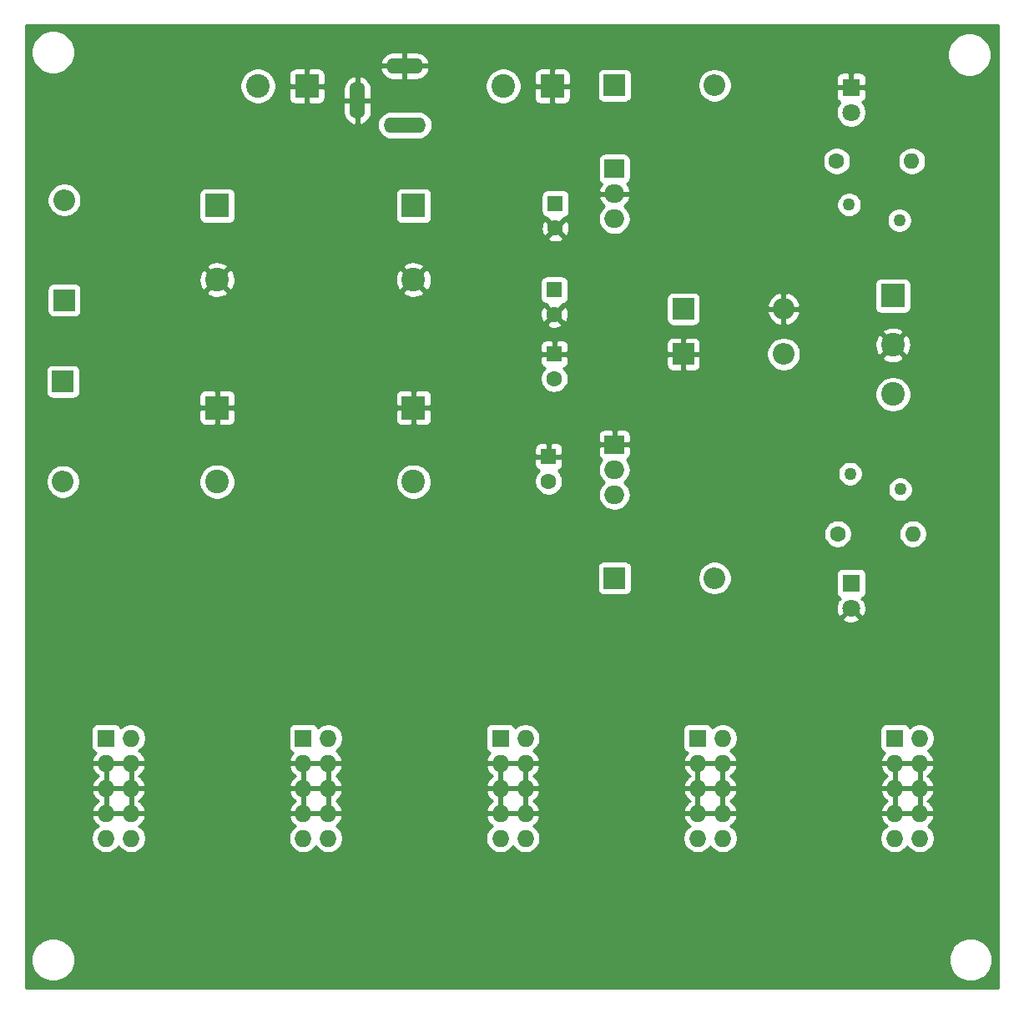
<source format=gbr>
%TF.GenerationSoftware,KiCad,Pcbnew,(5.1.8)-1*%
%TF.CreationDate,2021-04-27T15:23:58-04:00*%
%TF.ProjectId,ww_power-supply - 2,77775f70-6f77-4657-922d-737570706c79,rev?*%
%TF.SameCoordinates,Original*%
%TF.FileFunction,Copper,L2,Bot*%
%TF.FilePolarity,Positive*%
%FSLAX46Y46*%
G04 Gerber Fmt 4.6, Leading zero omitted, Abs format (unit mm)*
G04 Created by KiCad (PCBNEW (5.1.8)-1) date 2021-04-27 15:23:58*
%MOMM*%
%LPD*%
G01*
G04 APERTURE LIST*
%TA.AperFunction,ComponentPad*%
%ADD10C,2.400000*%
%TD*%
%TA.AperFunction,ComponentPad*%
%ADD11R,2.400000X2.400000*%
%TD*%
%TA.AperFunction,ComponentPad*%
%ADD12O,1.727200X1.727200*%
%TD*%
%TA.AperFunction,ComponentPad*%
%ADD13R,1.727200X1.727200*%
%TD*%
%TA.AperFunction,ComponentPad*%
%ADD14O,1.600000X3.800000*%
%TD*%
%TA.AperFunction,ComponentPad*%
%ADD15O,4.300000X1.600000*%
%TD*%
%TA.AperFunction,ComponentPad*%
%ADD16O,3.800000X1.600000*%
%TD*%
%TA.AperFunction,ComponentPad*%
%ADD17C,1.600000*%
%TD*%
%TA.AperFunction,ComponentPad*%
%ADD18R,1.600000X1.600000*%
%TD*%
%TA.AperFunction,ComponentPad*%
%ADD19O,2.000000X1.905000*%
%TD*%
%TA.AperFunction,ComponentPad*%
%ADD20R,2.000000X1.905000*%
%TD*%
%TA.AperFunction,ComponentPad*%
%ADD21O,2.200000X2.200000*%
%TD*%
%TA.AperFunction,ComponentPad*%
%ADD22R,2.200000X2.200000*%
%TD*%
%TA.AperFunction,ComponentPad*%
%ADD23O,1.600000X1.600000*%
%TD*%
%TA.AperFunction,ComponentPad*%
%ADD24C,1.270000*%
%TD*%
%TA.AperFunction,ComponentPad*%
%ADD25C,1.800000*%
%TD*%
%TA.AperFunction,ComponentPad*%
%ADD26R,1.800000X1.800000*%
%TD*%
%TA.AperFunction,Conductor*%
%ADD27C,0.254000*%
%TD*%
%TA.AperFunction,Conductor*%
%ADD28C,0.100000*%
%TD*%
G04 APERTURE END LIST*
D10*
%TO.P,J3,2*%
%TO.N,Net-(D1-Pad2)*%
X99102000Y-70858000D03*
D11*
%TO.P,J3,1*%
%TO.N,GND*%
X104102000Y-70858000D03*
%TD*%
D10*
%TO.P,C4,2*%
%TO.N,Net-(C2-Pad2)*%
X90000000Y-111000000D03*
D11*
%TO.P,C4,1*%
%TO.N,GND*%
X90000000Y-103500000D03*
%TD*%
D10*
%TO.P,C3,2*%
%TO.N,GND*%
X90000000Y-90500000D03*
D11*
%TO.P,C3,1*%
%TO.N,Net-(C1-Pad1)*%
X90000000Y-83000000D03*
%TD*%
D12*
%TO.P,J9,10*%
%TO.N,+12V*%
X61357500Y-147185000D03*
%TO.P,J9,9*%
X58817500Y-147185000D03*
%TO.P,J9,8*%
%TO.N,GND*%
X61357500Y-144645000D03*
%TO.P,J9,7*%
X58817500Y-144645000D03*
%TO.P,J9,6*%
X61357500Y-142105000D03*
%TO.P,J9,5*%
X58817500Y-142105000D03*
%TO.P,J9,4*%
X61357500Y-139565000D03*
%TO.P,J9,3*%
X58817500Y-139565000D03*
%TO.P,J9,2*%
%TO.N,-12V*%
X61357500Y-137025000D03*
D13*
%TO.P,J9,1*%
X58817500Y-137025000D03*
%TD*%
D10*
%TO.P,J2,3*%
%TO.N,-12V*%
X138646000Y-102130500D03*
%TO.P,J2,2*%
%TO.N,GND*%
X138646000Y-97130500D03*
D11*
%TO.P,J2,1*%
%TO.N,+12V*%
X138646000Y-92130500D03*
%TD*%
D10*
%TO.P,J1,2*%
%TO.N,Net-(D1-Pad2)*%
X74210000Y-70858000D03*
D11*
%TO.P,J1,1*%
%TO.N,GND*%
X79210000Y-70858000D03*
%TD*%
D12*
%TO.P,J8,10*%
%TO.N,+12V*%
X81357500Y-147185000D03*
%TO.P,J8,9*%
X78817500Y-147185000D03*
%TO.P,J8,8*%
%TO.N,GND*%
X81357500Y-144645000D03*
%TO.P,J8,7*%
X78817500Y-144645000D03*
%TO.P,J8,6*%
X81357500Y-142105000D03*
%TO.P,J8,5*%
X78817500Y-142105000D03*
%TO.P,J8,4*%
X81357500Y-139565000D03*
%TO.P,J8,3*%
X78817500Y-139565000D03*
%TO.P,J8,2*%
%TO.N,-12V*%
X81357500Y-137025000D03*
D13*
%TO.P,J8,1*%
X78817500Y-137025000D03*
%TD*%
D12*
%TO.P,J7,10*%
%TO.N,+12V*%
X101357500Y-147185000D03*
%TO.P,J7,9*%
X98817500Y-147185000D03*
%TO.P,J7,8*%
%TO.N,GND*%
X101357500Y-144645000D03*
%TO.P,J7,7*%
X98817500Y-144645000D03*
%TO.P,J7,6*%
X101357500Y-142105000D03*
%TO.P,J7,5*%
X98817500Y-142105000D03*
%TO.P,J7,4*%
X101357500Y-139565000D03*
%TO.P,J7,3*%
X98817500Y-139565000D03*
%TO.P,J7,2*%
%TO.N,-12V*%
X101357500Y-137025000D03*
D13*
%TO.P,J7,1*%
X98817500Y-137025000D03*
%TD*%
D12*
%TO.P,J6,10*%
%TO.N,+12V*%
X121376500Y-147185000D03*
%TO.P,J6,9*%
X118836500Y-147185000D03*
%TO.P,J6,8*%
%TO.N,GND*%
X121376500Y-144645000D03*
%TO.P,J6,7*%
X118836500Y-144645000D03*
%TO.P,J6,6*%
X121376500Y-142105000D03*
%TO.P,J6,5*%
X118836500Y-142105000D03*
%TO.P,J6,4*%
X121376500Y-139565000D03*
%TO.P,J6,3*%
X118836500Y-139565000D03*
%TO.P,J6,2*%
%TO.N,-12V*%
X121376500Y-137025000D03*
D13*
%TO.P,J6,1*%
X118836500Y-137025000D03*
%TD*%
D12*
%TO.P,J5,10*%
%TO.N,+12V*%
X141376500Y-147185000D03*
%TO.P,J5,9*%
X138836500Y-147185000D03*
%TO.P,J5,8*%
%TO.N,GND*%
X141376500Y-144645000D03*
%TO.P,J5,7*%
X138836500Y-144645000D03*
%TO.P,J5,6*%
X141376500Y-142105000D03*
%TO.P,J5,5*%
X138836500Y-142105000D03*
%TO.P,J5,4*%
X141376500Y-139565000D03*
%TO.P,J5,3*%
X138836500Y-139565000D03*
%TO.P,J5,2*%
%TO.N,-12V*%
X141376500Y-137025000D03*
D13*
%TO.P,J5,1*%
X138836500Y-137025000D03*
%TD*%
D14*
%TO.P,J4,1*%
%TO.N,GND*%
X84316000Y-72314000D03*
D15*
%TO.P,J4,3*%
%TO.N,Net-(D1-Pad2)*%
X89116000Y-74814000D03*
D16*
%TO.P,J4,2*%
%TO.N,GND*%
X89116000Y-68814000D03*
%TD*%
D17*
%TO.P,C7,2*%
%TO.N,GND*%
X104396000Y-85286000D03*
D18*
%TO.P,C7,1*%
%TO.N,Net-(C1-Pad1)*%
X104396000Y-82786000D03*
%TD*%
D17*
%TO.P,C8,2*%
%TO.N,Net-(C2-Pad2)*%
X103721000Y-110950000D03*
D18*
%TO.P,C8,1*%
%TO.N,GND*%
X103721000Y-108450000D03*
%TD*%
D19*
%TO.P,U2,3*%
%TO.N,Net-(C10-Pad2)*%
X110396000Y-112326000D03*
%TO.P,U2,2*%
%TO.N,Net-(C2-Pad2)*%
X110396000Y-109786000D03*
D20*
%TO.P,U2,1*%
%TO.N,GND*%
X110396000Y-107246000D03*
%TD*%
D21*
%TO.P,D4,2*%
%TO.N,Net-(C2-Pad2)*%
X120556000Y-120786000D03*
D22*
%TO.P,D4,1*%
%TO.N,Net-(C10-Pad2)*%
X110396000Y-120786000D03*
%TD*%
D10*
%TO.P,C1,2*%
%TO.N,GND*%
X70080000Y-90500000D03*
D11*
%TO.P,C1,1*%
%TO.N,Net-(C1-Pad1)*%
X70080000Y-83000000D03*
%TD*%
D19*
%TO.P,U1,3*%
%TO.N,Net-(C9-Pad1)*%
X110396000Y-84326000D03*
%TO.P,U1,2*%
%TO.N,GND*%
X110396000Y-81786000D03*
D20*
%TO.P,U1,1*%
%TO.N,Net-(C1-Pad1)*%
X110396000Y-79246000D03*
%TD*%
D23*
%TO.P,R2,2*%
%TO.N,-12V*%
X140656000Y-116286000D03*
D17*
%TO.P,R2,1*%
%TO.N,Net-(D8-Pad1)*%
X133036000Y-116286000D03*
%TD*%
D23*
%TO.P,R1,2*%
%TO.N,+12V*%
X140556000Y-78486000D03*
D17*
%TO.P,R1,1*%
%TO.N,Net-(D7-Pad2)*%
X132936000Y-78486000D03*
%TD*%
D24*
%TO.P,F2,1*%
%TO.N,-12V*%
X139396000Y-111786000D03*
%TO.P,F2,2*%
%TO.N,Net-(C10-Pad2)*%
X134296000Y-110186000D03*
%TD*%
%TO.P,F1,1*%
%TO.N,+12V*%
X139296000Y-84486000D03*
%TO.P,F1,2*%
%TO.N,Net-(C9-Pad1)*%
X134196000Y-82886000D03*
%TD*%
D25*
%TO.P,D8,2*%
%TO.N,GND*%
X134396000Y-123826000D03*
D26*
%TO.P,D8,1*%
%TO.N,Net-(D8-Pad1)*%
X134396000Y-121286000D03*
%TD*%
D25*
%TO.P,D7,2*%
%TO.N,Net-(D7-Pad2)*%
X134396000Y-73526000D03*
D26*
%TO.P,D7,1*%
%TO.N,GND*%
X134396000Y-70986000D03*
%TD*%
D21*
%TO.P,D6,2*%
%TO.N,Net-(C10-Pad2)*%
X127556000Y-98063712D03*
D22*
%TO.P,D6,1*%
%TO.N,GND*%
X117396000Y-98063712D03*
%TD*%
D21*
%TO.P,D5,2*%
%TO.N,GND*%
X127556000Y-93466000D03*
D22*
%TO.P,D5,1*%
%TO.N,Net-(C9-Pad1)*%
X117396000Y-93466000D03*
%TD*%
D21*
%TO.P,D3,2*%
%TO.N,Net-(C9-Pad1)*%
X120556000Y-70786000D03*
D22*
%TO.P,D3,1*%
%TO.N,Net-(C1-Pad1)*%
X110396000Y-70786000D03*
%TD*%
D21*
%TO.P,D2,2*%
%TO.N,Net-(C2-Pad2)*%
X54445000Y-110990000D03*
D22*
%TO.P,D2,1*%
%TO.N,Net-(D1-Pad2)*%
X54445000Y-100830000D03*
%TD*%
D21*
%TO.P,D1,2*%
%TO.N,Net-(D1-Pad2)*%
X54572000Y-82415000D03*
D22*
%TO.P,D1,1*%
%TO.N,Net-(C1-Pad1)*%
X54572000Y-92575000D03*
%TD*%
D17*
%TO.P,C10,2*%
%TO.N,Net-(C10-Pad2)*%
X104300000Y-100540000D03*
D18*
%TO.P,C10,1*%
%TO.N,GND*%
X104300000Y-98040000D03*
%TD*%
D17*
%TO.P,C9,2*%
%TO.N,GND*%
X104300000Y-94040000D03*
D18*
%TO.P,C9,1*%
%TO.N,Net-(C9-Pad1)*%
X104300000Y-91540000D03*
%TD*%
D10*
%TO.P,C2,2*%
%TO.N,Net-(C2-Pad2)*%
X70080000Y-111000000D03*
D11*
%TO.P,C2,1*%
%TO.N,GND*%
X70080000Y-103500000D03*
%TD*%
D27*
%TO.N,GND*%
X149340001Y-162340000D02*
X50660000Y-162340000D01*
X50660000Y-159283872D01*
X51194000Y-159283872D01*
X51194000Y-159724128D01*
X51279890Y-160155925D01*
X51448369Y-160562669D01*
X51692962Y-160928729D01*
X52004271Y-161240038D01*
X52370331Y-161484631D01*
X52777075Y-161653110D01*
X53208872Y-161739000D01*
X53649128Y-161739000D01*
X54080925Y-161653110D01*
X54487669Y-161484631D01*
X54853729Y-161240038D01*
X55165038Y-160928729D01*
X55409631Y-160562669D01*
X55578110Y-160155925D01*
X55664000Y-159724128D01*
X55664000Y-159283872D01*
X144285000Y-159283872D01*
X144285000Y-159724128D01*
X144370890Y-160155925D01*
X144539369Y-160562669D01*
X144783962Y-160928729D01*
X145095271Y-161240038D01*
X145461331Y-161484631D01*
X145868075Y-161653110D01*
X146299872Y-161739000D01*
X146740128Y-161739000D01*
X147171925Y-161653110D01*
X147578669Y-161484631D01*
X147944729Y-161240038D01*
X148256038Y-160928729D01*
X148500631Y-160562669D01*
X148669110Y-160155925D01*
X148755000Y-159724128D01*
X148755000Y-159283872D01*
X148669110Y-158852075D01*
X148500631Y-158445331D01*
X148256038Y-158079271D01*
X147944729Y-157767962D01*
X147578669Y-157523369D01*
X147171925Y-157354890D01*
X146740128Y-157269000D01*
X146299872Y-157269000D01*
X145868075Y-157354890D01*
X145461331Y-157523369D01*
X145095271Y-157767962D01*
X144783962Y-158079271D01*
X144539369Y-158445331D01*
X144370890Y-158852075D01*
X144285000Y-159283872D01*
X55664000Y-159283872D01*
X55578110Y-158852075D01*
X55409631Y-158445331D01*
X55165038Y-158079271D01*
X54853729Y-157767962D01*
X54487669Y-157523369D01*
X54080925Y-157354890D01*
X53649128Y-157269000D01*
X53208872Y-157269000D01*
X52777075Y-157354890D01*
X52370331Y-157523369D01*
X52004271Y-157767962D01*
X51692962Y-158079271D01*
X51448369Y-158445331D01*
X51279890Y-158852075D01*
X51194000Y-159283872D01*
X50660000Y-159283872D01*
X50660000Y-147037401D01*
X57318900Y-147037401D01*
X57318900Y-147332599D01*
X57376490Y-147622125D01*
X57489458Y-147894853D01*
X57653461Y-148140302D01*
X57862198Y-148349039D01*
X58107647Y-148513042D01*
X58380375Y-148626010D01*
X58669901Y-148683600D01*
X58965099Y-148683600D01*
X59254625Y-148626010D01*
X59527353Y-148513042D01*
X59772802Y-148349039D01*
X59981539Y-148140302D01*
X60087500Y-147981719D01*
X60193461Y-148140302D01*
X60402198Y-148349039D01*
X60647647Y-148513042D01*
X60920375Y-148626010D01*
X61209901Y-148683600D01*
X61505099Y-148683600D01*
X61794625Y-148626010D01*
X62067353Y-148513042D01*
X62312802Y-148349039D01*
X62521539Y-148140302D01*
X62685542Y-147894853D01*
X62798510Y-147622125D01*
X62856100Y-147332599D01*
X62856100Y-147037401D01*
X77318900Y-147037401D01*
X77318900Y-147332599D01*
X77376490Y-147622125D01*
X77489458Y-147894853D01*
X77653461Y-148140302D01*
X77862198Y-148349039D01*
X78107647Y-148513042D01*
X78380375Y-148626010D01*
X78669901Y-148683600D01*
X78965099Y-148683600D01*
X79254625Y-148626010D01*
X79527353Y-148513042D01*
X79772802Y-148349039D01*
X79981539Y-148140302D01*
X80087500Y-147981719D01*
X80193461Y-148140302D01*
X80402198Y-148349039D01*
X80647647Y-148513042D01*
X80920375Y-148626010D01*
X81209901Y-148683600D01*
X81505099Y-148683600D01*
X81794625Y-148626010D01*
X82067353Y-148513042D01*
X82312802Y-148349039D01*
X82521539Y-148140302D01*
X82685542Y-147894853D01*
X82798510Y-147622125D01*
X82856100Y-147332599D01*
X82856100Y-147037401D01*
X97318900Y-147037401D01*
X97318900Y-147332599D01*
X97376490Y-147622125D01*
X97489458Y-147894853D01*
X97653461Y-148140302D01*
X97862198Y-148349039D01*
X98107647Y-148513042D01*
X98380375Y-148626010D01*
X98669901Y-148683600D01*
X98965099Y-148683600D01*
X99254625Y-148626010D01*
X99527353Y-148513042D01*
X99772802Y-148349039D01*
X99981539Y-148140302D01*
X100087500Y-147981719D01*
X100193461Y-148140302D01*
X100402198Y-148349039D01*
X100647647Y-148513042D01*
X100920375Y-148626010D01*
X101209901Y-148683600D01*
X101505099Y-148683600D01*
X101794625Y-148626010D01*
X102067353Y-148513042D01*
X102312802Y-148349039D01*
X102521539Y-148140302D01*
X102685542Y-147894853D01*
X102798510Y-147622125D01*
X102856100Y-147332599D01*
X102856100Y-147037401D01*
X117337900Y-147037401D01*
X117337900Y-147332599D01*
X117395490Y-147622125D01*
X117508458Y-147894853D01*
X117672461Y-148140302D01*
X117881198Y-148349039D01*
X118126647Y-148513042D01*
X118399375Y-148626010D01*
X118688901Y-148683600D01*
X118984099Y-148683600D01*
X119273625Y-148626010D01*
X119546353Y-148513042D01*
X119791802Y-148349039D01*
X120000539Y-148140302D01*
X120106500Y-147981719D01*
X120212461Y-148140302D01*
X120421198Y-148349039D01*
X120666647Y-148513042D01*
X120939375Y-148626010D01*
X121228901Y-148683600D01*
X121524099Y-148683600D01*
X121813625Y-148626010D01*
X122086353Y-148513042D01*
X122331802Y-148349039D01*
X122540539Y-148140302D01*
X122704542Y-147894853D01*
X122817510Y-147622125D01*
X122875100Y-147332599D01*
X122875100Y-147037401D01*
X137337900Y-147037401D01*
X137337900Y-147332599D01*
X137395490Y-147622125D01*
X137508458Y-147894853D01*
X137672461Y-148140302D01*
X137881198Y-148349039D01*
X138126647Y-148513042D01*
X138399375Y-148626010D01*
X138688901Y-148683600D01*
X138984099Y-148683600D01*
X139273625Y-148626010D01*
X139546353Y-148513042D01*
X139791802Y-148349039D01*
X140000539Y-148140302D01*
X140106500Y-147981719D01*
X140212461Y-148140302D01*
X140421198Y-148349039D01*
X140666647Y-148513042D01*
X140939375Y-148626010D01*
X141228901Y-148683600D01*
X141524099Y-148683600D01*
X141813625Y-148626010D01*
X142086353Y-148513042D01*
X142331802Y-148349039D01*
X142540539Y-148140302D01*
X142704542Y-147894853D01*
X142817510Y-147622125D01*
X142875100Y-147332599D01*
X142875100Y-147037401D01*
X142817510Y-146747875D01*
X142704542Y-146475147D01*
X142540539Y-146229698D01*
X142331802Y-146020961D01*
X142166397Y-145910441D01*
X142264988Y-145851817D01*
X142483354Y-145655293D01*
X142659184Y-145419944D01*
X142785722Y-145154814D01*
X142831458Y-145004026D01*
X142710317Y-144772000D01*
X141503500Y-144772000D01*
X141503500Y-144792000D01*
X141249500Y-144792000D01*
X141249500Y-144772000D01*
X138963500Y-144772000D01*
X138963500Y-144792000D01*
X138709500Y-144792000D01*
X138709500Y-144772000D01*
X137502683Y-144772000D01*
X137381542Y-145004026D01*
X137427278Y-145154814D01*
X137553816Y-145419944D01*
X137729646Y-145655293D01*
X137948012Y-145851817D01*
X138046603Y-145910441D01*
X137881198Y-146020961D01*
X137672461Y-146229698D01*
X137508458Y-146475147D01*
X137395490Y-146747875D01*
X137337900Y-147037401D01*
X122875100Y-147037401D01*
X122817510Y-146747875D01*
X122704542Y-146475147D01*
X122540539Y-146229698D01*
X122331802Y-146020961D01*
X122166397Y-145910441D01*
X122264988Y-145851817D01*
X122483354Y-145655293D01*
X122659184Y-145419944D01*
X122785722Y-145154814D01*
X122831458Y-145004026D01*
X122710317Y-144772000D01*
X121503500Y-144772000D01*
X121503500Y-144792000D01*
X121249500Y-144792000D01*
X121249500Y-144772000D01*
X118963500Y-144772000D01*
X118963500Y-144792000D01*
X118709500Y-144792000D01*
X118709500Y-144772000D01*
X117502683Y-144772000D01*
X117381542Y-145004026D01*
X117427278Y-145154814D01*
X117553816Y-145419944D01*
X117729646Y-145655293D01*
X117948012Y-145851817D01*
X118046603Y-145910441D01*
X117881198Y-146020961D01*
X117672461Y-146229698D01*
X117508458Y-146475147D01*
X117395490Y-146747875D01*
X117337900Y-147037401D01*
X102856100Y-147037401D01*
X102798510Y-146747875D01*
X102685542Y-146475147D01*
X102521539Y-146229698D01*
X102312802Y-146020961D01*
X102147397Y-145910441D01*
X102245988Y-145851817D01*
X102464354Y-145655293D01*
X102640184Y-145419944D01*
X102766722Y-145154814D01*
X102812458Y-145004026D01*
X102691317Y-144772000D01*
X101484500Y-144772000D01*
X101484500Y-144792000D01*
X101230500Y-144792000D01*
X101230500Y-144772000D01*
X98944500Y-144772000D01*
X98944500Y-144792000D01*
X98690500Y-144792000D01*
X98690500Y-144772000D01*
X97483683Y-144772000D01*
X97362542Y-145004026D01*
X97408278Y-145154814D01*
X97534816Y-145419944D01*
X97710646Y-145655293D01*
X97929012Y-145851817D01*
X98027603Y-145910441D01*
X97862198Y-146020961D01*
X97653461Y-146229698D01*
X97489458Y-146475147D01*
X97376490Y-146747875D01*
X97318900Y-147037401D01*
X82856100Y-147037401D01*
X82798510Y-146747875D01*
X82685542Y-146475147D01*
X82521539Y-146229698D01*
X82312802Y-146020961D01*
X82147397Y-145910441D01*
X82245988Y-145851817D01*
X82464354Y-145655293D01*
X82640184Y-145419944D01*
X82766722Y-145154814D01*
X82812458Y-145004026D01*
X82691317Y-144772000D01*
X81484500Y-144772000D01*
X81484500Y-144792000D01*
X81230500Y-144792000D01*
X81230500Y-144772000D01*
X78944500Y-144772000D01*
X78944500Y-144792000D01*
X78690500Y-144792000D01*
X78690500Y-144772000D01*
X77483683Y-144772000D01*
X77362542Y-145004026D01*
X77408278Y-145154814D01*
X77534816Y-145419944D01*
X77710646Y-145655293D01*
X77929012Y-145851817D01*
X78027603Y-145910441D01*
X77862198Y-146020961D01*
X77653461Y-146229698D01*
X77489458Y-146475147D01*
X77376490Y-146747875D01*
X77318900Y-147037401D01*
X62856100Y-147037401D01*
X62798510Y-146747875D01*
X62685542Y-146475147D01*
X62521539Y-146229698D01*
X62312802Y-146020961D01*
X62147397Y-145910441D01*
X62245988Y-145851817D01*
X62464354Y-145655293D01*
X62640184Y-145419944D01*
X62766722Y-145154814D01*
X62812458Y-145004026D01*
X62691317Y-144772000D01*
X61484500Y-144772000D01*
X61484500Y-144792000D01*
X61230500Y-144792000D01*
X61230500Y-144772000D01*
X58944500Y-144772000D01*
X58944500Y-144792000D01*
X58690500Y-144792000D01*
X58690500Y-144772000D01*
X57483683Y-144772000D01*
X57362542Y-145004026D01*
X57408278Y-145154814D01*
X57534816Y-145419944D01*
X57710646Y-145655293D01*
X57929012Y-145851817D01*
X58027603Y-145910441D01*
X57862198Y-146020961D01*
X57653461Y-146229698D01*
X57489458Y-146475147D01*
X57376490Y-146747875D01*
X57318900Y-147037401D01*
X50660000Y-147037401D01*
X50660000Y-142464026D01*
X57362542Y-142464026D01*
X57408278Y-142614814D01*
X57534816Y-142879944D01*
X57710646Y-143115293D01*
X57929012Y-143311817D01*
X58035270Y-143375000D01*
X57929012Y-143438183D01*
X57710646Y-143634707D01*
X57534816Y-143870056D01*
X57408278Y-144135186D01*
X57362542Y-144285974D01*
X57483683Y-144518000D01*
X58690500Y-144518000D01*
X58690500Y-142232000D01*
X58944500Y-142232000D01*
X58944500Y-144518000D01*
X61230500Y-144518000D01*
X61230500Y-142232000D01*
X61484500Y-142232000D01*
X61484500Y-144518000D01*
X62691317Y-144518000D01*
X62812458Y-144285974D01*
X62766722Y-144135186D01*
X62640184Y-143870056D01*
X62464354Y-143634707D01*
X62245988Y-143438183D01*
X62139730Y-143375000D01*
X62245988Y-143311817D01*
X62464354Y-143115293D01*
X62640184Y-142879944D01*
X62766722Y-142614814D01*
X62812458Y-142464026D01*
X77362542Y-142464026D01*
X77408278Y-142614814D01*
X77534816Y-142879944D01*
X77710646Y-143115293D01*
X77929012Y-143311817D01*
X78035270Y-143375000D01*
X77929012Y-143438183D01*
X77710646Y-143634707D01*
X77534816Y-143870056D01*
X77408278Y-144135186D01*
X77362542Y-144285974D01*
X77483683Y-144518000D01*
X78690500Y-144518000D01*
X78690500Y-142232000D01*
X78944500Y-142232000D01*
X78944500Y-144518000D01*
X81230500Y-144518000D01*
X81230500Y-142232000D01*
X81484500Y-142232000D01*
X81484500Y-144518000D01*
X82691317Y-144518000D01*
X82812458Y-144285974D01*
X82766722Y-144135186D01*
X82640184Y-143870056D01*
X82464354Y-143634707D01*
X82245988Y-143438183D01*
X82139730Y-143375000D01*
X82245988Y-143311817D01*
X82464354Y-143115293D01*
X82640184Y-142879944D01*
X82766722Y-142614814D01*
X82812458Y-142464026D01*
X97362542Y-142464026D01*
X97408278Y-142614814D01*
X97534816Y-142879944D01*
X97710646Y-143115293D01*
X97929012Y-143311817D01*
X98035270Y-143375000D01*
X97929012Y-143438183D01*
X97710646Y-143634707D01*
X97534816Y-143870056D01*
X97408278Y-144135186D01*
X97362542Y-144285974D01*
X97483683Y-144518000D01*
X98690500Y-144518000D01*
X98690500Y-142232000D01*
X98944500Y-142232000D01*
X98944500Y-144518000D01*
X101230500Y-144518000D01*
X101230500Y-142232000D01*
X101484500Y-142232000D01*
X101484500Y-144518000D01*
X102691317Y-144518000D01*
X102812458Y-144285974D01*
X102766722Y-144135186D01*
X102640184Y-143870056D01*
X102464354Y-143634707D01*
X102245988Y-143438183D01*
X102139730Y-143375000D01*
X102245988Y-143311817D01*
X102464354Y-143115293D01*
X102640184Y-142879944D01*
X102766722Y-142614814D01*
X102812458Y-142464026D01*
X117381542Y-142464026D01*
X117427278Y-142614814D01*
X117553816Y-142879944D01*
X117729646Y-143115293D01*
X117948012Y-143311817D01*
X118054270Y-143375000D01*
X117948012Y-143438183D01*
X117729646Y-143634707D01*
X117553816Y-143870056D01*
X117427278Y-144135186D01*
X117381542Y-144285974D01*
X117502683Y-144518000D01*
X118709500Y-144518000D01*
X118709500Y-142232000D01*
X118963500Y-142232000D01*
X118963500Y-144518000D01*
X121249500Y-144518000D01*
X121249500Y-142232000D01*
X121503500Y-142232000D01*
X121503500Y-144518000D01*
X122710317Y-144518000D01*
X122831458Y-144285974D01*
X122785722Y-144135186D01*
X122659184Y-143870056D01*
X122483354Y-143634707D01*
X122264988Y-143438183D01*
X122158730Y-143375000D01*
X122264988Y-143311817D01*
X122483354Y-143115293D01*
X122659184Y-142879944D01*
X122785722Y-142614814D01*
X122831458Y-142464026D01*
X137381542Y-142464026D01*
X137427278Y-142614814D01*
X137553816Y-142879944D01*
X137729646Y-143115293D01*
X137948012Y-143311817D01*
X138054270Y-143375000D01*
X137948012Y-143438183D01*
X137729646Y-143634707D01*
X137553816Y-143870056D01*
X137427278Y-144135186D01*
X137381542Y-144285974D01*
X137502683Y-144518000D01*
X138709500Y-144518000D01*
X138709500Y-142232000D01*
X138963500Y-142232000D01*
X138963500Y-144518000D01*
X141249500Y-144518000D01*
X141249500Y-142232000D01*
X141503500Y-142232000D01*
X141503500Y-144518000D01*
X142710317Y-144518000D01*
X142831458Y-144285974D01*
X142785722Y-144135186D01*
X142659184Y-143870056D01*
X142483354Y-143634707D01*
X142264988Y-143438183D01*
X142158730Y-143375000D01*
X142264988Y-143311817D01*
X142483354Y-143115293D01*
X142659184Y-142879944D01*
X142785722Y-142614814D01*
X142831458Y-142464026D01*
X142710317Y-142232000D01*
X141503500Y-142232000D01*
X141249500Y-142232000D01*
X138963500Y-142232000D01*
X138709500Y-142232000D01*
X137502683Y-142232000D01*
X137381542Y-142464026D01*
X122831458Y-142464026D01*
X122710317Y-142232000D01*
X121503500Y-142232000D01*
X121249500Y-142232000D01*
X118963500Y-142232000D01*
X118709500Y-142232000D01*
X117502683Y-142232000D01*
X117381542Y-142464026D01*
X102812458Y-142464026D01*
X102691317Y-142232000D01*
X101484500Y-142232000D01*
X101230500Y-142232000D01*
X98944500Y-142232000D01*
X98690500Y-142232000D01*
X97483683Y-142232000D01*
X97362542Y-142464026D01*
X82812458Y-142464026D01*
X82691317Y-142232000D01*
X81484500Y-142232000D01*
X81230500Y-142232000D01*
X78944500Y-142232000D01*
X78690500Y-142232000D01*
X77483683Y-142232000D01*
X77362542Y-142464026D01*
X62812458Y-142464026D01*
X62691317Y-142232000D01*
X61484500Y-142232000D01*
X61230500Y-142232000D01*
X58944500Y-142232000D01*
X58690500Y-142232000D01*
X57483683Y-142232000D01*
X57362542Y-142464026D01*
X50660000Y-142464026D01*
X50660000Y-139924026D01*
X57362542Y-139924026D01*
X57408278Y-140074814D01*
X57534816Y-140339944D01*
X57710646Y-140575293D01*
X57929012Y-140771817D01*
X58035270Y-140835000D01*
X57929012Y-140898183D01*
X57710646Y-141094707D01*
X57534816Y-141330056D01*
X57408278Y-141595186D01*
X57362542Y-141745974D01*
X57483683Y-141978000D01*
X58690500Y-141978000D01*
X58690500Y-139692000D01*
X58944500Y-139692000D01*
X58944500Y-141978000D01*
X61230500Y-141978000D01*
X61230500Y-139692000D01*
X61484500Y-139692000D01*
X61484500Y-141978000D01*
X62691317Y-141978000D01*
X62812458Y-141745974D01*
X62766722Y-141595186D01*
X62640184Y-141330056D01*
X62464354Y-141094707D01*
X62245988Y-140898183D01*
X62139730Y-140835000D01*
X62245988Y-140771817D01*
X62464354Y-140575293D01*
X62640184Y-140339944D01*
X62766722Y-140074814D01*
X62812458Y-139924026D01*
X77362542Y-139924026D01*
X77408278Y-140074814D01*
X77534816Y-140339944D01*
X77710646Y-140575293D01*
X77929012Y-140771817D01*
X78035270Y-140835000D01*
X77929012Y-140898183D01*
X77710646Y-141094707D01*
X77534816Y-141330056D01*
X77408278Y-141595186D01*
X77362542Y-141745974D01*
X77483683Y-141978000D01*
X78690500Y-141978000D01*
X78690500Y-139692000D01*
X78944500Y-139692000D01*
X78944500Y-141978000D01*
X81230500Y-141978000D01*
X81230500Y-139692000D01*
X81484500Y-139692000D01*
X81484500Y-141978000D01*
X82691317Y-141978000D01*
X82812458Y-141745974D01*
X82766722Y-141595186D01*
X82640184Y-141330056D01*
X82464354Y-141094707D01*
X82245988Y-140898183D01*
X82139730Y-140835000D01*
X82245988Y-140771817D01*
X82464354Y-140575293D01*
X82640184Y-140339944D01*
X82766722Y-140074814D01*
X82812458Y-139924026D01*
X97362542Y-139924026D01*
X97408278Y-140074814D01*
X97534816Y-140339944D01*
X97710646Y-140575293D01*
X97929012Y-140771817D01*
X98035270Y-140835000D01*
X97929012Y-140898183D01*
X97710646Y-141094707D01*
X97534816Y-141330056D01*
X97408278Y-141595186D01*
X97362542Y-141745974D01*
X97483683Y-141978000D01*
X98690500Y-141978000D01*
X98690500Y-139692000D01*
X98944500Y-139692000D01*
X98944500Y-141978000D01*
X101230500Y-141978000D01*
X101230500Y-139692000D01*
X101484500Y-139692000D01*
X101484500Y-141978000D01*
X102691317Y-141978000D01*
X102812458Y-141745974D01*
X102766722Y-141595186D01*
X102640184Y-141330056D01*
X102464354Y-141094707D01*
X102245988Y-140898183D01*
X102139730Y-140835000D01*
X102245988Y-140771817D01*
X102464354Y-140575293D01*
X102640184Y-140339944D01*
X102766722Y-140074814D01*
X102812458Y-139924026D01*
X117381542Y-139924026D01*
X117427278Y-140074814D01*
X117553816Y-140339944D01*
X117729646Y-140575293D01*
X117948012Y-140771817D01*
X118054270Y-140835000D01*
X117948012Y-140898183D01*
X117729646Y-141094707D01*
X117553816Y-141330056D01*
X117427278Y-141595186D01*
X117381542Y-141745974D01*
X117502683Y-141978000D01*
X118709500Y-141978000D01*
X118709500Y-139692000D01*
X118963500Y-139692000D01*
X118963500Y-141978000D01*
X121249500Y-141978000D01*
X121249500Y-139692000D01*
X121503500Y-139692000D01*
X121503500Y-141978000D01*
X122710317Y-141978000D01*
X122831458Y-141745974D01*
X122785722Y-141595186D01*
X122659184Y-141330056D01*
X122483354Y-141094707D01*
X122264988Y-140898183D01*
X122158730Y-140835000D01*
X122264988Y-140771817D01*
X122483354Y-140575293D01*
X122659184Y-140339944D01*
X122785722Y-140074814D01*
X122831458Y-139924026D01*
X137381542Y-139924026D01*
X137427278Y-140074814D01*
X137553816Y-140339944D01*
X137729646Y-140575293D01*
X137948012Y-140771817D01*
X138054270Y-140835000D01*
X137948012Y-140898183D01*
X137729646Y-141094707D01*
X137553816Y-141330056D01*
X137427278Y-141595186D01*
X137381542Y-141745974D01*
X137502683Y-141978000D01*
X138709500Y-141978000D01*
X138709500Y-139692000D01*
X138963500Y-139692000D01*
X138963500Y-141978000D01*
X141249500Y-141978000D01*
X141249500Y-139692000D01*
X141503500Y-139692000D01*
X141503500Y-141978000D01*
X142710317Y-141978000D01*
X142831458Y-141745974D01*
X142785722Y-141595186D01*
X142659184Y-141330056D01*
X142483354Y-141094707D01*
X142264988Y-140898183D01*
X142158730Y-140835000D01*
X142264988Y-140771817D01*
X142483354Y-140575293D01*
X142659184Y-140339944D01*
X142785722Y-140074814D01*
X142831458Y-139924026D01*
X142710317Y-139692000D01*
X141503500Y-139692000D01*
X141249500Y-139692000D01*
X138963500Y-139692000D01*
X138709500Y-139692000D01*
X137502683Y-139692000D01*
X137381542Y-139924026D01*
X122831458Y-139924026D01*
X122710317Y-139692000D01*
X121503500Y-139692000D01*
X121249500Y-139692000D01*
X118963500Y-139692000D01*
X118709500Y-139692000D01*
X117502683Y-139692000D01*
X117381542Y-139924026D01*
X102812458Y-139924026D01*
X102691317Y-139692000D01*
X101484500Y-139692000D01*
X101230500Y-139692000D01*
X98944500Y-139692000D01*
X98690500Y-139692000D01*
X97483683Y-139692000D01*
X97362542Y-139924026D01*
X82812458Y-139924026D01*
X82691317Y-139692000D01*
X81484500Y-139692000D01*
X81230500Y-139692000D01*
X78944500Y-139692000D01*
X78690500Y-139692000D01*
X77483683Y-139692000D01*
X77362542Y-139924026D01*
X62812458Y-139924026D01*
X62691317Y-139692000D01*
X61484500Y-139692000D01*
X61230500Y-139692000D01*
X58944500Y-139692000D01*
X58690500Y-139692000D01*
X57483683Y-139692000D01*
X57362542Y-139924026D01*
X50660000Y-139924026D01*
X50660000Y-136161400D01*
X57315828Y-136161400D01*
X57315828Y-137888600D01*
X57328088Y-138013082D01*
X57364398Y-138132780D01*
X57423363Y-138243094D01*
X57502715Y-138339785D01*
X57599406Y-138419137D01*
X57709720Y-138478102D01*
X57774074Y-138497624D01*
X57710646Y-138554707D01*
X57534816Y-138790056D01*
X57408278Y-139055186D01*
X57362542Y-139205974D01*
X57483683Y-139438000D01*
X58690500Y-139438000D01*
X58690500Y-139418000D01*
X58944500Y-139418000D01*
X58944500Y-139438000D01*
X61230500Y-139438000D01*
X61230500Y-139418000D01*
X61484500Y-139418000D01*
X61484500Y-139438000D01*
X62691317Y-139438000D01*
X62812458Y-139205974D01*
X62766722Y-139055186D01*
X62640184Y-138790056D01*
X62464354Y-138554707D01*
X62245988Y-138358183D01*
X62147397Y-138299559D01*
X62312802Y-138189039D01*
X62521539Y-137980302D01*
X62685542Y-137734853D01*
X62798510Y-137462125D01*
X62856100Y-137172599D01*
X62856100Y-136877401D01*
X62798510Y-136587875D01*
X62685542Y-136315147D01*
X62582813Y-136161400D01*
X77315828Y-136161400D01*
X77315828Y-137888600D01*
X77328088Y-138013082D01*
X77364398Y-138132780D01*
X77423363Y-138243094D01*
X77502715Y-138339785D01*
X77599406Y-138419137D01*
X77709720Y-138478102D01*
X77774074Y-138497624D01*
X77710646Y-138554707D01*
X77534816Y-138790056D01*
X77408278Y-139055186D01*
X77362542Y-139205974D01*
X77483683Y-139438000D01*
X78690500Y-139438000D01*
X78690500Y-139418000D01*
X78944500Y-139418000D01*
X78944500Y-139438000D01*
X81230500Y-139438000D01*
X81230500Y-139418000D01*
X81484500Y-139418000D01*
X81484500Y-139438000D01*
X82691317Y-139438000D01*
X82812458Y-139205974D01*
X82766722Y-139055186D01*
X82640184Y-138790056D01*
X82464354Y-138554707D01*
X82245988Y-138358183D01*
X82147397Y-138299559D01*
X82312802Y-138189039D01*
X82521539Y-137980302D01*
X82685542Y-137734853D01*
X82798510Y-137462125D01*
X82856100Y-137172599D01*
X82856100Y-136877401D01*
X82798510Y-136587875D01*
X82685542Y-136315147D01*
X82582813Y-136161400D01*
X97315828Y-136161400D01*
X97315828Y-137888600D01*
X97328088Y-138013082D01*
X97364398Y-138132780D01*
X97423363Y-138243094D01*
X97502715Y-138339785D01*
X97599406Y-138419137D01*
X97709720Y-138478102D01*
X97774074Y-138497624D01*
X97710646Y-138554707D01*
X97534816Y-138790056D01*
X97408278Y-139055186D01*
X97362542Y-139205974D01*
X97483683Y-139438000D01*
X98690500Y-139438000D01*
X98690500Y-139418000D01*
X98944500Y-139418000D01*
X98944500Y-139438000D01*
X101230500Y-139438000D01*
X101230500Y-139418000D01*
X101484500Y-139418000D01*
X101484500Y-139438000D01*
X102691317Y-139438000D01*
X102812458Y-139205974D01*
X102766722Y-139055186D01*
X102640184Y-138790056D01*
X102464354Y-138554707D01*
X102245988Y-138358183D01*
X102147397Y-138299559D01*
X102312802Y-138189039D01*
X102521539Y-137980302D01*
X102685542Y-137734853D01*
X102798510Y-137462125D01*
X102856100Y-137172599D01*
X102856100Y-136877401D01*
X102798510Y-136587875D01*
X102685542Y-136315147D01*
X102582813Y-136161400D01*
X117334828Y-136161400D01*
X117334828Y-137888600D01*
X117347088Y-138013082D01*
X117383398Y-138132780D01*
X117442363Y-138243094D01*
X117521715Y-138339785D01*
X117618406Y-138419137D01*
X117728720Y-138478102D01*
X117793074Y-138497624D01*
X117729646Y-138554707D01*
X117553816Y-138790056D01*
X117427278Y-139055186D01*
X117381542Y-139205974D01*
X117502683Y-139438000D01*
X118709500Y-139438000D01*
X118709500Y-139418000D01*
X118963500Y-139418000D01*
X118963500Y-139438000D01*
X121249500Y-139438000D01*
X121249500Y-139418000D01*
X121503500Y-139418000D01*
X121503500Y-139438000D01*
X122710317Y-139438000D01*
X122831458Y-139205974D01*
X122785722Y-139055186D01*
X122659184Y-138790056D01*
X122483354Y-138554707D01*
X122264988Y-138358183D01*
X122166397Y-138299559D01*
X122331802Y-138189039D01*
X122540539Y-137980302D01*
X122704542Y-137734853D01*
X122817510Y-137462125D01*
X122875100Y-137172599D01*
X122875100Y-136877401D01*
X122817510Y-136587875D01*
X122704542Y-136315147D01*
X122601813Y-136161400D01*
X137334828Y-136161400D01*
X137334828Y-137888600D01*
X137347088Y-138013082D01*
X137383398Y-138132780D01*
X137442363Y-138243094D01*
X137521715Y-138339785D01*
X137618406Y-138419137D01*
X137728720Y-138478102D01*
X137793074Y-138497624D01*
X137729646Y-138554707D01*
X137553816Y-138790056D01*
X137427278Y-139055186D01*
X137381542Y-139205974D01*
X137502683Y-139438000D01*
X138709500Y-139438000D01*
X138709500Y-139418000D01*
X138963500Y-139418000D01*
X138963500Y-139438000D01*
X141249500Y-139438000D01*
X141249500Y-139418000D01*
X141503500Y-139418000D01*
X141503500Y-139438000D01*
X142710317Y-139438000D01*
X142831458Y-139205974D01*
X142785722Y-139055186D01*
X142659184Y-138790056D01*
X142483354Y-138554707D01*
X142264988Y-138358183D01*
X142166397Y-138299559D01*
X142331802Y-138189039D01*
X142540539Y-137980302D01*
X142704542Y-137734853D01*
X142817510Y-137462125D01*
X142875100Y-137172599D01*
X142875100Y-136877401D01*
X142817510Y-136587875D01*
X142704542Y-136315147D01*
X142540539Y-136069698D01*
X142331802Y-135860961D01*
X142086353Y-135696958D01*
X141813625Y-135583990D01*
X141524099Y-135526400D01*
X141228901Y-135526400D01*
X140939375Y-135583990D01*
X140666647Y-135696958D01*
X140421198Y-135860961D01*
X140307136Y-135975023D01*
X140289602Y-135917220D01*
X140230637Y-135806906D01*
X140151285Y-135710215D01*
X140054594Y-135630863D01*
X139944280Y-135571898D01*
X139824582Y-135535588D01*
X139700100Y-135523328D01*
X137972900Y-135523328D01*
X137848418Y-135535588D01*
X137728720Y-135571898D01*
X137618406Y-135630863D01*
X137521715Y-135710215D01*
X137442363Y-135806906D01*
X137383398Y-135917220D01*
X137347088Y-136036918D01*
X137334828Y-136161400D01*
X122601813Y-136161400D01*
X122540539Y-136069698D01*
X122331802Y-135860961D01*
X122086353Y-135696958D01*
X121813625Y-135583990D01*
X121524099Y-135526400D01*
X121228901Y-135526400D01*
X120939375Y-135583990D01*
X120666647Y-135696958D01*
X120421198Y-135860961D01*
X120307136Y-135975023D01*
X120289602Y-135917220D01*
X120230637Y-135806906D01*
X120151285Y-135710215D01*
X120054594Y-135630863D01*
X119944280Y-135571898D01*
X119824582Y-135535588D01*
X119700100Y-135523328D01*
X117972900Y-135523328D01*
X117848418Y-135535588D01*
X117728720Y-135571898D01*
X117618406Y-135630863D01*
X117521715Y-135710215D01*
X117442363Y-135806906D01*
X117383398Y-135917220D01*
X117347088Y-136036918D01*
X117334828Y-136161400D01*
X102582813Y-136161400D01*
X102521539Y-136069698D01*
X102312802Y-135860961D01*
X102067353Y-135696958D01*
X101794625Y-135583990D01*
X101505099Y-135526400D01*
X101209901Y-135526400D01*
X100920375Y-135583990D01*
X100647647Y-135696958D01*
X100402198Y-135860961D01*
X100288136Y-135975023D01*
X100270602Y-135917220D01*
X100211637Y-135806906D01*
X100132285Y-135710215D01*
X100035594Y-135630863D01*
X99925280Y-135571898D01*
X99805582Y-135535588D01*
X99681100Y-135523328D01*
X97953900Y-135523328D01*
X97829418Y-135535588D01*
X97709720Y-135571898D01*
X97599406Y-135630863D01*
X97502715Y-135710215D01*
X97423363Y-135806906D01*
X97364398Y-135917220D01*
X97328088Y-136036918D01*
X97315828Y-136161400D01*
X82582813Y-136161400D01*
X82521539Y-136069698D01*
X82312802Y-135860961D01*
X82067353Y-135696958D01*
X81794625Y-135583990D01*
X81505099Y-135526400D01*
X81209901Y-135526400D01*
X80920375Y-135583990D01*
X80647647Y-135696958D01*
X80402198Y-135860961D01*
X80288136Y-135975023D01*
X80270602Y-135917220D01*
X80211637Y-135806906D01*
X80132285Y-135710215D01*
X80035594Y-135630863D01*
X79925280Y-135571898D01*
X79805582Y-135535588D01*
X79681100Y-135523328D01*
X77953900Y-135523328D01*
X77829418Y-135535588D01*
X77709720Y-135571898D01*
X77599406Y-135630863D01*
X77502715Y-135710215D01*
X77423363Y-135806906D01*
X77364398Y-135917220D01*
X77328088Y-136036918D01*
X77315828Y-136161400D01*
X62582813Y-136161400D01*
X62521539Y-136069698D01*
X62312802Y-135860961D01*
X62067353Y-135696958D01*
X61794625Y-135583990D01*
X61505099Y-135526400D01*
X61209901Y-135526400D01*
X60920375Y-135583990D01*
X60647647Y-135696958D01*
X60402198Y-135860961D01*
X60288136Y-135975023D01*
X60270602Y-135917220D01*
X60211637Y-135806906D01*
X60132285Y-135710215D01*
X60035594Y-135630863D01*
X59925280Y-135571898D01*
X59805582Y-135535588D01*
X59681100Y-135523328D01*
X57953900Y-135523328D01*
X57829418Y-135535588D01*
X57709720Y-135571898D01*
X57599406Y-135630863D01*
X57502715Y-135710215D01*
X57423363Y-135806906D01*
X57364398Y-135917220D01*
X57328088Y-136036918D01*
X57315828Y-136161400D01*
X50660000Y-136161400D01*
X50660000Y-124890080D01*
X133511525Y-124890080D01*
X133595208Y-125144261D01*
X133867775Y-125275158D01*
X134160642Y-125350365D01*
X134462553Y-125366991D01*
X134761907Y-125324397D01*
X135047199Y-125224222D01*
X135196792Y-125144261D01*
X135280475Y-124890080D01*
X134396000Y-124005605D01*
X133511525Y-124890080D01*
X50660000Y-124890080D01*
X50660000Y-123892553D01*
X132855009Y-123892553D01*
X132897603Y-124191907D01*
X132997778Y-124477199D01*
X133077739Y-124626792D01*
X133331920Y-124710475D01*
X134216395Y-123826000D01*
X134202253Y-123811858D01*
X134381858Y-123632253D01*
X134396000Y-123646395D01*
X134410143Y-123632253D01*
X134589748Y-123811858D01*
X134575605Y-123826000D01*
X135460080Y-124710475D01*
X135714261Y-124626792D01*
X135845158Y-124354225D01*
X135920365Y-124061358D01*
X135936991Y-123759447D01*
X135894397Y-123460093D01*
X135794222Y-123174801D01*
X135714261Y-123025208D01*
X135460082Y-122941526D01*
X135576030Y-122825578D01*
X135529265Y-122778813D01*
X135540180Y-122775502D01*
X135650494Y-122716537D01*
X135747185Y-122637185D01*
X135826537Y-122540494D01*
X135885502Y-122430180D01*
X135921812Y-122310482D01*
X135934072Y-122186000D01*
X135934072Y-120386000D01*
X135921812Y-120261518D01*
X135885502Y-120141820D01*
X135826537Y-120031506D01*
X135747185Y-119934815D01*
X135650494Y-119855463D01*
X135540180Y-119796498D01*
X135420482Y-119760188D01*
X135296000Y-119747928D01*
X133496000Y-119747928D01*
X133371518Y-119760188D01*
X133251820Y-119796498D01*
X133141506Y-119855463D01*
X133044815Y-119934815D01*
X132965463Y-120031506D01*
X132906498Y-120141820D01*
X132870188Y-120261518D01*
X132857928Y-120386000D01*
X132857928Y-122186000D01*
X132870188Y-122310482D01*
X132906498Y-122430180D01*
X132965463Y-122540494D01*
X133044815Y-122637185D01*
X133141506Y-122716537D01*
X133251820Y-122775502D01*
X133262735Y-122778813D01*
X133215970Y-122825578D01*
X133331918Y-122941526D01*
X133077739Y-123025208D01*
X132946842Y-123297775D01*
X132871635Y-123590642D01*
X132855009Y-123892553D01*
X50660000Y-123892553D01*
X50660000Y-119686000D01*
X108657928Y-119686000D01*
X108657928Y-121886000D01*
X108670188Y-122010482D01*
X108706498Y-122130180D01*
X108765463Y-122240494D01*
X108844815Y-122337185D01*
X108941506Y-122416537D01*
X109051820Y-122475502D01*
X109171518Y-122511812D01*
X109296000Y-122524072D01*
X111496000Y-122524072D01*
X111620482Y-122511812D01*
X111740180Y-122475502D01*
X111850494Y-122416537D01*
X111947185Y-122337185D01*
X112026537Y-122240494D01*
X112085502Y-122130180D01*
X112121812Y-122010482D01*
X112134072Y-121886000D01*
X112134072Y-120615117D01*
X118821000Y-120615117D01*
X118821000Y-120956883D01*
X118887675Y-121292081D01*
X119018463Y-121607831D01*
X119208337Y-121891998D01*
X119450002Y-122133663D01*
X119734169Y-122323537D01*
X120049919Y-122454325D01*
X120385117Y-122521000D01*
X120726883Y-122521000D01*
X121062081Y-122454325D01*
X121377831Y-122323537D01*
X121661998Y-122133663D01*
X121903663Y-121891998D01*
X122093537Y-121607831D01*
X122224325Y-121292081D01*
X122291000Y-120956883D01*
X122291000Y-120615117D01*
X122224325Y-120279919D01*
X122093537Y-119964169D01*
X121903663Y-119680002D01*
X121661998Y-119438337D01*
X121377831Y-119248463D01*
X121062081Y-119117675D01*
X120726883Y-119051000D01*
X120385117Y-119051000D01*
X120049919Y-119117675D01*
X119734169Y-119248463D01*
X119450002Y-119438337D01*
X119208337Y-119680002D01*
X119018463Y-119964169D01*
X118887675Y-120279919D01*
X118821000Y-120615117D01*
X112134072Y-120615117D01*
X112134072Y-119686000D01*
X112121812Y-119561518D01*
X112085502Y-119441820D01*
X112026537Y-119331506D01*
X111947185Y-119234815D01*
X111850494Y-119155463D01*
X111740180Y-119096498D01*
X111620482Y-119060188D01*
X111496000Y-119047928D01*
X109296000Y-119047928D01*
X109171518Y-119060188D01*
X109051820Y-119096498D01*
X108941506Y-119155463D01*
X108844815Y-119234815D01*
X108765463Y-119331506D01*
X108706498Y-119441820D01*
X108670188Y-119561518D01*
X108657928Y-119686000D01*
X50660000Y-119686000D01*
X50660000Y-116144665D01*
X131601000Y-116144665D01*
X131601000Y-116427335D01*
X131656147Y-116704574D01*
X131764320Y-116965727D01*
X131921363Y-117200759D01*
X132121241Y-117400637D01*
X132356273Y-117557680D01*
X132617426Y-117665853D01*
X132894665Y-117721000D01*
X133177335Y-117721000D01*
X133454574Y-117665853D01*
X133715727Y-117557680D01*
X133950759Y-117400637D01*
X134150637Y-117200759D01*
X134307680Y-116965727D01*
X134415853Y-116704574D01*
X134471000Y-116427335D01*
X134471000Y-116144665D01*
X139221000Y-116144665D01*
X139221000Y-116427335D01*
X139276147Y-116704574D01*
X139384320Y-116965727D01*
X139541363Y-117200759D01*
X139741241Y-117400637D01*
X139976273Y-117557680D01*
X140237426Y-117665853D01*
X140514665Y-117721000D01*
X140797335Y-117721000D01*
X141074574Y-117665853D01*
X141335727Y-117557680D01*
X141570759Y-117400637D01*
X141770637Y-117200759D01*
X141927680Y-116965727D01*
X142035853Y-116704574D01*
X142091000Y-116427335D01*
X142091000Y-116144665D01*
X142035853Y-115867426D01*
X141927680Y-115606273D01*
X141770637Y-115371241D01*
X141570759Y-115171363D01*
X141335727Y-115014320D01*
X141074574Y-114906147D01*
X140797335Y-114851000D01*
X140514665Y-114851000D01*
X140237426Y-114906147D01*
X139976273Y-115014320D01*
X139741241Y-115171363D01*
X139541363Y-115371241D01*
X139384320Y-115606273D01*
X139276147Y-115867426D01*
X139221000Y-116144665D01*
X134471000Y-116144665D01*
X134415853Y-115867426D01*
X134307680Y-115606273D01*
X134150637Y-115371241D01*
X133950759Y-115171363D01*
X133715727Y-115014320D01*
X133454574Y-114906147D01*
X133177335Y-114851000D01*
X132894665Y-114851000D01*
X132617426Y-114906147D01*
X132356273Y-115014320D01*
X132121241Y-115171363D01*
X131921363Y-115371241D01*
X131764320Y-115606273D01*
X131656147Y-115867426D01*
X131601000Y-116144665D01*
X50660000Y-116144665D01*
X50660000Y-110819117D01*
X52710000Y-110819117D01*
X52710000Y-111160883D01*
X52776675Y-111496081D01*
X52907463Y-111811831D01*
X53097337Y-112095998D01*
X53339002Y-112337663D01*
X53623169Y-112527537D01*
X53938919Y-112658325D01*
X54274117Y-112725000D01*
X54615883Y-112725000D01*
X54951081Y-112658325D01*
X55266831Y-112527537D01*
X55550998Y-112337663D01*
X55792663Y-112095998D01*
X55982537Y-111811831D01*
X56113325Y-111496081D01*
X56180000Y-111160883D01*
X56180000Y-110819268D01*
X68245000Y-110819268D01*
X68245000Y-111180732D01*
X68315518Y-111535250D01*
X68453844Y-111869199D01*
X68654662Y-112169744D01*
X68910256Y-112425338D01*
X69210801Y-112626156D01*
X69544750Y-112764482D01*
X69899268Y-112835000D01*
X70260732Y-112835000D01*
X70615250Y-112764482D01*
X70949199Y-112626156D01*
X71249744Y-112425338D01*
X71505338Y-112169744D01*
X71706156Y-111869199D01*
X71844482Y-111535250D01*
X71915000Y-111180732D01*
X71915000Y-110819268D01*
X88165000Y-110819268D01*
X88165000Y-111180732D01*
X88235518Y-111535250D01*
X88373844Y-111869199D01*
X88574662Y-112169744D01*
X88830256Y-112425338D01*
X89130801Y-112626156D01*
X89464750Y-112764482D01*
X89819268Y-112835000D01*
X90180732Y-112835000D01*
X90535250Y-112764482D01*
X90869199Y-112626156D01*
X91169744Y-112425338D01*
X91425338Y-112169744D01*
X91626156Y-111869199D01*
X91764482Y-111535250D01*
X91835000Y-111180732D01*
X91835000Y-110819268D01*
X91764482Y-110464750D01*
X91626156Y-110130801D01*
X91425338Y-109830256D01*
X91169744Y-109574662D01*
X90869199Y-109373844D01*
X90570213Y-109250000D01*
X102282928Y-109250000D01*
X102295188Y-109374482D01*
X102331498Y-109494180D01*
X102390463Y-109604494D01*
X102469815Y-109701185D01*
X102566506Y-109780537D01*
X102676820Y-109839502D01*
X102772943Y-109868661D01*
X102606363Y-110035241D01*
X102449320Y-110270273D01*
X102341147Y-110531426D01*
X102286000Y-110808665D01*
X102286000Y-111091335D01*
X102341147Y-111368574D01*
X102449320Y-111629727D01*
X102606363Y-111864759D01*
X102806241Y-112064637D01*
X103041273Y-112221680D01*
X103302426Y-112329853D01*
X103579665Y-112385000D01*
X103862335Y-112385000D01*
X104139574Y-112329853D01*
X104400727Y-112221680D01*
X104635759Y-112064637D01*
X104835637Y-111864759D01*
X104992680Y-111629727D01*
X105100853Y-111368574D01*
X105156000Y-111091335D01*
X105156000Y-110808665D01*
X105100853Y-110531426D01*
X104992680Y-110270273D01*
X104835637Y-110035241D01*
X104669057Y-109868661D01*
X104765180Y-109839502D01*
X104865273Y-109786000D01*
X108753319Y-109786000D01*
X108783970Y-110097204D01*
X108874745Y-110396449D01*
X109022155Y-110672235D01*
X109220537Y-110913963D01*
X109393609Y-111056000D01*
X109220537Y-111198037D01*
X109022155Y-111439765D01*
X108874745Y-111715551D01*
X108783970Y-112014796D01*
X108753319Y-112326000D01*
X108783970Y-112637204D01*
X108874745Y-112936449D01*
X109022155Y-113212235D01*
X109220537Y-113453963D01*
X109462265Y-113652345D01*
X109738051Y-113799755D01*
X110037296Y-113890530D01*
X110270514Y-113913500D01*
X110521486Y-113913500D01*
X110754704Y-113890530D01*
X111053949Y-113799755D01*
X111329735Y-113652345D01*
X111571463Y-113453963D01*
X111769845Y-113212235D01*
X111917255Y-112936449D01*
X112008030Y-112637204D01*
X112038681Y-112326000D01*
X112008030Y-112014796D01*
X111917255Y-111715551D01*
X111888053Y-111660916D01*
X138126000Y-111660916D01*
X138126000Y-111911084D01*
X138174805Y-112156445D01*
X138270541Y-112387571D01*
X138409527Y-112595578D01*
X138586422Y-112772473D01*
X138794429Y-112911459D01*
X139025555Y-113007195D01*
X139270916Y-113056000D01*
X139521084Y-113056000D01*
X139766445Y-113007195D01*
X139997571Y-112911459D01*
X140205578Y-112772473D01*
X140382473Y-112595578D01*
X140521459Y-112387571D01*
X140617195Y-112156445D01*
X140666000Y-111911084D01*
X140666000Y-111660916D01*
X140617195Y-111415555D01*
X140521459Y-111184429D01*
X140382473Y-110976422D01*
X140205578Y-110799527D01*
X139997571Y-110660541D01*
X139766445Y-110564805D01*
X139521084Y-110516000D01*
X139270916Y-110516000D01*
X139025555Y-110564805D01*
X138794429Y-110660541D01*
X138586422Y-110799527D01*
X138409527Y-110976422D01*
X138270541Y-111184429D01*
X138174805Y-111415555D01*
X138126000Y-111660916D01*
X111888053Y-111660916D01*
X111769845Y-111439765D01*
X111571463Y-111198037D01*
X111398391Y-111056000D01*
X111571463Y-110913963D01*
X111769845Y-110672235D01*
X111917255Y-110396449D01*
X112008030Y-110097204D01*
X112011604Y-110060916D01*
X133026000Y-110060916D01*
X133026000Y-110311084D01*
X133074805Y-110556445D01*
X133170541Y-110787571D01*
X133309527Y-110995578D01*
X133486422Y-111172473D01*
X133694429Y-111311459D01*
X133925555Y-111407195D01*
X134170916Y-111456000D01*
X134421084Y-111456000D01*
X134666445Y-111407195D01*
X134897571Y-111311459D01*
X135105578Y-111172473D01*
X135282473Y-110995578D01*
X135421459Y-110787571D01*
X135517195Y-110556445D01*
X135566000Y-110311084D01*
X135566000Y-110060916D01*
X135517195Y-109815555D01*
X135421459Y-109584429D01*
X135282473Y-109376422D01*
X135105578Y-109199527D01*
X134897571Y-109060541D01*
X134666445Y-108964805D01*
X134421084Y-108916000D01*
X134170916Y-108916000D01*
X133925555Y-108964805D01*
X133694429Y-109060541D01*
X133486422Y-109199527D01*
X133309527Y-109376422D01*
X133170541Y-109584429D01*
X133074805Y-109815555D01*
X133026000Y-110060916D01*
X112011604Y-110060916D01*
X112038681Y-109786000D01*
X112008030Y-109474796D01*
X111917255Y-109175551D01*
X111769845Y-108899765D01*
X111666554Y-108773905D01*
X111750494Y-108729037D01*
X111847185Y-108649685D01*
X111926537Y-108552994D01*
X111985502Y-108442680D01*
X112021812Y-108322982D01*
X112034072Y-108198500D01*
X112031000Y-107531750D01*
X111872250Y-107373000D01*
X110523000Y-107373000D01*
X110523000Y-107393000D01*
X110269000Y-107393000D01*
X110269000Y-107373000D01*
X108919750Y-107373000D01*
X108761000Y-107531750D01*
X108757928Y-108198500D01*
X108770188Y-108322982D01*
X108806498Y-108442680D01*
X108865463Y-108552994D01*
X108944815Y-108649685D01*
X109041506Y-108729037D01*
X109125446Y-108773905D01*
X109022155Y-108899765D01*
X108874745Y-109175551D01*
X108783970Y-109474796D01*
X108753319Y-109786000D01*
X104865273Y-109786000D01*
X104875494Y-109780537D01*
X104972185Y-109701185D01*
X105051537Y-109604494D01*
X105110502Y-109494180D01*
X105146812Y-109374482D01*
X105159072Y-109250000D01*
X105156000Y-108735750D01*
X104997250Y-108577000D01*
X103848000Y-108577000D01*
X103848000Y-108597000D01*
X103594000Y-108597000D01*
X103594000Y-108577000D01*
X102444750Y-108577000D01*
X102286000Y-108735750D01*
X102282928Y-109250000D01*
X90570213Y-109250000D01*
X90535250Y-109235518D01*
X90180732Y-109165000D01*
X89819268Y-109165000D01*
X89464750Y-109235518D01*
X89130801Y-109373844D01*
X88830256Y-109574662D01*
X88574662Y-109830256D01*
X88373844Y-110130801D01*
X88235518Y-110464750D01*
X88165000Y-110819268D01*
X71915000Y-110819268D01*
X71844482Y-110464750D01*
X71706156Y-110130801D01*
X71505338Y-109830256D01*
X71249744Y-109574662D01*
X70949199Y-109373844D01*
X70615250Y-109235518D01*
X70260732Y-109165000D01*
X69899268Y-109165000D01*
X69544750Y-109235518D01*
X69210801Y-109373844D01*
X68910256Y-109574662D01*
X68654662Y-109830256D01*
X68453844Y-110130801D01*
X68315518Y-110464750D01*
X68245000Y-110819268D01*
X56180000Y-110819268D01*
X56180000Y-110819117D01*
X56113325Y-110483919D01*
X55982537Y-110168169D01*
X55792663Y-109884002D01*
X55550998Y-109642337D01*
X55266831Y-109452463D01*
X54951081Y-109321675D01*
X54615883Y-109255000D01*
X54274117Y-109255000D01*
X53938919Y-109321675D01*
X53623169Y-109452463D01*
X53339002Y-109642337D01*
X53097337Y-109884002D01*
X52907463Y-110168169D01*
X52776675Y-110483919D01*
X52710000Y-110819117D01*
X50660000Y-110819117D01*
X50660000Y-107650000D01*
X102282928Y-107650000D01*
X102286000Y-108164250D01*
X102444750Y-108323000D01*
X103594000Y-108323000D01*
X103594000Y-107173750D01*
X103848000Y-107173750D01*
X103848000Y-108323000D01*
X104997250Y-108323000D01*
X105156000Y-108164250D01*
X105159072Y-107650000D01*
X105146812Y-107525518D01*
X105110502Y-107405820D01*
X105051537Y-107295506D01*
X104972185Y-107198815D01*
X104875494Y-107119463D01*
X104765180Y-107060498D01*
X104645482Y-107024188D01*
X104521000Y-107011928D01*
X104006750Y-107015000D01*
X103848000Y-107173750D01*
X103594000Y-107173750D01*
X103435250Y-107015000D01*
X102921000Y-107011928D01*
X102796518Y-107024188D01*
X102676820Y-107060498D01*
X102566506Y-107119463D01*
X102469815Y-107198815D01*
X102390463Y-107295506D01*
X102331498Y-107405820D01*
X102295188Y-107525518D01*
X102282928Y-107650000D01*
X50660000Y-107650000D01*
X50660000Y-106293500D01*
X108757928Y-106293500D01*
X108761000Y-106960250D01*
X108919750Y-107119000D01*
X110269000Y-107119000D01*
X110269000Y-105817250D01*
X110523000Y-105817250D01*
X110523000Y-107119000D01*
X111872250Y-107119000D01*
X112031000Y-106960250D01*
X112034072Y-106293500D01*
X112021812Y-106169018D01*
X111985502Y-106049320D01*
X111926537Y-105939006D01*
X111847185Y-105842315D01*
X111750494Y-105762963D01*
X111640180Y-105703998D01*
X111520482Y-105667688D01*
X111396000Y-105655428D01*
X110681750Y-105658500D01*
X110523000Y-105817250D01*
X110269000Y-105817250D01*
X110110250Y-105658500D01*
X109396000Y-105655428D01*
X109271518Y-105667688D01*
X109151820Y-105703998D01*
X109041506Y-105762963D01*
X108944815Y-105842315D01*
X108865463Y-105939006D01*
X108806498Y-106049320D01*
X108770188Y-106169018D01*
X108757928Y-106293500D01*
X50660000Y-106293500D01*
X50660000Y-104700000D01*
X68241928Y-104700000D01*
X68254188Y-104824482D01*
X68290498Y-104944180D01*
X68349463Y-105054494D01*
X68428815Y-105151185D01*
X68525506Y-105230537D01*
X68635820Y-105289502D01*
X68755518Y-105325812D01*
X68880000Y-105338072D01*
X69794250Y-105335000D01*
X69953000Y-105176250D01*
X69953000Y-103627000D01*
X70207000Y-103627000D01*
X70207000Y-105176250D01*
X70365750Y-105335000D01*
X71280000Y-105338072D01*
X71404482Y-105325812D01*
X71524180Y-105289502D01*
X71634494Y-105230537D01*
X71731185Y-105151185D01*
X71810537Y-105054494D01*
X71869502Y-104944180D01*
X71905812Y-104824482D01*
X71918072Y-104700000D01*
X88161928Y-104700000D01*
X88174188Y-104824482D01*
X88210498Y-104944180D01*
X88269463Y-105054494D01*
X88348815Y-105151185D01*
X88445506Y-105230537D01*
X88555820Y-105289502D01*
X88675518Y-105325812D01*
X88800000Y-105338072D01*
X89714250Y-105335000D01*
X89873000Y-105176250D01*
X89873000Y-103627000D01*
X90127000Y-103627000D01*
X90127000Y-105176250D01*
X90285750Y-105335000D01*
X91200000Y-105338072D01*
X91324482Y-105325812D01*
X91444180Y-105289502D01*
X91554494Y-105230537D01*
X91651185Y-105151185D01*
X91730537Y-105054494D01*
X91789502Y-104944180D01*
X91825812Y-104824482D01*
X91838072Y-104700000D01*
X91835000Y-103785750D01*
X91676250Y-103627000D01*
X90127000Y-103627000D01*
X89873000Y-103627000D01*
X88323750Y-103627000D01*
X88165000Y-103785750D01*
X88161928Y-104700000D01*
X71918072Y-104700000D01*
X71915000Y-103785750D01*
X71756250Y-103627000D01*
X70207000Y-103627000D01*
X69953000Y-103627000D01*
X68403750Y-103627000D01*
X68245000Y-103785750D01*
X68241928Y-104700000D01*
X50660000Y-104700000D01*
X50660000Y-99730000D01*
X52706928Y-99730000D01*
X52706928Y-101930000D01*
X52719188Y-102054482D01*
X52755498Y-102174180D01*
X52814463Y-102284494D01*
X52893815Y-102381185D01*
X52990506Y-102460537D01*
X53100820Y-102519502D01*
X53220518Y-102555812D01*
X53345000Y-102568072D01*
X55545000Y-102568072D01*
X55669482Y-102555812D01*
X55789180Y-102519502D01*
X55899494Y-102460537D01*
X55996185Y-102381185D01*
X56062811Y-102300000D01*
X68241928Y-102300000D01*
X68245000Y-103214250D01*
X68403750Y-103373000D01*
X69953000Y-103373000D01*
X69953000Y-101823750D01*
X70207000Y-101823750D01*
X70207000Y-103373000D01*
X71756250Y-103373000D01*
X71915000Y-103214250D01*
X71918072Y-102300000D01*
X88161928Y-102300000D01*
X88165000Y-103214250D01*
X88323750Y-103373000D01*
X89873000Y-103373000D01*
X89873000Y-101823750D01*
X90127000Y-101823750D01*
X90127000Y-103373000D01*
X91676250Y-103373000D01*
X91835000Y-103214250D01*
X91838072Y-102300000D01*
X91825812Y-102175518D01*
X91789502Y-102055820D01*
X91730537Y-101945506D01*
X91651185Y-101848815D01*
X91554494Y-101769463D01*
X91444180Y-101710498D01*
X91324482Y-101674188D01*
X91200000Y-101661928D01*
X90285750Y-101665000D01*
X90127000Y-101823750D01*
X89873000Y-101823750D01*
X89714250Y-101665000D01*
X88800000Y-101661928D01*
X88675518Y-101674188D01*
X88555820Y-101710498D01*
X88445506Y-101769463D01*
X88348815Y-101848815D01*
X88269463Y-101945506D01*
X88210498Y-102055820D01*
X88174188Y-102175518D01*
X88161928Y-102300000D01*
X71918072Y-102300000D01*
X71905812Y-102175518D01*
X71869502Y-102055820D01*
X71810537Y-101945506D01*
X71731185Y-101848815D01*
X71634494Y-101769463D01*
X71524180Y-101710498D01*
X71404482Y-101674188D01*
X71280000Y-101661928D01*
X70365750Y-101665000D01*
X70207000Y-101823750D01*
X69953000Y-101823750D01*
X69794250Y-101665000D01*
X68880000Y-101661928D01*
X68755518Y-101674188D01*
X68635820Y-101710498D01*
X68525506Y-101769463D01*
X68428815Y-101848815D01*
X68349463Y-101945506D01*
X68290498Y-102055820D01*
X68254188Y-102175518D01*
X68241928Y-102300000D01*
X56062811Y-102300000D01*
X56075537Y-102284494D01*
X56134502Y-102174180D01*
X56170812Y-102054482D01*
X56183072Y-101930000D01*
X56183072Y-99730000D01*
X56170812Y-99605518D01*
X56134502Y-99485820D01*
X56075537Y-99375506D01*
X55996185Y-99278815D01*
X55899494Y-99199463D01*
X55789180Y-99140498D01*
X55669482Y-99104188D01*
X55545000Y-99091928D01*
X53345000Y-99091928D01*
X53220518Y-99104188D01*
X53100820Y-99140498D01*
X52990506Y-99199463D01*
X52893815Y-99278815D01*
X52814463Y-99375506D01*
X52755498Y-99485820D01*
X52719188Y-99605518D01*
X52706928Y-99730000D01*
X50660000Y-99730000D01*
X50660000Y-98840000D01*
X102861928Y-98840000D01*
X102874188Y-98964482D01*
X102910498Y-99084180D01*
X102969463Y-99194494D01*
X103048815Y-99291185D01*
X103145506Y-99370537D01*
X103255820Y-99429502D01*
X103351943Y-99458661D01*
X103185363Y-99625241D01*
X103028320Y-99860273D01*
X102920147Y-100121426D01*
X102865000Y-100398665D01*
X102865000Y-100681335D01*
X102920147Y-100958574D01*
X103028320Y-101219727D01*
X103185363Y-101454759D01*
X103385241Y-101654637D01*
X103620273Y-101811680D01*
X103881426Y-101919853D01*
X104158665Y-101975000D01*
X104441335Y-101975000D01*
X104568183Y-101949768D01*
X136811000Y-101949768D01*
X136811000Y-102311232D01*
X136881518Y-102665750D01*
X137019844Y-102999699D01*
X137220662Y-103300244D01*
X137476256Y-103555838D01*
X137776801Y-103756656D01*
X138110750Y-103894982D01*
X138465268Y-103965500D01*
X138826732Y-103965500D01*
X139181250Y-103894982D01*
X139515199Y-103756656D01*
X139815744Y-103555838D01*
X140071338Y-103300244D01*
X140272156Y-102999699D01*
X140410482Y-102665750D01*
X140481000Y-102311232D01*
X140481000Y-101949768D01*
X140410482Y-101595250D01*
X140272156Y-101261301D01*
X140071338Y-100960756D01*
X139815744Y-100705162D01*
X139515199Y-100504344D01*
X139181250Y-100366018D01*
X138826732Y-100295500D01*
X138465268Y-100295500D01*
X138110750Y-100366018D01*
X137776801Y-100504344D01*
X137476256Y-100705162D01*
X137220662Y-100960756D01*
X137019844Y-101261301D01*
X136881518Y-101595250D01*
X136811000Y-101949768D01*
X104568183Y-101949768D01*
X104718574Y-101919853D01*
X104979727Y-101811680D01*
X105214759Y-101654637D01*
X105414637Y-101454759D01*
X105571680Y-101219727D01*
X105679853Y-100958574D01*
X105735000Y-100681335D01*
X105735000Y-100398665D01*
X105679853Y-100121426D01*
X105571680Y-99860273D01*
X105414637Y-99625241D01*
X105248057Y-99458661D01*
X105344180Y-99429502D01*
X105454494Y-99370537D01*
X105551185Y-99291185D01*
X105630537Y-99194494D01*
X105646990Y-99163712D01*
X115657928Y-99163712D01*
X115670188Y-99288194D01*
X115706498Y-99407892D01*
X115765463Y-99518206D01*
X115844815Y-99614897D01*
X115941506Y-99694249D01*
X116051820Y-99753214D01*
X116171518Y-99789524D01*
X116296000Y-99801784D01*
X117110250Y-99798712D01*
X117269000Y-99639962D01*
X117269000Y-98190712D01*
X117523000Y-98190712D01*
X117523000Y-99639962D01*
X117681750Y-99798712D01*
X118496000Y-99801784D01*
X118620482Y-99789524D01*
X118740180Y-99753214D01*
X118850494Y-99694249D01*
X118947185Y-99614897D01*
X119026537Y-99518206D01*
X119085502Y-99407892D01*
X119121812Y-99288194D01*
X119134072Y-99163712D01*
X119131000Y-98349462D01*
X118972250Y-98190712D01*
X117523000Y-98190712D01*
X117269000Y-98190712D01*
X115819750Y-98190712D01*
X115661000Y-98349462D01*
X115657928Y-99163712D01*
X105646990Y-99163712D01*
X105689502Y-99084180D01*
X105725812Y-98964482D01*
X105738072Y-98840000D01*
X105735000Y-98325750D01*
X105576250Y-98167000D01*
X104427000Y-98167000D01*
X104427000Y-98187000D01*
X104173000Y-98187000D01*
X104173000Y-98167000D01*
X103023750Y-98167000D01*
X102865000Y-98325750D01*
X102861928Y-98840000D01*
X50660000Y-98840000D01*
X50660000Y-97240000D01*
X102861928Y-97240000D01*
X102865000Y-97754250D01*
X103023750Y-97913000D01*
X104173000Y-97913000D01*
X104173000Y-96763750D01*
X104427000Y-96763750D01*
X104427000Y-97913000D01*
X105576250Y-97913000D01*
X105735000Y-97754250D01*
X105738072Y-97240000D01*
X105725812Y-97115518D01*
X105689502Y-96995820D01*
X105672340Y-96963712D01*
X115657928Y-96963712D01*
X115661000Y-97777962D01*
X115819750Y-97936712D01*
X117269000Y-97936712D01*
X117269000Y-96487462D01*
X117523000Y-96487462D01*
X117523000Y-97936712D01*
X118972250Y-97936712D01*
X119016133Y-97892829D01*
X125821000Y-97892829D01*
X125821000Y-98234595D01*
X125887675Y-98569793D01*
X126018463Y-98885543D01*
X126208337Y-99169710D01*
X126450002Y-99411375D01*
X126734169Y-99601249D01*
X127049919Y-99732037D01*
X127385117Y-99798712D01*
X127726883Y-99798712D01*
X128062081Y-99732037D01*
X128377831Y-99601249D01*
X128661998Y-99411375D01*
X128903663Y-99169710D01*
X129093537Y-98885543D01*
X129224325Y-98569793D01*
X129256412Y-98408480D01*
X137547626Y-98408480D01*
X137667514Y-98693336D01*
X137991210Y-98854199D01*
X138340069Y-98948822D01*
X138700684Y-98973567D01*
X139059198Y-98927485D01*
X139401833Y-98812346D01*
X139624486Y-98693336D01*
X139744374Y-98408480D01*
X138646000Y-97310105D01*
X137547626Y-98408480D01*
X129256412Y-98408480D01*
X129291000Y-98234595D01*
X129291000Y-97892829D01*
X129224325Y-97557631D01*
X129093537Y-97241881D01*
X129055654Y-97185184D01*
X136802933Y-97185184D01*
X136849015Y-97543698D01*
X136964154Y-97886333D01*
X137083164Y-98108986D01*
X137368020Y-98228874D01*
X138466395Y-97130500D01*
X138825605Y-97130500D01*
X139923980Y-98228874D01*
X140208836Y-98108986D01*
X140369699Y-97785290D01*
X140464322Y-97436431D01*
X140489067Y-97075816D01*
X140442985Y-96717302D01*
X140327846Y-96374667D01*
X140208836Y-96152014D01*
X139923980Y-96032126D01*
X138825605Y-97130500D01*
X138466395Y-97130500D01*
X137368020Y-96032126D01*
X137083164Y-96152014D01*
X136922301Y-96475710D01*
X136827678Y-96824569D01*
X136802933Y-97185184D01*
X129055654Y-97185184D01*
X128903663Y-96957714D01*
X128661998Y-96716049D01*
X128377831Y-96526175D01*
X128062081Y-96395387D01*
X127726883Y-96328712D01*
X127385117Y-96328712D01*
X127049919Y-96395387D01*
X126734169Y-96526175D01*
X126450002Y-96716049D01*
X126208337Y-96957714D01*
X126018463Y-97241881D01*
X125887675Y-97557631D01*
X125821000Y-97892829D01*
X119016133Y-97892829D01*
X119131000Y-97777962D01*
X119134072Y-96963712D01*
X119121812Y-96839230D01*
X119085502Y-96719532D01*
X119026537Y-96609218D01*
X118947185Y-96512527D01*
X118850494Y-96433175D01*
X118740180Y-96374210D01*
X118620482Y-96337900D01*
X118496000Y-96325640D01*
X117681750Y-96328712D01*
X117523000Y-96487462D01*
X117269000Y-96487462D01*
X117110250Y-96328712D01*
X116296000Y-96325640D01*
X116171518Y-96337900D01*
X116051820Y-96374210D01*
X115941506Y-96433175D01*
X115844815Y-96512527D01*
X115765463Y-96609218D01*
X115706498Y-96719532D01*
X115670188Y-96839230D01*
X115657928Y-96963712D01*
X105672340Y-96963712D01*
X105630537Y-96885506D01*
X105551185Y-96788815D01*
X105454494Y-96709463D01*
X105344180Y-96650498D01*
X105224482Y-96614188D01*
X105100000Y-96601928D01*
X104585750Y-96605000D01*
X104427000Y-96763750D01*
X104173000Y-96763750D01*
X104014250Y-96605000D01*
X103500000Y-96601928D01*
X103375518Y-96614188D01*
X103255820Y-96650498D01*
X103145506Y-96709463D01*
X103048815Y-96788815D01*
X102969463Y-96885506D01*
X102910498Y-96995820D01*
X102874188Y-97115518D01*
X102861928Y-97240000D01*
X50660000Y-97240000D01*
X50660000Y-95852520D01*
X137547626Y-95852520D01*
X138646000Y-96950895D01*
X139744374Y-95852520D01*
X139624486Y-95567664D01*
X139300790Y-95406801D01*
X138951931Y-95312178D01*
X138591316Y-95287433D01*
X138232802Y-95333515D01*
X137890167Y-95448654D01*
X137667514Y-95567664D01*
X137547626Y-95852520D01*
X50660000Y-95852520D01*
X50660000Y-95032702D01*
X103486903Y-95032702D01*
X103558486Y-95276671D01*
X103813996Y-95397571D01*
X104088184Y-95466300D01*
X104370512Y-95480217D01*
X104650130Y-95438787D01*
X104916292Y-95343603D01*
X105041514Y-95276671D01*
X105113097Y-95032702D01*
X104300000Y-94219605D01*
X103486903Y-95032702D01*
X50660000Y-95032702D01*
X50660000Y-91475000D01*
X52833928Y-91475000D01*
X52833928Y-93675000D01*
X52846188Y-93799482D01*
X52882498Y-93919180D01*
X52941463Y-94029494D01*
X53020815Y-94126185D01*
X53117506Y-94205537D01*
X53227820Y-94264502D01*
X53347518Y-94300812D01*
X53472000Y-94313072D01*
X55672000Y-94313072D01*
X55796482Y-94300812D01*
X55916180Y-94264502D01*
X56026494Y-94205537D01*
X56123185Y-94126185D01*
X56136047Y-94110512D01*
X102859783Y-94110512D01*
X102901213Y-94390130D01*
X102996397Y-94656292D01*
X103063329Y-94781514D01*
X103307298Y-94853097D01*
X104120395Y-94040000D01*
X104479605Y-94040000D01*
X105292702Y-94853097D01*
X105536671Y-94781514D01*
X105657571Y-94526004D01*
X105726300Y-94251816D01*
X105740217Y-93969488D01*
X105698787Y-93689870D01*
X105603603Y-93423708D01*
X105536671Y-93298486D01*
X105292702Y-93226903D01*
X104479605Y-94040000D01*
X104120395Y-94040000D01*
X103307298Y-93226903D01*
X103063329Y-93298486D01*
X102942429Y-93553996D01*
X102873700Y-93828184D01*
X102859783Y-94110512D01*
X56136047Y-94110512D01*
X56202537Y-94029494D01*
X56261502Y-93919180D01*
X56297812Y-93799482D01*
X56310072Y-93675000D01*
X56310072Y-91777980D01*
X68981626Y-91777980D01*
X69101514Y-92062836D01*
X69425210Y-92223699D01*
X69774069Y-92318322D01*
X70134684Y-92343067D01*
X70493198Y-92296985D01*
X70835833Y-92181846D01*
X71058486Y-92062836D01*
X71178374Y-91777980D01*
X88901626Y-91777980D01*
X89021514Y-92062836D01*
X89345210Y-92223699D01*
X89694069Y-92318322D01*
X90054684Y-92343067D01*
X90413198Y-92296985D01*
X90755833Y-92181846D01*
X90978486Y-92062836D01*
X91098374Y-91777980D01*
X90000000Y-90679605D01*
X88901626Y-91777980D01*
X71178374Y-91777980D01*
X70080000Y-90679605D01*
X68981626Y-91777980D01*
X56310072Y-91777980D01*
X56310072Y-91475000D01*
X56297812Y-91350518D01*
X56261502Y-91230820D01*
X56202537Y-91120506D01*
X56123185Y-91023815D01*
X56026494Y-90944463D01*
X55916180Y-90885498D01*
X55796482Y-90849188D01*
X55672000Y-90836928D01*
X53472000Y-90836928D01*
X53347518Y-90849188D01*
X53227820Y-90885498D01*
X53117506Y-90944463D01*
X53020815Y-91023815D01*
X52941463Y-91120506D01*
X52882498Y-91230820D01*
X52846188Y-91350518D01*
X52833928Y-91475000D01*
X50660000Y-91475000D01*
X50660000Y-90554684D01*
X68236933Y-90554684D01*
X68283015Y-90913198D01*
X68398154Y-91255833D01*
X68517164Y-91478486D01*
X68802020Y-91598374D01*
X69900395Y-90500000D01*
X70259605Y-90500000D01*
X71357980Y-91598374D01*
X71642836Y-91478486D01*
X71803699Y-91154790D01*
X71898322Y-90805931D01*
X71915562Y-90554684D01*
X88156933Y-90554684D01*
X88203015Y-90913198D01*
X88318154Y-91255833D01*
X88437164Y-91478486D01*
X88722020Y-91598374D01*
X89820395Y-90500000D01*
X90179605Y-90500000D01*
X91277980Y-91598374D01*
X91562836Y-91478486D01*
X91723699Y-91154790D01*
X91818322Y-90805931D01*
X91822846Y-90740000D01*
X102861928Y-90740000D01*
X102861928Y-92340000D01*
X102874188Y-92464482D01*
X102910498Y-92584180D01*
X102969463Y-92694494D01*
X103048815Y-92791185D01*
X103145506Y-92870537D01*
X103255820Y-92929502D01*
X103375518Y-92965812D01*
X103500000Y-92978072D01*
X103507215Y-92978072D01*
X103486903Y-93047298D01*
X104300000Y-93860395D01*
X105113097Y-93047298D01*
X105092785Y-92978072D01*
X105100000Y-92978072D01*
X105224482Y-92965812D01*
X105344180Y-92929502D01*
X105454494Y-92870537D01*
X105551185Y-92791185D01*
X105630537Y-92694494D01*
X105689502Y-92584180D01*
X105725812Y-92464482D01*
X105735511Y-92366000D01*
X115657928Y-92366000D01*
X115657928Y-94566000D01*
X115670188Y-94690482D01*
X115706498Y-94810180D01*
X115765463Y-94920494D01*
X115844815Y-95017185D01*
X115941506Y-95096537D01*
X116051820Y-95155502D01*
X116171518Y-95191812D01*
X116296000Y-95204072D01*
X118496000Y-95204072D01*
X118620482Y-95191812D01*
X118740180Y-95155502D01*
X118850494Y-95096537D01*
X118947185Y-95017185D01*
X119026537Y-94920494D01*
X119085502Y-94810180D01*
X119121812Y-94690482D01*
X119134072Y-94566000D01*
X119134072Y-93862122D01*
X125866825Y-93862122D01*
X125931425Y-94075094D01*
X126081469Y-94380329D01*
X126288178Y-94650427D01*
X126543609Y-94875008D01*
X126837946Y-95045442D01*
X127159877Y-95155179D01*
X127429000Y-95037600D01*
X127429000Y-93593000D01*
X127683000Y-93593000D01*
X127683000Y-95037600D01*
X127952123Y-95155179D01*
X128274054Y-95045442D01*
X128568391Y-94875008D01*
X128823822Y-94650427D01*
X129030531Y-94380329D01*
X129180575Y-94075094D01*
X129245175Y-93862122D01*
X129127125Y-93593000D01*
X127683000Y-93593000D01*
X127429000Y-93593000D01*
X125984875Y-93593000D01*
X125866825Y-93862122D01*
X119134072Y-93862122D01*
X119134072Y-93069878D01*
X125866825Y-93069878D01*
X125984875Y-93339000D01*
X127429000Y-93339000D01*
X127429000Y-91894400D01*
X127683000Y-91894400D01*
X127683000Y-93339000D01*
X129127125Y-93339000D01*
X129245175Y-93069878D01*
X129180575Y-92856906D01*
X129030531Y-92551671D01*
X128823822Y-92281573D01*
X128568391Y-92056992D01*
X128274054Y-91886558D01*
X127952123Y-91776821D01*
X127683000Y-91894400D01*
X127429000Y-91894400D01*
X127159877Y-91776821D01*
X126837946Y-91886558D01*
X126543609Y-92056992D01*
X126288178Y-92281573D01*
X126081469Y-92551671D01*
X125931425Y-92856906D01*
X125866825Y-93069878D01*
X119134072Y-93069878D01*
X119134072Y-92366000D01*
X119121812Y-92241518D01*
X119085502Y-92121820D01*
X119026537Y-92011506D01*
X118947185Y-91914815D01*
X118850494Y-91835463D01*
X118740180Y-91776498D01*
X118620482Y-91740188D01*
X118496000Y-91727928D01*
X116296000Y-91727928D01*
X116171518Y-91740188D01*
X116051820Y-91776498D01*
X115941506Y-91835463D01*
X115844815Y-91914815D01*
X115765463Y-92011506D01*
X115706498Y-92121820D01*
X115670188Y-92241518D01*
X115657928Y-92366000D01*
X105735511Y-92366000D01*
X105738072Y-92340000D01*
X105738072Y-90930500D01*
X136807928Y-90930500D01*
X136807928Y-93330500D01*
X136820188Y-93454982D01*
X136856498Y-93574680D01*
X136915463Y-93684994D01*
X136994815Y-93781685D01*
X137091506Y-93861037D01*
X137201820Y-93920002D01*
X137321518Y-93956312D01*
X137446000Y-93968572D01*
X139846000Y-93968572D01*
X139970482Y-93956312D01*
X140090180Y-93920002D01*
X140200494Y-93861037D01*
X140297185Y-93781685D01*
X140376537Y-93684994D01*
X140435502Y-93574680D01*
X140471812Y-93454982D01*
X140484072Y-93330500D01*
X140484072Y-90930500D01*
X140471812Y-90806018D01*
X140435502Y-90686320D01*
X140376537Y-90576006D01*
X140297185Y-90479315D01*
X140200494Y-90399963D01*
X140090180Y-90340998D01*
X139970482Y-90304688D01*
X139846000Y-90292428D01*
X137446000Y-90292428D01*
X137321518Y-90304688D01*
X137201820Y-90340998D01*
X137091506Y-90399963D01*
X136994815Y-90479315D01*
X136915463Y-90576006D01*
X136856498Y-90686320D01*
X136820188Y-90806018D01*
X136807928Y-90930500D01*
X105738072Y-90930500D01*
X105738072Y-90740000D01*
X105725812Y-90615518D01*
X105689502Y-90495820D01*
X105630537Y-90385506D01*
X105551185Y-90288815D01*
X105454494Y-90209463D01*
X105344180Y-90150498D01*
X105224482Y-90114188D01*
X105100000Y-90101928D01*
X103500000Y-90101928D01*
X103375518Y-90114188D01*
X103255820Y-90150498D01*
X103145506Y-90209463D01*
X103048815Y-90288815D01*
X102969463Y-90385506D01*
X102910498Y-90495820D01*
X102874188Y-90615518D01*
X102861928Y-90740000D01*
X91822846Y-90740000D01*
X91843067Y-90445316D01*
X91796985Y-90086802D01*
X91681846Y-89744167D01*
X91562836Y-89521514D01*
X91277980Y-89401626D01*
X90179605Y-90500000D01*
X89820395Y-90500000D01*
X88722020Y-89401626D01*
X88437164Y-89521514D01*
X88276301Y-89845210D01*
X88181678Y-90194069D01*
X88156933Y-90554684D01*
X71915562Y-90554684D01*
X71923067Y-90445316D01*
X71876985Y-90086802D01*
X71761846Y-89744167D01*
X71642836Y-89521514D01*
X71357980Y-89401626D01*
X70259605Y-90500000D01*
X69900395Y-90500000D01*
X68802020Y-89401626D01*
X68517164Y-89521514D01*
X68356301Y-89845210D01*
X68261678Y-90194069D01*
X68236933Y-90554684D01*
X50660000Y-90554684D01*
X50660000Y-89222020D01*
X68981626Y-89222020D01*
X70080000Y-90320395D01*
X71178374Y-89222020D01*
X88901626Y-89222020D01*
X90000000Y-90320395D01*
X91098374Y-89222020D01*
X90978486Y-88937164D01*
X90654790Y-88776301D01*
X90305931Y-88681678D01*
X89945316Y-88656933D01*
X89586802Y-88703015D01*
X89244167Y-88818154D01*
X89021514Y-88937164D01*
X88901626Y-89222020D01*
X71178374Y-89222020D01*
X71058486Y-88937164D01*
X70734790Y-88776301D01*
X70385931Y-88681678D01*
X70025316Y-88656933D01*
X69666802Y-88703015D01*
X69324167Y-88818154D01*
X69101514Y-88937164D01*
X68981626Y-89222020D01*
X50660000Y-89222020D01*
X50660000Y-86278702D01*
X103582903Y-86278702D01*
X103654486Y-86522671D01*
X103909996Y-86643571D01*
X104184184Y-86712300D01*
X104466512Y-86726217D01*
X104746130Y-86684787D01*
X105012292Y-86589603D01*
X105137514Y-86522671D01*
X105209097Y-86278702D01*
X104396000Y-85465605D01*
X103582903Y-86278702D01*
X50660000Y-86278702D01*
X50660000Y-85356512D01*
X102955783Y-85356512D01*
X102997213Y-85636130D01*
X103092397Y-85902292D01*
X103159329Y-86027514D01*
X103403298Y-86099097D01*
X104216395Y-85286000D01*
X104575605Y-85286000D01*
X105388702Y-86099097D01*
X105632671Y-86027514D01*
X105753571Y-85772004D01*
X105822300Y-85497816D01*
X105836217Y-85215488D01*
X105794787Y-84935870D01*
X105699603Y-84669708D01*
X105632671Y-84544486D01*
X105388702Y-84472903D01*
X104575605Y-85286000D01*
X104216395Y-85286000D01*
X103403298Y-84472903D01*
X103159329Y-84544486D01*
X103038429Y-84799996D01*
X102969700Y-85074184D01*
X102955783Y-85356512D01*
X50660000Y-85356512D01*
X50660000Y-82244117D01*
X52837000Y-82244117D01*
X52837000Y-82585883D01*
X52903675Y-82921081D01*
X53034463Y-83236831D01*
X53224337Y-83520998D01*
X53466002Y-83762663D01*
X53750169Y-83952537D01*
X54065919Y-84083325D01*
X54401117Y-84150000D01*
X54742883Y-84150000D01*
X55078081Y-84083325D01*
X55393831Y-83952537D01*
X55677998Y-83762663D01*
X55919663Y-83520998D01*
X56109537Y-83236831D01*
X56240325Y-82921081D01*
X56307000Y-82585883D01*
X56307000Y-82244117D01*
X56240325Y-81908919D01*
X56195210Y-81800000D01*
X68241928Y-81800000D01*
X68241928Y-84200000D01*
X68254188Y-84324482D01*
X68290498Y-84444180D01*
X68349463Y-84554494D01*
X68428815Y-84651185D01*
X68525506Y-84730537D01*
X68635820Y-84789502D01*
X68755518Y-84825812D01*
X68880000Y-84838072D01*
X71280000Y-84838072D01*
X71404482Y-84825812D01*
X71524180Y-84789502D01*
X71634494Y-84730537D01*
X71731185Y-84651185D01*
X71810537Y-84554494D01*
X71869502Y-84444180D01*
X71905812Y-84324482D01*
X71918072Y-84200000D01*
X71918072Y-81800000D01*
X88161928Y-81800000D01*
X88161928Y-84200000D01*
X88174188Y-84324482D01*
X88210498Y-84444180D01*
X88269463Y-84554494D01*
X88348815Y-84651185D01*
X88445506Y-84730537D01*
X88555820Y-84789502D01*
X88675518Y-84825812D01*
X88800000Y-84838072D01*
X91200000Y-84838072D01*
X91324482Y-84825812D01*
X91444180Y-84789502D01*
X91554494Y-84730537D01*
X91651185Y-84651185D01*
X91730537Y-84554494D01*
X91789502Y-84444180D01*
X91825812Y-84324482D01*
X91838072Y-84200000D01*
X91838072Y-81986000D01*
X102957928Y-81986000D01*
X102957928Y-83586000D01*
X102970188Y-83710482D01*
X103006498Y-83830180D01*
X103065463Y-83940494D01*
X103144815Y-84037185D01*
X103241506Y-84116537D01*
X103351820Y-84175502D01*
X103471518Y-84211812D01*
X103596000Y-84224072D01*
X103603215Y-84224072D01*
X103582903Y-84293298D01*
X104396000Y-85106395D01*
X105176395Y-84326000D01*
X108753319Y-84326000D01*
X108783970Y-84637204D01*
X108874745Y-84936449D01*
X109022155Y-85212235D01*
X109220537Y-85453963D01*
X109462265Y-85652345D01*
X109738051Y-85799755D01*
X110037296Y-85890530D01*
X110270514Y-85913500D01*
X110521486Y-85913500D01*
X110754704Y-85890530D01*
X111053949Y-85799755D01*
X111329735Y-85652345D01*
X111571463Y-85453963D01*
X111769845Y-85212235D01*
X111917255Y-84936449D01*
X112008030Y-84637204D01*
X112035242Y-84360916D01*
X138026000Y-84360916D01*
X138026000Y-84611084D01*
X138074805Y-84856445D01*
X138170541Y-85087571D01*
X138309527Y-85295578D01*
X138486422Y-85472473D01*
X138694429Y-85611459D01*
X138925555Y-85707195D01*
X139170916Y-85756000D01*
X139421084Y-85756000D01*
X139666445Y-85707195D01*
X139897571Y-85611459D01*
X140105578Y-85472473D01*
X140282473Y-85295578D01*
X140421459Y-85087571D01*
X140517195Y-84856445D01*
X140566000Y-84611084D01*
X140566000Y-84360916D01*
X140517195Y-84115555D01*
X140421459Y-83884429D01*
X140282473Y-83676422D01*
X140105578Y-83499527D01*
X139897571Y-83360541D01*
X139666445Y-83264805D01*
X139421084Y-83216000D01*
X139170916Y-83216000D01*
X138925555Y-83264805D01*
X138694429Y-83360541D01*
X138486422Y-83499527D01*
X138309527Y-83676422D01*
X138170541Y-83884429D01*
X138074805Y-84115555D01*
X138026000Y-84360916D01*
X112035242Y-84360916D01*
X112038681Y-84326000D01*
X112008030Y-84014796D01*
X111917255Y-83715551D01*
X111769845Y-83439765D01*
X111571463Y-83198037D01*
X111392101Y-83050837D01*
X111577315Y-82895437D01*
X111685288Y-82760916D01*
X132926000Y-82760916D01*
X132926000Y-83011084D01*
X132974805Y-83256445D01*
X133070541Y-83487571D01*
X133209527Y-83695578D01*
X133386422Y-83872473D01*
X133594429Y-84011459D01*
X133825555Y-84107195D01*
X134070916Y-84156000D01*
X134321084Y-84156000D01*
X134566445Y-84107195D01*
X134797571Y-84011459D01*
X135005578Y-83872473D01*
X135182473Y-83695578D01*
X135321459Y-83487571D01*
X135417195Y-83256445D01*
X135466000Y-83011084D01*
X135466000Y-82760916D01*
X135417195Y-82515555D01*
X135321459Y-82284429D01*
X135182473Y-82076422D01*
X135005578Y-81899527D01*
X134797571Y-81760541D01*
X134566445Y-81664805D01*
X134321084Y-81616000D01*
X134070916Y-81616000D01*
X133825555Y-81664805D01*
X133594429Y-81760541D01*
X133386422Y-81899527D01*
X133209527Y-82076422D01*
X133070541Y-82284429D01*
X132974805Y-82515555D01*
X132926000Y-82760916D01*
X111685288Y-82760916D01*
X111771969Y-82652923D01*
X111915571Y-82377094D01*
X111986563Y-82158980D01*
X111866594Y-81913000D01*
X110523000Y-81913000D01*
X110523000Y-81933000D01*
X110269000Y-81933000D01*
X110269000Y-81913000D01*
X108925406Y-81913000D01*
X108805437Y-82158980D01*
X108876429Y-82377094D01*
X109020031Y-82652923D01*
X109214685Y-82895437D01*
X109399899Y-83050837D01*
X109220537Y-83198037D01*
X109022155Y-83439765D01*
X108874745Y-83715551D01*
X108783970Y-84014796D01*
X108753319Y-84326000D01*
X105176395Y-84326000D01*
X105209097Y-84293298D01*
X105188785Y-84224072D01*
X105196000Y-84224072D01*
X105320482Y-84211812D01*
X105440180Y-84175502D01*
X105550494Y-84116537D01*
X105647185Y-84037185D01*
X105726537Y-83940494D01*
X105785502Y-83830180D01*
X105821812Y-83710482D01*
X105834072Y-83586000D01*
X105834072Y-81986000D01*
X105821812Y-81861518D01*
X105785502Y-81741820D01*
X105726537Y-81631506D01*
X105647185Y-81534815D01*
X105550494Y-81455463D01*
X105440180Y-81396498D01*
X105320482Y-81360188D01*
X105196000Y-81347928D01*
X103596000Y-81347928D01*
X103471518Y-81360188D01*
X103351820Y-81396498D01*
X103241506Y-81455463D01*
X103144815Y-81534815D01*
X103065463Y-81631506D01*
X103006498Y-81741820D01*
X102970188Y-81861518D01*
X102957928Y-81986000D01*
X91838072Y-81986000D01*
X91838072Y-81800000D01*
X91825812Y-81675518D01*
X91789502Y-81555820D01*
X91730537Y-81445506D01*
X91651185Y-81348815D01*
X91554494Y-81269463D01*
X91444180Y-81210498D01*
X91324482Y-81174188D01*
X91200000Y-81161928D01*
X88800000Y-81161928D01*
X88675518Y-81174188D01*
X88555820Y-81210498D01*
X88445506Y-81269463D01*
X88348815Y-81348815D01*
X88269463Y-81445506D01*
X88210498Y-81555820D01*
X88174188Y-81675518D01*
X88161928Y-81800000D01*
X71918072Y-81800000D01*
X71905812Y-81675518D01*
X71869502Y-81555820D01*
X71810537Y-81445506D01*
X71731185Y-81348815D01*
X71634494Y-81269463D01*
X71524180Y-81210498D01*
X71404482Y-81174188D01*
X71280000Y-81161928D01*
X68880000Y-81161928D01*
X68755518Y-81174188D01*
X68635820Y-81210498D01*
X68525506Y-81269463D01*
X68428815Y-81348815D01*
X68349463Y-81445506D01*
X68290498Y-81555820D01*
X68254188Y-81675518D01*
X68241928Y-81800000D01*
X56195210Y-81800000D01*
X56109537Y-81593169D01*
X55919663Y-81309002D01*
X55677998Y-81067337D01*
X55393831Y-80877463D01*
X55078081Y-80746675D01*
X54742883Y-80680000D01*
X54401117Y-80680000D01*
X54065919Y-80746675D01*
X53750169Y-80877463D01*
X53466002Y-81067337D01*
X53224337Y-81309002D01*
X53034463Y-81593169D01*
X52903675Y-81908919D01*
X52837000Y-82244117D01*
X50660000Y-82244117D01*
X50660000Y-78293500D01*
X108757928Y-78293500D01*
X108757928Y-80198500D01*
X108770188Y-80322982D01*
X108806498Y-80442680D01*
X108865463Y-80552994D01*
X108944815Y-80649685D01*
X109041506Y-80729037D01*
X109133219Y-80778059D01*
X109020031Y-80919077D01*
X108876429Y-81194906D01*
X108805437Y-81413020D01*
X108925406Y-81659000D01*
X110269000Y-81659000D01*
X110269000Y-81639000D01*
X110523000Y-81639000D01*
X110523000Y-81659000D01*
X111866594Y-81659000D01*
X111986563Y-81413020D01*
X111915571Y-81194906D01*
X111771969Y-80919077D01*
X111658781Y-80778059D01*
X111750494Y-80729037D01*
X111847185Y-80649685D01*
X111926537Y-80552994D01*
X111985502Y-80442680D01*
X112021812Y-80322982D01*
X112034072Y-80198500D01*
X112034072Y-78344665D01*
X131501000Y-78344665D01*
X131501000Y-78627335D01*
X131556147Y-78904574D01*
X131664320Y-79165727D01*
X131821363Y-79400759D01*
X132021241Y-79600637D01*
X132256273Y-79757680D01*
X132517426Y-79865853D01*
X132794665Y-79921000D01*
X133077335Y-79921000D01*
X133354574Y-79865853D01*
X133615727Y-79757680D01*
X133850759Y-79600637D01*
X134050637Y-79400759D01*
X134207680Y-79165727D01*
X134315853Y-78904574D01*
X134371000Y-78627335D01*
X134371000Y-78344665D01*
X139121000Y-78344665D01*
X139121000Y-78627335D01*
X139176147Y-78904574D01*
X139284320Y-79165727D01*
X139441363Y-79400759D01*
X139641241Y-79600637D01*
X139876273Y-79757680D01*
X140137426Y-79865853D01*
X140414665Y-79921000D01*
X140697335Y-79921000D01*
X140974574Y-79865853D01*
X141235727Y-79757680D01*
X141470759Y-79600637D01*
X141670637Y-79400759D01*
X141827680Y-79165727D01*
X141935853Y-78904574D01*
X141991000Y-78627335D01*
X141991000Y-78344665D01*
X141935853Y-78067426D01*
X141827680Y-77806273D01*
X141670637Y-77571241D01*
X141470759Y-77371363D01*
X141235727Y-77214320D01*
X140974574Y-77106147D01*
X140697335Y-77051000D01*
X140414665Y-77051000D01*
X140137426Y-77106147D01*
X139876273Y-77214320D01*
X139641241Y-77371363D01*
X139441363Y-77571241D01*
X139284320Y-77806273D01*
X139176147Y-78067426D01*
X139121000Y-78344665D01*
X134371000Y-78344665D01*
X134315853Y-78067426D01*
X134207680Y-77806273D01*
X134050637Y-77571241D01*
X133850759Y-77371363D01*
X133615727Y-77214320D01*
X133354574Y-77106147D01*
X133077335Y-77051000D01*
X132794665Y-77051000D01*
X132517426Y-77106147D01*
X132256273Y-77214320D01*
X132021241Y-77371363D01*
X131821363Y-77571241D01*
X131664320Y-77806273D01*
X131556147Y-78067426D01*
X131501000Y-78344665D01*
X112034072Y-78344665D01*
X112034072Y-78293500D01*
X112021812Y-78169018D01*
X111985502Y-78049320D01*
X111926537Y-77939006D01*
X111847185Y-77842315D01*
X111750494Y-77762963D01*
X111640180Y-77703998D01*
X111520482Y-77667688D01*
X111396000Y-77655428D01*
X109396000Y-77655428D01*
X109271518Y-77667688D01*
X109151820Y-77703998D01*
X109041506Y-77762963D01*
X108944815Y-77842315D01*
X108865463Y-77939006D01*
X108806498Y-78049320D01*
X108770188Y-78169018D01*
X108757928Y-78293500D01*
X50660000Y-78293500D01*
X50660000Y-74814000D01*
X86324057Y-74814000D01*
X86351764Y-75095309D01*
X86433818Y-75365808D01*
X86567068Y-75615101D01*
X86746392Y-75833608D01*
X86964899Y-76012932D01*
X87214192Y-76146182D01*
X87484691Y-76228236D01*
X87695508Y-76249000D01*
X90536492Y-76249000D01*
X90747309Y-76228236D01*
X91017808Y-76146182D01*
X91267101Y-76012932D01*
X91485608Y-75833608D01*
X91664932Y-75615101D01*
X91798182Y-75365808D01*
X91880236Y-75095309D01*
X91907943Y-74814000D01*
X91880236Y-74532691D01*
X91798182Y-74262192D01*
X91664932Y-74012899D01*
X91485608Y-73794392D01*
X91267101Y-73615068D01*
X91017808Y-73481818D01*
X90747309Y-73399764D01*
X90536492Y-73379000D01*
X87695508Y-73379000D01*
X87484691Y-73399764D01*
X87214192Y-73481818D01*
X86964899Y-73615068D01*
X86746392Y-73794392D01*
X86567068Y-74012899D01*
X86433818Y-74262192D01*
X86351764Y-74532691D01*
X86324057Y-74814000D01*
X50660000Y-74814000D01*
X50660000Y-70677268D01*
X72375000Y-70677268D01*
X72375000Y-71038732D01*
X72445518Y-71393250D01*
X72583844Y-71727199D01*
X72784662Y-72027744D01*
X73040256Y-72283338D01*
X73340801Y-72484156D01*
X73674750Y-72622482D01*
X74029268Y-72693000D01*
X74390732Y-72693000D01*
X74745250Y-72622482D01*
X75079199Y-72484156D01*
X75379744Y-72283338D01*
X75605082Y-72058000D01*
X77371928Y-72058000D01*
X77384188Y-72182482D01*
X77420498Y-72302180D01*
X77479463Y-72412494D01*
X77558815Y-72509185D01*
X77655506Y-72588537D01*
X77765820Y-72647502D01*
X77885518Y-72683812D01*
X78010000Y-72696072D01*
X78924250Y-72693000D01*
X79083000Y-72534250D01*
X79083000Y-70985000D01*
X79337000Y-70985000D01*
X79337000Y-72534250D01*
X79495750Y-72693000D01*
X80410000Y-72696072D01*
X80534482Y-72683812D01*
X80654180Y-72647502D01*
X80764494Y-72588537D01*
X80861185Y-72509185D01*
X80917142Y-72441000D01*
X82881000Y-72441000D01*
X82881000Y-73541000D01*
X82933350Y-73818514D01*
X83038834Y-74080483D01*
X83193399Y-74316839D01*
X83391105Y-74518500D01*
X83624354Y-74677715D01*
X83884182Y-74788367D01*
X83966961Y-74805904D01*
X84189000Y-74683915D01*
X84189000Y-72441000D01*
X84443000Y-72441000D01*
X84443000Y-74683915D01*
X84665039Y-74805904D01*
X84747818Y-74788367D01*
X85007646Y-74677715D01*
X85240895Y-74518500D01*
X85438601Y-74316839D01*
X85593166Y-74080483D01*
X85698650Y-73818514D01*
X85751000Y-73541000D01*
X85751000Y-72441000D01*
X84443000Y-72441000D01*
X84189000Y-72441000D01*
X82881000Y-72441000D01*
X80917142Y-72441000D01*
X80940537Y-72412494D01*
X80999502Y-72302180D01*
X81035812Y-72182482D01*
X81048072Y-72058000D01*
X81045000Y-71143750D01*
X80988250Y-71087000D01*
X82881000Y-71087000D01*
X82881000Y-72187000D01*
X84189000Y-72187000D01*
X84189000Y-69944085D01*
X84443000Y-69944085D01*
X84443000Y-72187000D01*
X85751000Y-72187000D01*
X85751000Y-71087000D01*
X85698650Y-70809486D01*
X85645412Y-70677268D01*
X97267000Y-70677268D01*
X97267000Y-71038732D01*
X97337518Y-71393250D01*
X97475844Y-71727199D01*
X97676662Y-72027744D01*
X97932256Y-72283338D01*
X98232801Y-72484156D01*
X98566750Y-72622482D01*
X98921268Y-72693000D01*
X99282732Y-72693000D01*
X99637250Y-72622482D01*
X99971199Y-72484156D01*
X100271744Y-72283338D01*
X100497082Y-72058000D01*
X102263928Y-72058000D01*
X102276188Y-72182482D01*
X102312498Y-72302180D01*
X102371463Y-72412494D01*
X102450815Y-72509185D01*
X102547506Y-72588537D01*
X102657820Y-72647502D01*
X102777518Y-72683812D01*
X102902000Y-72696072D01*
X103816250Y-72693000D01*
X103975000Y-72534250D01*
X103975000Y-70985000D01*
X104229000Y-70985000D01*
X104229000Y-72534250D01*
X104387750Y-72693000D01*
X105302000Y-72696072D01*
X105426482Y-72683812D01*
X105546180Y-72647502D01*
X105656494Y-72588537D01*
X105753185Y-72509185D01*
X105832537Y-72412494D01*
X105891502Y-72302180D01*
X105927812Y-72182482D01*
X105940072Y-72058000D01*
X105937000Y-71143750D01*
X105778250Y-70985000D01*
X104229000Y-70985000D01*
X103975000Y-70985000D01*
X102425750Y-70985000D01*
X102267000Y-71143750D01*
X102263928Y-72058000D01*
X100497082Y-72058000D01*
X100527338Y-72027744D01*
X100728156Y-71727199D01*
X100866482Y-71393250D01*
X100937000Y-71038732D01*
X100937000Y-70677268D01*
X100866482Y-70322750D01*
X100728156Y-69988801D01*
X100527338Y-69688256D01*
X100497082Y-69658000D01*
X102263928Y-69658000D01*
X102267000Y-70572250D01*
X102425750Y-70731000D01*
X103975000Y-70731000D01*
X103975000Y-69181750D01*
X104229000Y-69181750D01*
X104229000Y-70731000D01*
X105778250Y-70731000D01*
X105937000Y-70572250D01*
X105939977Y-69686000D01*
X108657928Y-69686000D01*
X108657928Y-71886000D01*
X108670188Y-72010482D01*
X108706498Y-72130180D01*
X108765463Y-72240494D01*
X108844815Y-72337185D01*
X108941506Y-72416537D01*
X109051820Y-72475502D01*
X109171518Y-72511812D01*
X109296000Y-72524072D01*
X111496000Y-72524072D01*
X111620482Y-72511812D01*
X111740180Y-72475502D01*
X111850494Y-72416537D01*
X111947185Y-72337185D01*
X112026537Y-72240494D01*
X112085502Y-72130180D01*
X112121812Y-72010482D01*
X112134072Y-71886000D01*
X112134072Y-70615117D01*
X118821000Y-70615117D01*
X118821000Y-70956883D01*
X118887675Y-71292081D01*
X119018463Y-71607831D01*
X119208337Y-71891998D01*
X119450002Y-72133663D01*
X119734169Y-72323537D01*
X120049919Y-72454325D01*
X120385117Y-72521000D01*
X120726883Y-72521000D01*
X121062081Y-72454325D01*
X121377831Y-72323537D01*
X121661998Y-72133663D01*
X121903663Y-71891998D01*
X121907670Y-71886000D01*
X132857928Y-71886000D01*
X132870188Y-72010482D01*
X132906498Y-72130180D01*
X132965463Y-72240494D01*
X133044815Y-72337185D01*
X133141506Y-72416537D01*
X133251820Y-72475502D01*
X133270127Y-72481056D01*
X133203688Y-72547495D01*
X133035701Y-72798905D01*
X132919989Y-73078257D01*
X132861000Y-73374816D01*
X132861000Y-73677184D01*
X132919989Y-73973743D01*
X133035701Y-74253095D01*
X133203688Y-74504505D01*
X133417495Y-74718312D01*
X133668905Y-74886299D01*
X133948257Y-75002011D01*
X134244816Y-75061000D01*
X134547184Y-75061000D01*
X134843743Y-75002011D01*
X135123095Y-74886299D01*
X135374505Y-74718312D01*
X135588312Y-74504505D01*
X135756299Y-74253095D01*
X135872011Y-73973743D01*
X135931000Y-73677184D01*
X135931000Y-73374816D01*
X135872011Y-73078257D01*
X135756299Y-72798905D01*
X135588312Y-72547495D01*
X135521873Y-72481056D01*
X135540180Y-72475502D01*
X135650494Y-72416537D01*
X135747185Y-72337185D01*
X135826537Y-72240494D01*
X135885502Y-72130180D01*
X135921812Y-72010482D01*
X135934072Y-71886000D01*
X135931000Y-71271750D01*
X135772250Y-71113000D01*
X134523000Y-71113000D01*
X134523000Y-71133000D01*
X134269000Y-71133000D01*
X134269000Y-71113000D01*
X133019750Y-71113000D01*
X132861000Y-71271750D01*
X132857928Y-71886000D01*
X121907670Y-71886000D01*
X122093537Y-71607831D01*
X122224325Y-71292081D01*
X122291000Y-70956883D01*
X122291000Y-70615117D01*
X122224325Y-70279919D01*
X122144002Y-70086000D01*
X132857928Y-70086000D01*
X132861000Y-70700250D01*
X133019750Y-70859000D01*
X134269000Y-70859000D01*
X134269000Y-69609750D01*
X134523000Y-69609750D01*
X134523000Y-70859000D01*
X135772250Y-70859000D01*
X135931000Y-70700250D01*
X135934072Y-70086000D01*
X135921812Y-69961518D01*
X135885502Y-69841820D01*
X135826537Y-69731506D01*
X135747185Y-69634815D01*
X135650494Y-69555463D01*
X135540180Y-69496498D01*
X135420482Y-69460188D01*
X135296000Y-69447928D01*
X134681750Y-69451000D01*
X134523000Y-69609750D01*
X134269000Y-69609750D01*
X134110250Y-69451000D01*
X133496000Y-69447928D01*
X133371518Y-69460188D01*
X133251820Y-69496498D01*
X133141506Y-69555463D01*
X133044815Y-69634815D01*
X132965463Y-69731506D01*
X132906498Y-69841820D01*
X132870188Y-69961518D01*
X132857928Y-70086000D01*
X122144002Y-70086000D01*
X122093537Y-69964169D01*
X121903663Y-69680002D01*
X121661998Y-69438337D01*
X121377831Y-69248463D01*
X121062081Y-69117675D01*
X120726883Y-69051000D01*
X120385117Y-69051000D01*
X120049919Y-69117675D01*
X119734169Y-69248463D01*
X119450002Y-69438337D01*
X119208337Y-69680002D01*
X119018463Y-69964169D01*
X118887675Y-70279919D01*
X118821000Y-70615117D01*
X112134072Y-70615117D01*
X112134072Y-69686000D01*
X112121812Y-69561518D01*
X112085502Y-69441820D01*
X112026537Y-69331506D01*
X111947185Y-69234815D01*
X111850494Y-69155463D01*
X111740180Y-69096498D01*
X111620482Y-69060188D01*
X111496000Y-69047928D01*
X109296000Y-69047928D01*
X109171518Y-69060188D01*
X109051820Y-69096498D01*
X108941506Y-69155463D01*
X108844815Y-69234815D01*
X108765463Y-69331506D01*
X108706498Y-69441820D01*
X108670188Y-69561518D01*
X108657928Y-69686000D01*
X105939977Y-69686000D01*
X105940072Y-69658000D01*
X105927812Y-69533518D01*
X105891502Y-69413820D01*
X105832537Y-69303506D01*
X105753185Y-69206815D01*
X105656494Y-69127463D01*
X105546180Y-69068498D01*
X105426482Y-69032188D01*
X105302000Y-69019928D01*
X104387750Y-69023000D01*
X104229000Y-69181750D01*
X103975000Y-69181750D01*
X103816250Y-69023000D01*
X102902000Y-69019928D01*
X102777518Y-69032188D01*
X102657820Y-69068498D01*
X102547506Y-69127463D01*
X102450815Y-69206815D01*
X102371463Y-69303506D01*
X102312498Y-69413820D01*
X102276188Y-69533518D01*
X102263928Y-69658000D01*
X100497082Y-69658000D01*
X100271744Y-69432662D01*
X99971199Y-69231844D01*
X99637250Y-69093518D01*
X99282732Y-69023000D01*
X98921268Y-69023000D01*
X98566750Y-69093518D01*
X98232801Y-69231844D01*
X97932256Y-69432662D01*
X97676662Y-69688256D01*
X97475844Y-69988801D01*
X97337518Y-70322750D01*
X97267000Y-70677268D01*
X85645412Y-70677268D01*
X85593166Y-70547517D01*
X85438601Y-70311161D01*
X85240895Y-70109500D01*
X85007646Y-69950285D01*
X84747818Y-69839633D01*
X84665039Y-69822096D01*
X84443000Y-69944085D01*
X84189000Y-69944085D01*
X83966961Y-69822096D01*
X83884182Y-69839633D01*
X83624354Y-69950285D01*
X83391105Y-70109500D01*
X83193399Y-70311161D01*
X83038834Y-70547517D01*
X82933350Y-70809486D01*
X82881000Y-71087000D01*
X80988250Y-71087000D01*
X80886250Y-70985000D01*
X79337000Y-70985000D01*
X79083000Y-70985000D01*
X77533750Y-70985000D01*
X77375000Y-71143750D01*
X77371928Y-72058000D01*
X75605082Y-72058000D01*
X75635338Y-72027744D01*
X75836156Y-71727199D01*
X75974482Y-71393250D01*
X76045000Y-71038732D01*
X76045000Y-70677268D01*
X75974482Y-70322750D01*
X75836156Y-69988801D01*
X75635338Y-69688256D01*
X75605082Y-69658000D01*
X77371928Y-69658000D01*
X77375000Y-70572250D01*
X77533750Y-70731000D01*
X79083000Y-70731000D01*
X79083000Y-69181750D01*
X79337000Y-69181750D01*
X79337000Y-70731000D01*
X80886250Y-70731000D01*
X81045000Y-70572250D01*
X81048072Y-69658000D01*
X81035812Y-69533518D01*
X80999502Y-69413820D01*
X80940537Y-69303506D01*
X80861185Y-69206815D01*
X80807844Y-69163039D01*
X86624096Y-69163039D01*
X86641633Y-69245818D01*
X86752285Y-69505646D01*
X86911500Y-69738895D01*
X87113161Y-69936601D01*
X87349517Y-70091166D01*
X87611486Y-70196650D01*
X87889000Y-70249000D01*
X88989000Y-70249000D01*
X88989000Y-68941000D01*
X89243000Y-68941000D01*
X89243000Y-70249000D01*
X90343000Y-70249000D01*
X90620514Y-70196650D01*
X90882483Y-70091166D01*
X91118839Y-69936601D01*
X91320500Y-69738895D01*
X91479715Y-69505646D01*
X91590367Y-69245818D01*
X91607904Y-69163039D01*
X91485915Y-68941000D01*
X89243000Y-68941000D01*
X88989000Y-68941000D01*
X86746085Y-68941000D01*
X86624096Y-69163039D01*
X80807844Y-69163039D01*
X80764494Y-69127463D01*
X80654180Y-69068498D01*
X80534482Y-69032188D01*
X80410000Y-69019928D01*
X79495750Y-69023000D01*
X79337000Y-69181750D01*
X79083000Y-69181750D01*
X78924250Y-69023000D01*
X78010000Y-69019928D01*
X77885518Y-69032188D01*
X77765820Y-69068498D01*
X77655506Y-69127463D01*
X77558815Y-69206815D01*
X77479463Y-69303506D01*
X77420498Y-69413820D01*
X77384188Y-69533518D01*
X77371928Y-69658000D01*
X75605082Y-69658000D01*
X75379744Y-69432662D01*
X75079199Y-69231844D01*
X74745250Y-69093518D01*
X74390732Y-69023000D01*
X74029268Y-69023000D01*
X73674750Y-69093518D01*
X73340801Y-69231844D01*
X73040256Y-69432662D01*
X72784662Y-69688256D01*
X72583844Y-69988801D01*
X72445518Y-70322750D01*
X72375000Y-70677268D01*
X50660000Y-70677268D01*
X50660000Y-67208872D01*
X51194000Y-67208872D01*
X51194000Y-67649128D01*
X51279890Y-68080925D01*
X51448369Y-68487669D01*
X51692962Y-68853729D01*
X52004271Y-69165038D01*
X52370331Y-69409631D01*
X52777075Y-69578110D01*
X53208872Y-69664000D01*
X53649128Y-69664000D01*
X54080925Y-69578110D01*
X54487669Y-69409631D01*
X54853729Y-69165038D01*
X55165038Y-68853729D01*
X55409631Y-68487669D01*
X55419036Y-68464961D01*
X86624096Y-68464961D01*
X86746085Y-68687000D01*
X88989000Y-68687000D01*
X88989000Y-67379000D01*
X89243000Y-67379000D01*
X89243000Y-68687000D01*
X91485915Y-68687000D01*
X91607904Y-68464961D01*
X91590367Y-68382182D01*
X91479715Y-68122354D01*
X91320500Y-67889105D01*
X91118839Y-67691399D01*
X90882483Y-67536834D01*
X90698799Y-67462872D01*
X144158000Y-67462872D01*
X144158000Y-67903128D01*
X144243890Y-68334925D01*
X144412369Y-68741669D01*
X144656962Y-69107729D01*
X144968271Y-69419038D01*
X145334331Y-69663631D01*
X145741075Y-69832110D01*
X146172872Y-69918000D01*
X146613128Y-69918000D01*
X147044925Y-69832110D01*
X147451669Y-69663631D01*
X147817729Y-69419038D01*
X148129038Y-69107729D01*
X148373631Y-68741669D01*
X148542110Y-68334925D01*
X148628000Y-67903128D01*
X148628000Y-67462872D01*
X148542110Y-67031075D01*
X148373631Y-66624331D01*
X148129038Y-66258271D01*
X147817729Y-65946962D01*
X147451669Y-65702369D01*
X147044925Y-65533890D01*
X146613128Y-65448000D01*
X146172872Y-65448000D01*
X145741075Y-65533890D01*
X145334331Y-65702369D01*
X144968271Y-65946962D01*
X144656962Y-66258271D01*
X144412369Y-66624331D01*
X144243890Y-67031075D01*
X144158000Y-67462872D01*
X90698799Y-67462872D01*
X90620514Y-67431350D01*
X90343000Y-67379000D01*
X89243000Y-67379000D01*
X88989000Y-67379000D01*
X87889000Y-67379000D01*
X87611486Y-67431350D01*
X87349517Y-67536834D01*
X87113161Y-67691399D01*
X86911500Y-67889105D01*
X86752285Y-68122354D01*
X86641633Y-68382182D01*
X86624096Y-68464961D01*
X55419036Y-68464961D01*
X55578110Y-68080925D01*
X55664000Y-67649128D01*
X55664000Y-67208872D01*
X55578110Y-66777075D01*
X55409631Y-66370331D01*
X55165038Y-66004271D01*
X54853729Y-65692962D01*
X54487669Y-65448369D01*
X54080925Y-65279890D01*
X53649128Y-65194000D01*
X53208872Y-65194000D01*
X52777075Y-65279890D01*
X52370331Y-65448369D01*
X52004271Y-65692962D01*
X51692962Y-66004271D01*
X51448369Y-66370331D01*
X51279890Y-66777075D01*
X51194000Y-67208872D01*
X50660000Y-67208872D01*
X50660000Y-64660000D01*
X149340000Y-64660000D01*
X149340001Y-162340000D01*
%TA.AperFunction,Conductor*%
D28*
G36*
X149340001Y-162340000D02*
G01*
X50660000Y-162340000D01*
X50660000Y-159283872D01*
X51194000Y-159283872D01*
X51194000Y-159724128D01*
X51279890Y-160155925D01*
X51448369Y-160562669D01*
X51692962Y-160928729D01*
X52004271Y-161240038D01*
X52370331Y-161484631D01*
X52777075Y-161653110D01*
X53208872Y-161739000D01*
X53649128Y-161739000D01*
X54080925Y-161653110D01*
X54487669Y-161484631D01*
X54853729Y-161240038D01*
X55165038Y-160928729D01*
X55409631Y-160562669D01*
X55578110Y-160155925D01*
X55664000Y-159724128D01*
X55664000Y-159283872D01*
X144285000Y-159283872D01*
X144285000Y-159724128D01*
X144370890Y-160155925D01*
X144539369Y-160562669D01*
X144783962Y-160928729D01*
X145095271Y-161240038D01*
X145461331Y-161484631D01*
X145868075Y-161653110D01*
X146299872Y-161739000D01*
X146740128Y-161739000D01*
X147171925Y-161653110D01*
X147578669Y-161484631D01*
X147944729Y-161240038D01*
X148256038Y-160928729D01*
X148500631Y-160562669D01*
X148669110Y-160155925D01*
X148755000Y-159724128D01*
X148755000Y-159283872D01*
X148669110Y-158852075D01*
X148500631Y-158445331D01*
X148256038Y-158079271D01*
X147944729Y-157767962D01*
X147578669Y-157523369D01*
X147171925Y-157354890D01*
X146740128Y-157269000D01*
X146299872Y-157269000D01*
X145868075Y-157354890D01*
X145461331Y-157523369D01*
X145095271Y-157767962D01*
X144783962Y-158079271D01*
X144539369Y-158445331D01*
X144370890Y-158852075D01*
X144285000Y-159283872D01*
X55664000Y-159283872D01*
X55578110Y-158852075D01*
X55409631Y-158445331D01*
X55165038Y-158079271D01*
X54853729Y-157767962D01*
X54487669Y-157523369D01*
X54080925Y-157354890D01*
X53649128Y-157269000D01*
X53208872Y-157269000D01*
X52777075Y-157354890D01*
X52370331Y-157523369D01*
X52004271Y-157767962D01*
X51692962Y-158079271D01*
X51448369Y-158445331D01*
X51279890Y-158852075D01*
X51194000Y-159283872D01*
X50660000Y-159283872D01*
X50660000Y-147037401D01*
X57318900Y-147037401D01*
X57318900Y-147332599D01*
X57376490Y-147622125D01*
X57489458Y-147894853D01*
X57653461Y-148140302D01*
X57862198Y-148349039D01*
X58107647Y-148513042D01*
X58380375Y-148626010D01*
X58669901Y-148683600D01*
X58965099Y-148683600D01*
X59254625Y-148626010D01*
X59527353Y-148513042D01*
X59772802Y-148349039D01*
X59981539Y-148140302D01*
X60087500Y-147981719D01*
X60193461Y-148140302D01*
X60402198Y-148349039D01*
X60647647Y-148513042D01*
X60920375Y-148626010D01*
X61209901Y-148683600D01*
X61505099Y-148683600D01*
X61794625Y-148626010D01*
X62067353Y-148513042D01*
X62312802Y-148349039D01*
X62521539Y-148140302D01*
X62685542Y-147894853D01*
X62798510Y-147622125D01*
X62856100Y-147332599D01*
X62856100Y-147037401D01*
X77318900Y-147037401D01*
X77318900Y-147332599D01*
X77376490Y-147622125D01*
X77489458Y-147894853D01*
X77653461Y-148140302D01*
X77862198Y-148349039D01*
X78107647Y-148513042D01*
X78380375Y-148626010D01*
X78669901Y-148683600D01*
X78965099Y-148683600D01*
X79254625Y-148626010D01*
X79527353Y-148513042D01*
X79772802Y-148349039D01*
X79981539Y-148140302D01*
X80087500Y-147981719D01*
X80193461Y-148140302D01*
X80402198Y-148349039D01*
X80647647Y-148513042D01*
X80920375Y-148626010D01*
X81209901Y-148683600D01*
X81505099Y-148683600D01*
X81794625Y-148626010D01*
X82067353Y-148513042D01*
X82312802Y-148349039D01*
X82521539Y-148140302D01*
X82685542Y-147894853D01*
X82798510Y-147622125D01*
X82856100Y-147332599D01*
X82856100Y-147037401D01*
X97318900Y-147037401D01*
X97318900Y-147332599D01*
X97376490Y-147622125D01*
X97489458Y-147894853D01*
X97653461Y-148140302D01*
X97862198Y-148349039D01*
X98107647Y-148513042D01*
X98380375Y-148626010D01*
X98669901Y-148683600D01*
X98965099Y-148683600D01*
X99254625Y-148626010D01*
X99527353Y-148513042D01*
X99772802Y-148349039D01*
X99981539Y-148140302D01*
X100087500Y-147981719D01*
X100193461Y-148140302D01*
X100402198Y-148349039D01*
X100647647Y-148513042D01*
X100920375Y-148626010D01*
X101209901Y-148683600D01*
X101505099Y-148683600D01*
X101794625Y-148626010D01*
X102067353Y-148513042D01*
X102312802Y-148349039D01*
X102521539Y-148140302D01*
X102685542Y-147894853D01*
X102798510Y-147622125D01*
X102856100Y-147332599D01*
X102856100Y-147037401D01*
X117337900Y-147037401D01*
X117337900Y-147332599D01*
X117395490Y-147622125D01*
X117508458Y-147894853D01*
X117672461Y-148140302D01*
X117881198Y-148349039D01*
X118126647Y-148513042D01*
X118399375Y-148626010D01*
X118688901Y-148683600D01*
X118984099Y-148683600D01*
X119273625Y-148626010D01*
X119546353Y-148513042D01*
X119791802Y-148349039D01*
X120000539Y-148140302D01*
X120106500Y-147981719D01*
X120212461Y-148140302D01*
X120421198Y-148349039D01*
X120666647Y-148513042D01*
X120939375Y-148626010D01*
X121228901Y-148683600D01*
X121524099Y-148683600D01*
X121813625Y-148626010D01*
X122086353Y-148513042D01*
X122331802Y-148349039D01*
X122540539Y-148140302D01*
X122704542Y-147894853D01*
X122817510Y-147622125D01*
X122875100Y-147332599D01*
X122875100Y-147037401D01*
X137337900Y-147037401D01*
X137337900Y-147332599D01*
X137395490Y-147622125D01*
X137508458Y-147894853D01*
X137672461Y-148140302D01*
X137881198Y-148349039D01*
X138126647Y-148513042D01*
X138399375Y-148626010D01*
X138688901Y-148683600D01*
X138984099Y-148683600D01*
X139273625Y-148626010D01*
X139546353Y-148513042D01*
X139791802Y-148349039D01*
X140000539Y-148140302D01*
X140106500Y-147981719D01*
X140212461Y-148140302D01*
X140421198Y-148349039D01*
X140666647Y-148513042D01*
X140939375Y-148626010D01*
X141228901Y-148683600D01*
X141524099Y-148683600D01*
X141813625Y-148626010D01*
X142086353Y-148513042D01*
X142331802Y-148349039D01*
X142540539Y-148140302D01*
X142704542Y-147894853D01*
X142817510Y-147622125D01*
X142875100Y-147332599D01*
X142875100Y-147037401D01*
X142817510Y-146747875D01*
X142704542Y-146475147D01*
X142540539Y-146229698D01*
X142331802Y-146020961D01*
X142166397Y-145910441D01*
X142264988Y-145851817D01*
X142483354Y-145655293D01*
X142659184Y-145419944D01*
X142785722Y-145154814D01*
X142831458Y-145004026D01*
X142710317Y-144772000D01*
X141503500Y-144772000D01*
X141503500Y-144792000D01*
X141249500Y-144792000D01*
X141249500Y-144772000D01*
X138963500Y-144772000D01*
X138963500Y-144792000D01*
X138709500Y-144792000D01*
X138709500Y-144772000D01*
X137502683Y-144772000D01*
X137381542Y-145004026D01*
X137427278Y-145154814D01*
X137553816Y-145419944D01*
X137729646Y-145655293D01*
X137948012Y-145851817D01*
X138046603Y-145910441D01*
X137881198Y-146020961D01*
X137672461Y-146229698D01*
X137508458Y-146475147D01*
X137395490Y-146747875D01*
X137337900Y-147037401D01*
X122875100Y-147037401D01*
X122817510Y-146747875D01*
X122704542Y-146475147D01*
X122540539Y-146229698D01*
X122331802Y-146020961D01*
X122166397Y-145910441D01*
X122264988Y-145851817D01*
X122483354Y-145655293D01*
X122659184Y-145419944D01*
X122785722Y-145154814D01*
X122831458Y-145004026D01*
X122710317Y-144772000D01*
X121503500Y-144772000D01*
X121503500Y-144792000D01*
X121249500Y-144792000D01*
X121249500Y-144772000D01*
X118963500Y-144772000D01*
X118963500Y-144792000D01*
X118709500Y-144792000D01*
X118709500Y-144772000D01*
X117502683Y-144772000D01*
X117381542Y-145004026D01*
X117427278Y-145154814D01*
X117553816Y-145419944D01*
X117729646Y-145655293D01*
X117948012Y-145851817D01*
X118046603Y-145910441D01*
X117881198Y-146020961D01*
X117672461Y-146229698D01*
X117508458Y-146475147D01*
X117395490Y-146747875D01*
X117337900Y-147037401D01*
X102856100Y-147037401D01*
X102798510Y-146747875D01*
X102685542Y-146475147D01*
X102521539Y-146229698D01*
X102312802Y-146020961D01*
X102147397Y-145910441D01*
X102245988Y-145851817D01*
X102464354Y-145655293D01*
X102640184Y-145419944D01*
X102766722Y-145154814D01*
X102812458Y-145004026D01*
X102691317Y-144772000D01*
X101484500Y-144772000D01*
X101484500Y-144792000D01*
X101230500Y-144792000D01*
X101230500Y-144772000D01*
X98944500Y-144772000D01*
X98944500Y-144792000D01*
X98690500Y-144792000D01*
X98690500Y-144772000D01*
X97483683Y-144772000D01*
X97362542Y-145004026D01*
X97408278Y-145154814D01*
X97534816Y-145419944D01*
X97710646Y-145655293D01*
X97929012Y-145851817D01*
X98027603Y-145910441D01*
X97862198Y-146020961D01*
X97653461Y-146229698D01*
X97489458Y-146475147D01*
X97376490Y-146747875D01*
X97318900Y-147037401D01*
X82856100Y-147037401D01*
X82798510Y-146747875D01*
X82685542Y-146475147D01*
X82521539Y-146229698D01*
X82312802Y-146020961D01*
X82147397Y-145910441D01*
X82245988Y-145851817D01*
X82464354Y-145655293D01*
X82640184Y-145419944D01*
X82766722Y-145154814D01*
X82812458Y-145004026D01*
X82691317Y-144772000D01*
X81484500Y-144772000D01*
X81484500Y-144792000D01*
X81230500Y-144792000D01*
X81230500Y-144772000D01*
X78944500Y-144772000D01*
X78944500Y-144792000D01*
X78690500Y-144792000D01*
X78690500Y-144772000D01*
X77483683Y-144772000D01*
X77362542Y-145004026D01*
X77408278Y-145154814D01*
X77534816Y-145419944D01*
X77710646Y-145655293D01*
X77929012Y-145851817D01*
X78027603Y-145910441D01*
X77862198Y-146020961D01*
X77653461Y-146229698D01*
X77489458Y-146475147D01*
X77376490Y-146747875D01*
X77318900Y-147037401D01*
X62856100Y-147037401D01*
X62798510Y-146747875D01*
X62685542Y-146475147D01*
X62521539Y-146229698D01*
X62312802Y-146020961D01*
X62147397Y-145910441D01*
X62245988Y-145851817D01*
X62464354Y-145655293D01*
X62640184Y-145419944D01*
X62766722Y-145154814D01*
X62812458Y-145004026D01*
X62691317Y-144772000D01*
X61484500Y-144772000D01*
X61484500Y-144792000D01*
X61230500Y-144792000D01*
X61230500Y-144772000D01*
X58944500Y-144772000D01*
X58944500Y-144792000D01*
X58690500Y-144792000D01*
X58690500Y-144772000D01*
X57483683Y-144772000D01*
X57362542Y-145004026D01*
X57408278Y-145154814D01*
X57534816Y-145419944D01*
X57710646Y-145655293D01*
X57929012Y-145851817D01*
X58027603Y-145910441D01*
X57862198Y-146020961D01*
X57653461Y-146229698D01*
X57489458Y-146475147D01*
X57376490Y-146747875D01*
X57318900Y-147037401D01*
X50660000Y-147037401D01*
X50660000Y-142464026D01*
X57362542Y-142464026D01*
X57408278Y-142614814D01*
X57534816Y-142879944D01*
X57710646Y-143115293D01*
X57929012Y-143311817D01*
X58035270Y-143375000D01*
X57929012Y-143438183D01*
X57710646Y-143634707D01*
X57534816Y-143870056D01*
X57408278Y-144135186D01*
X57362542Y-144285974D01*
X57483683Y-144518000D01*
X58690500Y-144518000D01*
X58690500Y-142232000D01*
X58944500Y-142232000D01*
X58944500Y-144518000D01*
X61230500Y-144518000D01*
X61230500Y-142232000D01*
X61484500Y-142232000D01*
X61484500Y-144518000D01*
X62691317Y-144518000D01*
X62812458Y-144285974D01*
X62766722Y-144135186D01*
X62640184Y-143870056D01*
X62464354Y-143634707D01*
X62245988Y-143438183D01*
X62139730Y-143375000D01*
X62245988Y-143311817D01*
X62464354Y-143115293D01*
X62640184Y-142879944D01*
X62766722Y-142614814D01*
X62812458Y-142464026D01*
X77362542Y-142464026D01*
X77408278Y-142614814D01*
X77534816Y-142879944D01*
X77710646Y-143115293D01*
X77929012Y-143311817D01*
X78035270Y-143375000D01*
X77929012Y-143438183D01*
X77710646Y-143634707D01*
X77534816Y-143870056D01*
X77408278Y-144135186D01*
X77362542Y-144285974D01*
X77483683Y-144518000D01*
X78690500Y-144518000D01*
X78690500Y-142232000D01*
X78944500Y-142232000D01*
X78944500Y-144518000D01*
X81230500Y-144518000D01*
X81230500Y-142232000D01*
X81484500Y-142232000D01*
X81484500Y-144518000D01*
X82691317Y-144518000D01*
X82812458Y-144285974D01*
X82766722Y-144135186D01*
X82640184Y-143870056D01*
X82464354Y-143634707D01*
X82245988Y-143438183D01*
X82139730Y-143375000D01*
X82245988Y-143311817D01*
X82464354Y-143115293D01*
X82640184Y-142879944D01*
X82766722Y-142614814D01*
X82812458Y-142464026D01*
X97362542Y-142464026D01*
X97408278Y-142614814D01*
X97534816Y-142879944D01*
X97710646Y-143115293D01*
X97929012Y-143311817D01*
X98035270Y-143375000D01*
X97929012Y-143438183D01*
X97710646Y-143634707D01*
X97534816Y-143870056D01*
X97408278Y-144135186D01*
X97362542Y-144285974D01*
X97483683Y-144518000D01*
X98690500Y-144518000D01*
X98690500Y-142232000D01*
X98944500Y-142232000D01*
X98944500Y-144518000D01*
X101230500Y-144518000D01*
X101230500Y-142232000D01*
X101484500Y-142232000D01*
X101484500Y-144518000D01*
X102691317Y-144518000D01*
X102812458Y-144285974D01*
X102766722Y-144135186D01*
X102640184Y-143870056D01*
X102464354Y-143634707D01*
X102245988Y-143438183D01*
X102139730Y-143375000D01*
X102245988Y-143311817D01*
X102464354Y-143115293D01*
X102640184Y-142879944D01*
X102766722Y-142614814D01*
X102812458Y-142464026D01*
X117381542Y-142464026D01*
X117427278Y-142614814D01*
X117553816Y-142879944D01*
X117729646Y-143115293D01*
X117948012Y-143311817D01*
X118054270Y-143375000D01*
X117948012Y-143438183D01*
X117729646Y-143634707D01*
X117553816Y-143870056D01*
X117427278Y-144135186D01*
X117381542Y-144285974D01*
X117502683Y-144518000D01*
X118709500Y-144518000D01*
X118709500Y-142232000D01*
X118963500Y-142232000D01*
X118963500Y-144518000D01*
X121249500Y-144518000D01*
X121249500Y-142232000D01*
X121503500Y-142232000D01*
X121503500Y-144518000D01*
X122710317Y-144518000D01*
X122831458Y-144285974D01*
X122785722Y-144135186D01*
X122659184Y-143870056D01*
X122483354Y-143634707D01*
X122264988Y-143438183D01*
X122158730Y-143375000D01*
X122264988Y-143311817D01*
X122483354Y-143115293D01*
X122659184Y-142879944D01*
X122785722Y-142614814D01*
X122831458Y-142464026D01*
X137381542Y-142464026D01*
X137427278Y-142614814D01*
X137553816Y-142879944D01*
X137729646Y-143115293D01*
X137948012Y-143311817D01*
X138054270Y-143375000D01*
X137948012Y-143438183D01*
X137729646Y-143634707D01*
X137553816Y-143870056D01*
X137427278Y-144135186D01*
X137381542Y-144285974D01*
X137502683Y-144518000D01*
X138709500Y-144518000D01*
X138709500Y-142232000D01*
X138963500Y-142232000D01*
X138963500Y-144518000D01*
X141249500Y-144518000D01*
X141249500Y-142232000D01*
X141503500Y-142232000D01*
X141503500Y-144518000D01*
X142710317Y-144518000D01*
X142831458Y-144285974D01*
X142785722Y-144135186D01*
X142659184Y-143870056D01*
X142483354Y-143634707D01*
X142264988Y-143438183D01*
X142158730Y-143375000D01*
X142264988Y-143311817D01*
X142483354Y-143115293D01*
X142659184Y-142879944D01*
X142785722Y-142614814D01*
X142831458Y-142464026D01*
X142710317Y-142232000D01*
X141503500Y-142232000D01*
X141249500Y-142232000D01*
X138963500Y-142232000D01*
X138709500Y-142232000D01*
X137502683Y-142232000D01*
X137381542Y-142464026D01*
X122831458Y-142464026D01*
X122710317Y-142232000D01*
X121503500Y-142232000D01*
X121249500Y-142232000D01*
X118963500Y-142232000D01*
X118709500Y-142232000D01*
X117502683Y-142232000D01*
X117381542Y-142464026D01*
X102812458Y-142464026D01*
X102691317Y-142232000D01*
X101484500Y-142232000D01*
X101230500Y-142232000D01*
X98944500Y-142232000D01*
X98690500Y-142232000D01*
X97483683Y-142232000D01*
X97362542Y-142464026D01*
X82812458Y-142464026D01*
X82691317Y-142232000D01*
X81484500Y-142232000D01*
X81230500Y-142232000D01*
X78944500Y-142232000D01*
X78690500Y-142232000D01*
X77483683Y-142232000D01*
X77362542Y-142464026D01*
X62812458Y-142464026D01*
X62691317Y-142232000D01*
X61484500Y-142232000D01*
X61230500Y-142232000D01*
X58944500Y-142232000D01*
X58690500Y-142232000D01*
X57483683Y-142232000D01*
X57362542Y-142464026D01*
X50660000Y-142464026D01*
X50660000Y-139924026D01*
X57362542Y-139924026D01*
X57408278Y-140074814D01*
X57534816Y-140339944D01*
X57710646Y-140575293D01*
X57929012Y-140771817D01*
X58035270Y-140835000D01*
X57929012Y-140898183D01*
X57710646Y-141094707D01*
X57534816Y-141330056D01*
X57408278Y-141595186D01*
X57362542Y-141745974D01*
X57483683Y-141978000D01*
X58690500Y-141978000D01*
X58690500Y-139692000D01*
X58944500Y-139692000D01*
X58944500Y-141978000D01*
X61230500Y-141978000D01*
X61230500Y-139692000D01*
X61484500Y-139692000D01*
X61484500Y-141978000D01*
X62691317Y-141978000D01*
X62812458Y-141745974D01*
X62766722Y-141595186D01*
X62640184Y-141330056D01*
X62464354Y-141094707D01*
X62245988Y-140898183D01*
X62139730Y-140835000D01*
X62245988Y-140771817D01*
X62464354Y-140575293D01*
X62640184Y-140339944D01*
X62766722Y-140074814D01*
X62812458Y-139924026D01*
X77362542Y-139924026D01*
X77408278Y-140074814D01*
X77534816Y-140339944D01*
X77710646Y-140575293D01*
X77929012Y-140771817D01*
X78035270Y-140835000D01*
X77929012Y-140898183D01*
X77710646Y-141094707D01*
X77534816Y-141330056D01*
X77408278Y-141595186D01*
X77362542Y-141745974D01*
X77483683Y-141978000D01*
X78690500Y-141978000D01*
X78690500Y-139692000D01*
X78944500Y-139692000D01*
X78944500Y-141978000D01*
X81230500Y-141978000D01*
X81230500Y-139692000D01*
X81484500Y-139692000D01*
X81484500Y-141978000D01*
X82691317Y-141978000D01*
X82812458Y-141745974D01*
X82766722Y-141595186D01*
X82640184Y-141330056D01*
X82464354Y-141094707D01*
X82245988Y-140898183D01*
X82139730Y-140835000D01*
X82245988Y-140771817D01*
X82464354Y-140575293D01*
X82640184Y-140339944D01*
X82766722Y-140074814D01*
X82812458Y-139924026D01*
X97362542Y-139924026D01*
X97408278Y-140074814D01*
X97534816Y-140339944D01*
X97710646Y-140575293D01*
X97929012Y-140771817D01*
X98035270Y-140835000D01*
X97929012Y-140898183D01*
X97710646Y-141094707D01*
X97534816Y-141330056D01*
X97408278Y-141595186D01*
X97362542Y-141745974D01*
X97483683Y-141978000D01*
X98690500Y-141978000D01*
X98690500Y-139692000D01*
X98944500Y-139692000D01*
X98944500Y-141978000D01*
X101230500Y-141978000D01*
X101230500Y-139692000D01*
X101484500Y-139692000D01*
X101484500Y-141978000D01*
X102691317Y-141978000D01*
X102812458Y-141745974D01*
X102766722Y-141595186D01*
X102640184Y-141330056D01*
X102464354Y-141094707D01*
X102245988Y-140898183D01*
X102139730Y-140835000D01*
X102245988Y-140771817D01*
X102464354Y-140575293D01*
X102640184Y-140339944D01*
X102766722Y-140074814D01*
X102812458Y-139924026D01*
X117381542Y-139924026D01*
X117427278Y-140074814D01*
X117553816Y-140339944D01*
X117729646Y-140575293D01*
X117948012Y-140771817D01*
X118054270Y-140835000D01*
X117948012Y-140898183D01*
X117729646Y-141094707D01*
X117553816Y-141330056D01*
X117427278Y-141595186D01*
X117381542Y-141745974D01*
X117502683Y-141978000D01*
X118709500Y-141978000D01*
X118709500Y-139692000D01*
X118963500Y-139692000D01*
X118963500Y-141978000D01*
X121249500Y-141978000D01*
X121249500Y-139692000D01*
X121503500Y-139692000D01*
X121503500Y-141978000D01*
X122710317Y-141978000D01*
X122831458Y-141745974D01*
X122785722Y-141595186D01*
X122659184Y-141330056D01*
X122483354Y-141094707D01*
X122264988Y-140898183D01*
X122158730Y-140835000D01*
X122264988Y-140771817D01*
X122483354Y-140575293D01*
X122659184Y-140339944D01*
X122785722Y-140074814D01*
X122831458Y-139924026D01*
X137381542Y-139924026D01*
X137427278Y-140074814D01*
X137553816Y-140339944D01*
X137729646Y-140575293D01*
X137948012Y-140771817D01*
X138054270Y-140835000D01*
X137948012Y-140898183D01*
X137729646Y-141094707D01*
X137553816Y-141330056D01*
X137427278Y-141595186D01*
X137381542Y-141745974D01*
X137502683Y-141978000D01*
X138709500Y-141978000D01*
X138709500Y-139692000D01*
X138963500Y-139692000D01*
X138963500Y-141978000D01*
X141249500Y-141978000D01*
X141249500Y-139692000D01*
X141503500Y-139692000D01*
X141503500Y-141978000D01*
X142710317Y-141978000D01*
X142831458Y-141745974D01*
X142785722Y-141595186D01*
X142659184Y-141330056D01*
X142483354Y-141094707D01*
X142264988Y-140898183D01*
X142158730Y-140835000D01*
X142264988Y-140771817D01*
X142483354Y-140575293D01*
X142659184Y-140339944D01*
X142785722Y-140074814D01*
X142831458Y-139924026D01*
X142710317Y-139692000D01*
X141503500Y-139692000D01*
X141249500Y-139692000D01*
X138963500Y-139692000D01*
X138709500Y-139692000D01*
X137502683Y-139692000D01*
X137381542Y-139924026D01*
X122831458Y-139924026D01*
X122710317Y-139692000D01*
X121503500Y-139692000D01*
X121249500Y-139692000D01*
X118963500Y-139692000D01*
X118709500Y-139692000D01*
X117502683Y-139692000D01*
X117381542Y-139924026D01*
X102812458Y-139924026D01*
X102691317Y-139692000D01*
X101484500Y-139692000D01*
X101230500Y-139692000D01*
X98944500Y-139692000D01*
X98690500Y-139692000D01*
X97483683Y-139692000D01*
X97362542Y-139924026D01*
X82812458Y-139924026D01*
X82691317Y-139692000D01*
X81484500Y-139692000D01*
X81230500Y-139692000D01*
X78944500Y-139692000D01*
X78690500Y-139692000D01*
X77483683Y-139692000D01*
X77362542Y-139924026D01*
X62812458Y-139924026D01*
X62691317Y-139692000D01*
X61484500Y-139692000D01*
X61230500Y-139692000D01*
X58944500Y-139692000D01*
X58690500Y-139692000D01*
X57483683Y-139692000D01*
X57362542Y-139924026D01*
X50660000Y-139924026D01*
X50660000Y-136161400D01*
X57315828Y-136161400D01*
X57315828Y-137888600D01*
X57328088Y-138013082D01*
X57364398Y-138132780D01*
X57423363Y-138243094D01*
X57502715Y-138339785D01*
X57599406Y-138419137D01*
X57709720Y-138478102D01*
X57774074Y-138497624D01*
X57710646Y-138554707D01*
X57534816Y-138790056D01*
X57408278Y-139055186D01*
X57362542Y-139205974D01*
X57483683Y-139438000D01*
X58690500Y-139438000D01*
X58690500Y-139418000D01*
X58944500Y-139418000D01*
X58944500Y-139438000D01*
X61230500Y-139438000D01*
X61230500Y-139418000D01*
X61484500Y-139418000D01*
X61484500Y-139438000D01*
X62691317Y-139438000D01*
X62812458Y-139205974D01*
X62766722Y-139055186D01*
X62640184Y-138790056D01*
X62464354Y-138554707D01*
X62245988Y-138358183D01*
X62147397Y-138299559D01*
X62312802Y-138189039D01*
X62521539Y-137980302D01*
X62685542Y-137734853D01*
X62798510Y-137462125D01*
X62856100Y-137172599D01*
X62856100Y-136877401D01*
X62798510Y-136587875D01*
X62685542Y-136315147D01*
X62582813Y-136161400D01*
X77315828Y-136161400D01*
X77315828Y-137888600D01*
X77328088Y-138013082D01*
X77364398Y-138132780D01*
X77423363Y-138243094D01*
X77502715Y-138339785D01*
X77599406Y-138419137D01*
X77709720Y-138478102D01*
X77774074Y-138497624D01*
X77710646Y-138554707D01*
X77534816Y-138790056D01*
X77408278Y-139055186D01*
X77362542Y-139205974D01*
X77483683Y-139438000D01*
X78690500Y-139438000D01*
X78690500Y-139418000D01*
X78944500Y-139418000D01*
X78944500Y-139438000D01*
X81230500Y-139438000D01*
X81230500Y-139418000D01*
X81484500Y-139418000D01*
X81484500Y-139438000D01*
X82691317Y-139438000D01*
X82812458Y-139205974D01*
X82766722Y-139055186D01*
X82640184Y-138790056D01*
X82464354Y-138554707D01*
X82245988Y-138358183D01*
X82147397Y-138299559D01*
X82312802Y-138189039D01*
X82521539Y-137980302D01*
X82685542Y-137734853D01*
X82798510Y-137462125D01*
X82856100Y-137172599D01*
X82856100Y-136877401D01*
X82798510Y-136587875D01*
X82685542Y-136315147D01*
X82582813Y-136161400D01*
X97315828Y-136161400D01*
X97315828Y-137888600D01*
X97328088Y-138013082D01*
X97364398Y-138132780D01*
X97423363Y-138243094D01*
X97502715Y-138339785D01*
X97599406Y-138419137D01*
X97709720Y-138478102D01*
X97774074Y-138497624D01*
X97710646Y-138554707D01*
X97534816Y-138790056D01*
X97408278Y-139055186D01*
X97362542Y-139205974D01*
X97483683Y-139438000D01*
X98690500Y-139438000D01*
X98690500Y-139418000D01*
X98944500Y-139418000D01*
X98944500Y-139438000D01*
X101230500Y-139438000D01*
X101230500Y-139418000D01*
X101484500Y-139418000D01*
X101484500Y-139438000D01*
X102691317Y-139438000D01*
X102812458Y-139205974D01*
X102766722Y-139055186D01*
X102640184Y-138790056D01*
X102464354Y-138554707D01*
X102245988Y-138358183D01*
X102147397Y-138299559D01*
X102312802Y-138189039D01*
X102521539Y-137980302D01*
X102685542Y-137734853D01*
X102798510Y-137462125D01*
X102856100Y-137172599D01*
X102856100Y-136877401D01*
X102798510Y-136587875D01*
X102685542Y-136315147D01*
X102582813Y-136161400D01*
X117334828Y-136161400D01*
X117334828Y-137888600D01*
X117347088Y-138013082D01*
X117383398Y-138132780D01*
X117442363Y-138243094D01*
X117521715Y-138339785D01*
X117618406Y-138419137D01*
X117728720Y-138478102D01*
X117793074Y-138497624D01*
X117729646Y-138554707D01*
X117553816Y-138790056D01*
X117427278Y-139055186D01*
X117381542Y-139205974D01*
X117502683Y-139438000D01*
X118709500Y-139438000D01*
X118709500Y-139418000D01*
X118963500Y-139418000D01*
X118963500Y-139438000D01*
X121249500Y-139438000D01*
X121249500Y-139418000D01*
X121503500Y-139418000D01*
X121503500Y-139438000D01*
X122710317Y-139438000D01*
X122831458Y-139205974D01*
X122785722Y-139055186D01*
X122659184Y-138790056D01*
X122483354Y-138554707D01*
X122264988Y-138358183D01*
X122166397Y-138299559D01*
X122331802Y-138189039D01*
X122540539Y-137980302D01*
X122704542Y-137734853D01*
X122817510Y-137462125D01*
X122875100Y-137172599D01*
X122875100Y-136877401D01*
X122817510Y-136587875D01*
X122704542Y-136315147D01*
X122601813Y-136161400D01*
X137334828Y-136161400D01*
X137334828Y-137888600D01*
X137347088Y-138013082D01*
X137383398Y-138132780D01*
X137442363Y-138243094D01*
X137521715Y-138339785D01*
X137618406Y-138419137D01*
X137728720Y-138478102D01*
X137793074Y-138497624D01*
X137729646Y-138554707D01*
X137553816Y-138790056D01*
X137427278Y-139055186D01*
X137381542Y-139205974D01*
X137502683Y-139438000D01*
X138709500Y-139438000D01*
X138709500Y-139418000D01*
X138963500Y-139418000D01*
X138963500Y-139438000D01*
X141249500Y-139438000D01*
X141249500Y-139418000D01*
X141503500Y-139418000D01*
X141503500Y-139438000D01*
X142710317Y-139438000D01*
X142831458Y-139205974D01*
X142785722Y-139055186D01*
X142659184Y-138790056D01*
X142483354Y-138554707D01*
X142264988Y-138358183D01*
X142166397Y-138299559D01*
X142331802Y-138189039D01*
X142540539Y-137980302D01*
X142704542Y-137734853D01*
X142817510Y-137462125D01*
X142875100Y-137172599D01*
X142875100Y-136877401D01*
X142817510Y-136587875D01*
X142704542Y-136315147D01*
X142540539Y-136069698D01*
X142331802Y-135860961D01*
X142086353Y-135696958D01*
X141813625Y-135583990D01*
X141524099Y-135526400D01*
X141228901Y-135526400D01*
X140939375Y-135583990D01*
X140666647Y-135696958D01*
X140421198Y-135860961D01*
X140307136Y-135975023D01*
X140289602Y-135917220D01*
X140230637Y-135806906D01*
X140151285Y-135710215D01*
X140054594Y-135630863D01*
X139944280Y-135571898D01*
X139824582Y-135535588D01*
X139700100Y-135523328D01*
X137972900Y-135523328D01*
X137848418Y-135535588D01*
X137728720Y-135571898D01*
X137618406Y-135630863D01*
X137521715Y-135710215D01*
X137442363Y-135806906D01*
X137383398Y-135917220D01*
X137347088Y-136036918D01*
X137334828Y-136161400D01*
X122601813Y-136161400D01*
X122540539Y-136069698D01*
X122331802Y-135860961D01*
X122086353Y-135696958D01*
X121813625Y-135583990D01*
X121524099Y-135526400D01*
X121228901Y-135526400D01*
X120939375Y-135583990D01*
X120666647Y-135696958D01*
X120421198Y-135860961D01*
X120307136Y-135975023D01*
X120289602Y-135917220D01*
X120230637Y-135806906D01*
X120151285Y-135710215D01*
X120054594Y-135630863D01*
X119944280Y-135571898D01*
X119824582Y-135535588D01*
X119700100Y-135523328D01*
X117972900Y-135523328D01*
X117848418Y-135535588D01*
X117728720Y-135571898D01*
X117618406Y-135630863D01*
X117521715Y-135710215D01*
X117442363Y-135806906D01*
X117383398Y-135917220D01*
X117347088Y-136036918D01*
X117334828Y-136161400D01*
X102582813Y-136161400D01*
X102521539Y-136069698D01*
X102312802Y-135860961D01*
X102067353Y-135696958D01*
X101794625Y-135583990D01*
X101505099Y-135526400D01*
X101209901Y-135526400D01*
X100920375Y-135583990D01*
X100647647Y-135696958D01*
X100402198Y-135860961D01*
X100288136Y-135975023D01*
X100270602Y-135917220D01*
X100211637Y-135806906D01*
X100132285Y-135710215D01*
X100035594Y-135630863D01*
X99925280Y-135571898D01*
X99805582Y-135535588D01*
X99681100Y-135523328D01*
X97953900Y-135523328D01*
X97829418Y-135535588D01*
X97709720Y-135571898D01*
X97599406Y-135630863D01*
X97502715Y-135710215D01*
X97423363Y-135806906D01*
X97364398Y-135917220D01*
X97328088Y-136036918D01*
X97315828Y-136161400D01*
X82582813Y-136161400D01*
X82521539Y-136069698D01*
X82312802Y-135860961D01*
X82067353Y-135696958D01*
X81794625Y-135583990D01*
X81505099Y-135526400D01*
X81209901Y-135526400D01*
X80920375Y-135583990D01*
X80647647Y-135696958D01*
X80402198Y-135860961D01*
X80288136Y-135975023D01*
X80270602Y-135917220D01*
X80211637Y-135806906D01*
X80132285Y-135710215D01*
X80035594Y-135630863D01*
X79925280Y-135571898D01*
X79805582Y-135535588D01*
X79681100Y-135523328D01*
X77953900Y-135523328D01*
X77829418Y-135535588D01*
X77709720Y-135571898D01*
X77599406Y-135630863D01*
X77502715Y-135710215D01*
X77423363Y-135806906D01*
X77364398Y-135917220D01*
X77328088Y-136036918D01*
X77315828Y-136161400D01*
X62582813Y-136161400D01*
X62521539Y-136069698D01*
X62312802Y-135860961D01*
X62067353Y-135696958D01*
X61794625Y-135583990D01*
X61505099Y-135526400D01*
X61209901Y-135526400D01*
X60920375Y-135583990D01*
X60647647Y-135696958D01*
X60402198Y-135860961D01*
X60288136Y-135975023D01*
X60270602Y-135917220D01*
X60211637Y-135806906D01*
X60132285Y-135710215D01*
X60035594Y-135630863D01*
X59925280Y-135571898D01*
X59805582Y-135535588D01*
X59681100Y-135523328D01*
X57953900Y-135523328D01*
X57829418Y-135535588D01*
X57709720Y-135571898D01*
X57599406Y-135630863D01*
X57502715Y-135710215D01*
X57423363Y-135806906D01*
X57364398Y-135917220D01*
X57328088Y-136036918D01*
X57315828Y-136161400D01*
X50660000Y-136161400D01*
X50660000Y-124890080D01*
X133511525Y-124890080D01*
X133595208Y-125144261D01*
X133867775Y-125275158D01*
X134160642Y-125350365D01*
X134462553Y-125366991D01*
X134761907Y-125324397D01*
X135047199Y-125224222D01*
X135196792Y-125144261D01*
X135280475Y-124890080D01*
X134396000Y-124005605D01*
X133511525Y-124890080D01*
X50660000Y-124890080D01*
X50660000Y-123892553D01*
X132855009Y-123892553D01*
X132897603Y-124191907D01*
X132997778Y-124477199D01*
X133077739Y-124626792D01*
X133331920Y-124710475D01*
X134216395Y-123826000D01*
X134202253Y-123811858D01*
X134381858Y-123632253D01*
X134396000Y-123646395D01*
X134410143Y-123632253D01*
X134589748Y-123811858D01*
X134575605Y-123826000D01*
X135460080Y-124710475D01*
X135714261Y-124626792D01*
X135845158Y-124354225D01*
X135920365Y-124061358D01*
X135936991Y-123759447D01*
X135894397Y-123460093D01*
X135794222Y-123174801D01*
X135714261Y-123025208D01*
X135460082Y-122941526D01*
X135576030Y-122825578D01*
X135529265Y-122778813D01*
X135540180Y-122775502D01*
X135650494Y-122716537D01*
X135747185Y-122637185D01*
X135826537Y-122540494D01*
X135885502Y-122430180D01*
X135921812Y-122310482D01*
X135934072Y-122186000D01*
X135934072Y-120386000D01*
X135921812Y-120261518D01*
X135885502Y-120141820D01*
X135826537Y-120031506D01*
X135747185Y-119934815D01*
X135650494Y-119855463D01*
X135540180Y-119796498D01*
X135420482Y-119760188D01*
X135296000Y-119747928D01*
X133496000Y-119747928D01*
X133371518Y-119760188D01*
X133251820Y-119796498D01*
X133141506Y-119855463D01*
X133044815Y-119934815D01*
X132965463Y-120031506D01*
X132906498Y-120141820D01*
X132870188Y-120261518D01*
X132857928Y-120386000D01*
X132857928Y-122186000D01*
X132870188Y-122310482D01*
X132906498Y-122430180D01*
X132965463Y-122540494D01*
X133044815Y-122637185D01*
X133141506Y-122716537D01*
X133251820Y-122775502D01*
X133262735Y-122778813D01*
X133215970Y-122825578D01*
X133331918Y-122941526D01*
X133077739Y-123025208D01*
X132946842Y-123297775D01*
X132871635Y-123590642D01*
X132855009Y-123892553D01*
X50660000Y-123892553D01*
X50660000Y-119686000D01*
X108657928Y-119686000D01*
X108657928Y-121886000D01*
X108670188Y-122010482D01*
X108706498Y-122130180D01*
X108765463Y-122240494D01*
X108844815Y-122337185D01*
X108941506Y-122416537D01*
X109051820Y-122475502D01*
X109171518Y-122511812D01*
X109296000Y-122524072D01*
X111496000Y-122524072D01*
X111620482Y-122511812D01*
X111740180Y-122475502D01*
X111850494Y-122416537D01*
X111947185Y-122337185D01*
X112026537Y-122240494D01*
X112085502Y-122130180D01*
X112121812Y-122010482D01*
X112134072Y-121886000D01*
X112134072Y-120615117D01*
X118821000Y-120615117D01*
X118821000Y-120956883D01*
X118887675Y-121292081D01*
X119018463Y-121607831D01*
X119208337Y-121891998D01*
X119450002Y-122133663D01*
X119734169Y-122323537D01*
X120049919Y-122454325D01*
X120385117Y-122521000D01*
X120726883Y-122521000D01*
X121062081Y-122454325D01*
X121377831Y-122323537D01*
X121661998Y-122133663D01*
X121903663Y-121891998D01*
X122093537Y-121607831D01*
X122224325Y-121292081D01*
X122291000Y-120956883D01*
X122291000Y-120615117D01*
X122224325Y-120279919D01*
X122093537Y-119964169D01*
X121903663Y-119680002D01*
X121661998Y-119438337D01*
X121377831Y-119248463D01*
X121062081Y-119117675D01*
X120726883Y-119051000D01*
X120385117Y-119051000D01*
X120049919Y-119117675D01*
X119734169Y-119248463D01*
X119450002Y-119438337D01*
X119208337Y-119680002D01*
X119018463Y-119964169D01*
X118887675Y-120279919D01*
X118821000Y-120615117D01*
X112134072Y-120615117D01*
X112134072Y-119686000D01*
X112121812Y-119561518D01*
X112085502Y-119441820D01*
X112026537Y-119331506D01*
X111947185Y-119234815D01*
X111850494Y-119155463D01*
X111740180Y-119096498D01*
X111620482Y-119060188D01*
X111496000Y-119047928D01*
X109296000Y-119047928D01*
X109171518Y-119060188D01*
X109051820Y-119096498D01*
X108941506Y-119155463D01*
X108844815Y-119234815D01*
X108765463Y-119331506D01*
X108706498Y-119441820D01*
X108670188Y-119561518D01*
X108657928Y-119686000D01*
X50660000Y-119686000D01*
X50660000Y-116144665D01*
X131601000Y-116144665D01*
X131601000Y-116427335D01*
X131656147Y-116704574D01*
X131764320Y-116965727D01*
X131921363Y-117200759D01*
X132121241Y-117400637D01*
X132356273Y-117557680D01*
X132617426Y-117665853D01*
X132894665Y-117721000D01*
X133177335Y-117721000D01*
X133454574Y-117665853D01*
X133715727Y-117557680D01*
X133950759Y-117400637D01*
X134150637Y-117200759D01*
X134307680Y-116965727D01*
X134415853Y-116704574D01*
X134471000Y-116427335D01*
X134471000Y-116144665D01*
X139221000Y-116144665D01*
X139221000Y-116427335D01*
X139276147Y-116704574D01*
X139384320Y-116965727D01*
X139541363Y-117200759D01*
X139741241Y-117400637D01*
X139976273Y-117557680D01*
X140237426Y-117665853D01*
X140514665Y-117721000D01*
X140797335Y-117721000D01*
X141074574Y-117665853D01*
X141335727Y-117557680D01*
X141570759Y-117400637D01*
X141770637Y-117200759D01*
X141927680Y-116965727D01*
X142035853Y-116704574D01*
X142091000Y-116427335D01*
X142091000Y-116144665D01*
X142035853Y-115867426D01*
X141927680Y-115606273D01*
X141770637Y-115371241D01*
X141570759Y-115171363D01*
X141335727Y-115014320D01*
X141074574Y-114906147D01*
X140797335Y-114851000D01*
X140514665Y-114851000D01*
X140237426Y-114906147D01*
X139976273Y-115014320D01*
X139741241Y-115171363D01*
X139541363Y-115371241D01*
X139384320Y-115606273D01*
X139276147Y-115867426D01*
X139221000Y-116144665D01*
X134471000Y-116144665D01*
X134415853Y-115867426D01*
X134307680Y-115606273D01*
X134150637Y-115371241D01*
X133950759Y-115171363D01*
X133715727Y-115014320D01*
X133454574Y-114906147D01*
X133177335Y-114851000D01*
X132894665Y-114851000D01*
X132617426Y-114906147D01*
X132356273Y-115014320D01*
X132121241Y-115171363D01*
X131921363Y-115371241D01*
X131764320Y-115606273D01*
X131656147Y-115867426D01*
X131601000Y-116144665D01*
X50660000Y-116144665D01*
X50660000Y-110819117D01*
X52710000Y-110819117D01*
X52710000Y-111160883D01*
X52776675Y-111496081D01*
X52907463Y-111811831D01*
X53097337Y-112095998D01*
X53339002Y-112337663D01*
X53623169Y-112527537D01*
X53938919Y-112658325D01*
X54274117Y-112725000D01*
X54615883Y-112725000D01*
X54951081Y-112658325D01*
X55266831Y-112527537D01*
X55550998Y-112337663D01*
X55792663Y-112095998D01*
X55982537Y-111811831D01*
X56113325Y-111496081D01*
X56180000Y-111160883D01*
X56180000Y-110819268D01*
X68245000Y-110819268D01*
X68245000Y-111180732D01*
X68315518Y-111535250D01*
X68453844Y-111869199D01*
X68654662Y-112169744D01*
X68910256Y-112425338D01*
X69210801Y-112626156D01*
X69544750Y-112764482D01*
X69899268Y-112835000D01*
X70260732Y-112835000D01*
X70615250Y-112764482D01*
X70949199Y-112626156D01*
X71249744Y-112425338D01*
X71505338Y-112169744D01*
X71706156Y-111869199D01*
X71844482Y-111535250D01*
X71915000Y-111180732D01*
X71915000Y-110819268D01*
X88165000Y-110819268D01*
X88165000Y-111180732D01*
X88235518Y-111535250D01*
X88373844Y-111869199D01*
X88574662Y-112169744D01*
X88830256Y-112425338D01*
X89130801Y-112626156D01*
X89464750Y-112764482D01*
X89819268Y-112835000D01*
X90180732Y-112835000D01*
X90535250Y-112764482D01*
X90869199Y-112626156D01*
X91169744Y-112425338D01*
X91425338Y-112169744D01*
X91626156Y-111869199D01*
X91764482Y-111535250D01*
X91835000Y-111180732D01*
X91835000Y-110819268D01*
X91764482Y-110464750D01*
X91626156Y-110130801D01*
X91425338Y-109830256D01*
X91169744Y-109574662D01*
X90869199Y-109373844D01*
X90570213Y-109250000D01*
X102282928Y-109250000D01*
X102295188Y-109374482D01*
X102331498Y-109494180D01*
X102390463Y-109604494D01*
X102469815Y-109701185D01*
X102566506Y-109780537D01*
X102676820Y-109839502D01*
X102772943Y-109868661D01*
X102606363Y-110035241D01*
X102449320Y-110270273D01*
X102341147Y-110531426D01*
X102286000Y-110808665D01*
X102286000Y-111091335D01*
X102341147Y-111368574D01*
X102449320Y-111629727D01*
X102606363Y-111864759D01*
X102806241Y-112064637D01*
X103041273Y-112221680D01*
X103302426Y-112329853D01*
X103579665Y-112385000D01*
X103862335Y-112385000D01*
X104139574Y-112329853D01*
X104400727Y-112221680D01*
X104635759Y-112064637D01*
X104835637Y-111864759D01*
X104992680Y-111629727D01*
X105100853Y-111368574D01*
X105156000Y-111091335D01*
X105156000Y-110808665D01*
X105100853Y-110531426D01*
X104992680Y-110270273D01*
X104835637Y-110035241D01*
X104669057Y-109868661D01*
X104765180Y-109839502D01*
X104865273Y-109786000D01*
X108753319Y-109786000D01*
X108783970Y-110097204D01*
X108874745Y-110396449D01*
X109022155Y-110672235D01*
X109220537Y-110913963D01*
X109393609Y-111056000D01*
X109220537Y-111198037D01*
X109022155Y-111439765D01*
X108874745Y-111715551D01*
X108783970Y-112014796D01*
X108753319Y-112326000D01*
X108783970Y-112637204D01*
X108874745Y-112936449D01*
X109022155Y-113212235D01*
X109220537Y-113453963D01*
X109462265Y-113652345D01*
X109738051Y-113799755D01*
X110037296Y-113890530D01*
X110270514Y-113913500D01*
X110521486Y-113913500D01*
X110754704Y-113890530D01*
X111053949Y-113799755D01*
X111329735Y-113652345D01*
X111571463Y-113453963D01*
X111769845Y-113212235D01*
X111917255Y-112936449D01*
X112008030Y-112637204D01*
X112038681Y-112326000D01*
X112008030Y-112014796D01*
X111917255Y-111715551D01*
X111888053Y-111660916D01*
X138126000Y-111660916D01*
X138126000Y-111911084D01*
X138174805Y-112156445D01*
X138270541Y-112387571D01*
X138409527Y-112595578D01*
X138586422Y-112772473D01*
X138794429Y-112911459D01*
X139025555Y-113007195D01*
X139270916Y-113056000D01*
X139521084Y-113056000D01*
X139766445Y-113007195D01*
X139997571Y-112911459D01*
X140205578Y-112772473D01*
X140382473Y-112595578D01*
X140521459Y-112387571D01*
X140617195Y-112156445D01*
X140666000Y-111911084D01*
X140666000Y-111660916D01*
X140617195Y-111415555D01*
X140521459Y-111184429D01*
X140382473Y-110976422D01*
X140205578Y-110799527D01*
X139997571Y-110660541D01*
X139766445Y-110564805D01*
X139521084Y-110516000D01*
X139270916Y-110516000D01*
X139025555Y-110564805D01*
X138794429Y-110660541D01*
X138586422Y-110799527D01*
X138409527Y-110976422D01*
X138270541Y-111184429D01*
X138174805Y-111415555D01*
X138126000Y-111660916D01*
X111888053Y-111660916D01*
X111769845Y-111439765D01*
X111571463Y-111198037D01*
X111398391Y-111056000D01*
X111571463Y-110913963D01*
X111769845Y-110672235D01*
X111917255Y-110396449D01*
X112008030Y-110097204D01*
X112011604Y-110060916D01*
X133026000Y-110060916D01*
X133026000Y-110311084D01*
X133074805Y-110556445D01*
X133170541Y-110787571D01*
X133309527Y-110995578D01*
X133486422Y-111172473D01*
X133694429Y-111311459D01*
X133925555Y-111407195D01*
X134170916Y-111456000D01*
X134421084Y-111456000D01*
X134666445Y-111407195D01*
X134897571Y-111311459D01*
X135105578Y-111172473D01*
X135282473Y-110995578D01*
X135421459Y-110787571D01*
X135517195Y-110556445D01*
X135566000Y-110311084D01*
X135566000Y-110060916D01*
X135517195Y-109815555D01*
X135421459Y-109584429D01*
X135282473Y-109376422D01*
X135105578Y-109199527D01*
X134897571Y-109060541D01*
X134666445Y-108964805D01*
X134421084Y-108916000D01*
X134170916Y-108916000D01*
X133925555Y-108964805D01*
X133694429Y-109060541D01*
X133486422Y-109199527D01*
X133309527Y-109376422D01*
X133170541Y-109584429D01*
X133074805Y-109815555D01*
X133026000Y-110060916D01*
X112011604Y-110060916D01*
X112038681Y-109786000D01*
X112008030Y-109474796D01*
X111917255Y-109175551D01*
X111769845Y-108899765D01*
X111666554Y-108773905D01*
X111750494Y-108729037D01*
X111847185Y-108649685D01*
X111926537Y-108552994D01*
X111985502Y-108442680D01*
X112021812Y-108322982D01*
X112034072Y-108198500D01*
X112031000Y-107531750D01*
X111872250Y-107373000D01*
X110523000Y-107373000D01*
X110523000Y-107393000D01*
X110269000Y-107393000D01*
X110269000Y-107373000D01*
X108919750Y-107373000D01*
X108761000Y-107531750D01*
X108757928Y-108198500D01*
X108770188Y-108322982D01*
X108806498Y-108442680D01*
X108865463Y-108552994D01*
X108944815Y-108649685D01*
X109041506Y-108729037D01*
X109125446Y-108773905D01*
X109022155Y-108899765D01*
X108874745Y-109175551D01*
X108783970Y-109474796D01*
X108753319Y-109786000D01*
X104865273Y-109786000D01*
X104875494Y-109780537D01*
X104972185Y-109701185D01*
X105051537Y-109604494D01*
X105110502Y-109494180D01*
X105146812Y-109374482D01*
X105159072Y-109250000D01*
X105156000Y-108735750D01*
X104997250Y-108577000D01*
X103848000Y-108577000D01*
X103848000Y-108597000D01*
X103594000Y-108597000D01*
X103594000Y-108577000D01*
X102444750Y-108577000D01*
X102286000Y-108735750D01*
X102282928Y-109250000D01*
X90570213Y-109250000D01*
X90535250Y-109235518D01*
X90180732Y-109165000D01*
X89819268Y-109165000D01*
X89464750Y-109235518D01*
X89130801Y-109373844D01*
X88830256Y-109574662D01*
X88574662Y-109830256D01*
X88373844Y-110130801D01*
X88235518Y-110464750D01*
X88165000Y-110819268D01*
X71915000Y-110819268D01*
X71844482Y-110464750D01*
X71706156Y-110130801D01*
X71505338Y-109830256D01*
X71249744Y-109574662D01*
X70949199Y-109373844D01*
X70615250Y-109235518D01*
X70260732Y-109165000D01*
X69899268Y-109165000D01*
X69544750Y-109235518D01*
X69210801Y-109373844D01*
X68910256Y-109574662D01*
X68654662Y-109830256D01*
X68453844Y-110130801D01*
X68315518Y-110464750D01*
X68245000Y-110819268D01*
X56180000Y-110819268D01*
X56180000Y-110819117D01*
X56113325Y-110483919D01*
X55982537Y-110168169D01*
X55792663Y-109884002D01*
X55550998Y-109642337D01*
X55266831Y-109452463D01*
X54951081Y-109321675D01*
X54615883Y-109255000D01*
X54274117Y-109255000D01*
X53938919Y-109321675D01*
X53623169Y-109452463D01*
X53339002Y-109642337D01*
X53097337Y-109884002D01*
X52907463Y-110168169D01*
X52776675Y-110483919D01*
X52710000Y-110819117D01*
X50660000Y-110819117D01*
X50660000Y-107650000D01*
X102282928Y-107650000D01*
X102286000Y-108164250D01*
X102444750Y-108323000D01*
X103594000Y-108323000D01*
X103594000Y-107173750D01*
X103848000Y-107173750D01*
X103848000Y-108323000D01*
X104997250Y-108323000D01*
X105156000Y-108164250D01*
X105159072Y-107650000D01*
X105146812Y-107525518D01*
X105110502Y-107405820D01*
X105051537Y-107295506D01*
X104972185Y-107198815D01*
X104875494Y-107119463D01*
X104765180Y-107060498D01*
X104645482Y-107024188D01*
X104521000Y-107011928D01*
X104006750Y-107015000D01*
X103848000Y-107173750D01*
X103594000Y-107173750D01*
X103435250Y-107015000D01*
X102921000Y-107011928D01*
X102796518Y-107024188D01*
X102676820Y-107060498D01*
X102566506Y-107119463D01*
X102469815Y-107198815D01*
X102390463Y-107295506D01*
X102331498Y-107405820D01*
X102295188Y-107525518D01*
X102282928Y-107650000D01*
X50660000Y-107650000D01*
X50660000Y-106293500D01*
X108757928Y-106293500D01*
X108761000Y-106960250D01*
X108919750Y-107119000D01*
X110269000Y-107119000D01*
X110269000Y-105817250D01*
X110523000Y-105817250D01*
X110523000Y-107119000D01*
X111872250Y-107119000D01*
X112031000Y-106960250D01*
X112034072Y-106293500D01*
X112021812Y-106169018D01*
X111985502Y-106049320D01*
X111926537Y-105939006D01*
X111847185Y-105842315D01*
X111750494Y-105762963D01*
X111640180Y-105703998D01*
X111520482Y-105667688D01*
X111396000Y-105655428D01*
X110681750Y-105658500D01*
X110523000Y-105817250D01*
X110269000Y-105817250D01*
X110110250Y-105658500D01*
X109396000Y-105655428D01*
X109271518Y-105667688D01*
X109151820Y-105703998D01*
X109041506Y-105762963D01*
X108944815Y-105842315D01*
X108865463Y-105939006D01*
X108806498Y-106049320D01*
X108770188Y-106169018D01*
X108757928Y-106293500D01*
X50660000Y-106293500D01*
X50660000Y-104700000D01*
X68241928Y-104700000D01*
X68254188Y-104824482D01*
X68290498Y-104944180D01*
X68349463Y-105054494D01*
X68428815Y-105151185D01*
X68525506Y-105230537D01*
X68635820Y-105289502D01*
X68755518Y-105325812D01*
X68880000Y-105338072D01*
X69794250Y-105335000D01*
X69953000Y-105176250D01*
X69953000Y-103627000D01*
X70207000Y-103627000D01*
X70207000Y-105176250D01*
X70365750Y-105335000D01*
X71280000Y-105338072D01*
X71404482Y-105325812D01*
X71524180Y-105289502D01*
X71634494Y-105230537D01*
X71731185Y-105151185D01*
X71810537Y-105054494D01*
X71869502Y-104944180D01*
X71905812Y-104824482D01*
X71918072Y-104700000D01*
X88161928Y-104700000D01*
X88174188Y-104824482D01*
X88210498Y-104944180D01*
X88269463Y-105054494D01*
X88348815Y-105151185D01*
X88445506Y-105230537D01*
X88555820Y-105289502D01*
X88675518Y-105325812D01*
X88800000Y-105338072D01*
X89714250Y-105335000D01*
X89873000Y-105176250D01*
X89873000Y-103627000D01*
X90127000Y-103627000D01*
X90127000Y-105176250D01*
X90285750Y-105335000D01*
X91200000Y-105338072D01*
X91324482Y-105325812D01*
X91444180Y-105289502D01*
X91554494Y-105230537D01*
X91651185Y-105151185D01*
X91730537Y-105054494D01*
X91789502Y-104944180D01*
X91825812Y-104824482D01*
X91838072Y-104700000D01*
X91835000Y-103785750D01*
X91676250Y-103627000D01*
X90127000Y-103627000D01*
X89873000Y-103627000D01*
X88323750Y-103627000D01*
X88165000Y-103785750D01*
X88161928Y-104700000D01*
X71918072Y-104700000D01*
X71915000Y-103785750D01*
X71756250Y-103627000D01*
X70207000Y-103627000D01*
X69953000Y-103627000D01*
X68403750Y-103627000D01*
X68245000Y-103785750D01*
X68241928Y-104700000D01*
X50660000Y-104700000D01*
X50660000Y-99730000D01*
X52706928Y-99730000D01*
X52706928Y-101930000D01*
X52719188Y-102054482D01*
X52755498Y-102174180D01*
X52814463Y-102284494D01*
X52893815Y-102381185D01*
X52990506Y-102460537D01*
X53100820Y-102519502D01*
X53220518Y-102555812D01*
X53345000Y-102568072D01*
X55545000Y-102568072D01*
X55669482Y-102555812D01*
X55789180Y-102519502D01*
X55899494Y-102460537D01*
X55996185Y-102381185D01*
X56062811Y-102300000D01*
X68241928Y-102300000D01*
X68245000Y-103214250D01*
X68403750Y-103373000D01*
X69953000Y-103373000D01*
X69953000Y-101823750D01*
X70207000Y-101823750D01*
X70207000Y-103373000D01*
X71756250Y-103373000D01*
X71915000Y-103214250D01*
X71918072Y-102300000D01*
X88161928Y-102300000D01*
X88165000Y-103214250D01*
X88323750Y-103373000D01*
X89873000Y-103373000D01*
X89873000Y-101823750D01*
X90127000Y-101823750D01*
X90127000Y-103373000D01*
X91676250Y-103373000D01*
X91835000Y-103214250D01*
X91838072Y-102300000D01*
X91825812Y-102175518D01*
X91789502Y-102055820D01*
X91730537Y-101945506D01*
X91651185Y-101848815D01*
X91554494Y-101769463D01*
X91444180Y-101710498D01*
X91324482Y-101674188D01*
X91200000Y-101661928D01*
X90285750Y-101665000D01*
X90127000Y-101823750D01*
X89873000Y-101823750D01*
X89714250Y-101665000D01*
X88800000Y-101661928D01*
X88675518Y-101674188D01*
X88555820Y-101710498D01*
X88445506Y-101769463D01*
X88348815Y-101848815D01*
X88269463Y-101945506D01*
X88210498Y-102055820D01*
X88174188Y-102175518D01*
X88161928Y-102300000D01*
X71918072Y-102300000D01*
X71905812Y-102175518D01*
X71869502Y-102055820D01*
X71810537Y-101945506D01*
X71731185Y-101848815D01*
X71634494Y-101769463D01*
X71524180Y-101710498D01*
X71404482Y-101674188D01*
X71280000Y-101661928D01*
X70365750Y-101665000D01*
X70207000Y-101823750D01*
X69953000Y-101823750D01*
X69794250Y-101665000D01*
X68880000Y-101661928D01*
X68755518Y-101674188D01*
X68635820Y-101710498D01*
X68525506Y-101769463D01*
X68428815Y-101848815D01*
X68349463Y-101945506D01*
X68290498Y-102055820D01*
X68254188Y-102175518D01*
X68241928Y-102300000D01*
X56062811Y-102300000D01*
X56075537Y-102284494D01*
X56134502Y-102174180D01*
X56170812Y-102054482D01*
X56183072Y-101930000D01*
X56183072Y-99730000D01*
X56170812Y-99605518D01*
X56134502Y-99485820D01*
X56075537Y-99375506D01*
X55996185Y-99278815D01*
X55899494Y-99199463D01*
X55789180Y-99140498D01*
X55669482Y-99104188D01*
X55545000Y-99091928D01*
X53345000Y-99091928D01*
X53220518Y-99104188D01*
X53100820Y-99140498D01*
X52990506Y-99199463D01*
X52893815Y-99278815D01*
X52814463Y-99375506D01*
X52755498Y-99485820D01*
X52719188Y-99605518D01*
X52706928Y-99730000D01*
X50660000Y-99730000D01*
X50660000Y-98840000D01*
X102861928Y-98840000D01*
X102874188Y-98964482D01*
X102910498Y-99084180D01*
X102969463Y-99194494D01*
X103048815Y-99291185D01*
X103145506Y-99370537D01*
X103255820Y-99429502D01*
X103351943Y-99458661D01*
X103185363Y-99625241D01*
X103028320Y-99860273D01*
X102920147Y-100121426D01*
X102865000Y-100398665D01*
X102865000Y-100681335D01*
X102920147Y-100958574D01*
X103028320Y-101219727D01*
X103185363Y-101454759D01*
X103385241Y-101654637D01*
X103620273Y-101811680D01*
X103881426Y-101919853D01*
X104158665Y-101975000D01*
X104441335Y-101975000D01*
X104568183Y-101949768D01*
X136811000Y-101949768D01*
X136811000Y-102311232D01*
X136881518Y-102665750D01*
X137019844Y-102999699D01*
X137220662Y-103300244D01*
X137476256Y-103555838D01*
X137776801Y-103756656D01*
X138110750Y-103894982D01*
X138465268Y-103965500D01*
X138826732Y-103965500D01*
X139181250Y-103894982D01*
X139515199Y-103756656D01*
X139815744Y-103555838D01*
X140071338Y-103300244D01*
X140272156Y-102999699D01*
X140410482Y-102665750D01*
X140481000Y-102311232D01*
X140481000Y-101949768D01*
X140410482Y-101595250D01*
X140272156Y-101261301D01*
X140071338Y-100960756D01*
X139815744Y-100705162D01*
X139515199Y-100504344D01*
X139181250Y-100366018D01*
X138826732Y-100295500D01*
X138465268Y-100295500D01*
X138110750Y-100366018D01*
X137776801Y-100504344D01*
X137476256Y-100705162D01*
X137220662Y-100960756D01*
X137019844Y-101261301D01*
X136881518Y-101595250D01*
X136811000Y-101949768D01*
X104568183Y-101949768D01*
X104718574Y-101919853D01*
X104979727Y-101811680D01*
X105214759Y-101654637D01*
X105414637Y-101454759D01*
X105571680Y-101219727D01*
X105679853Y-100958574D01*
X105735000Y-100681335D01*
X105735000Y-100398665D01*
X105679853Y-100121426D01*
X105571680Y-99860273D01*
X105414637Y-99625241D01*
X105248057Y-99458661D01*
X105344180Y-99429502D01*
X105454494Y-99370537D01*
X105551185Y-99291185D01*
X105630537Y-99194494D01*
X105646990Y-99163712D01*
X115657928Y-99163712D01*
X115670188Y-99288194D01*
X115706498Y-99407892D01*
X115765463Y-99518206D01*
X115844815Y-99614897D01*
X115941506Y-99694249D01*
X116051820Y-99753214D01*
X116171518Y-99789524D01*
X116296000Y-99801784D01*
X117110250Y-99798712D01*
X117269000Y-99639962D01*
X117269000Y-98190712D01*
X117523000Y-98190712D01*
X117523000Y-99639962D01*
X117681750Y-99798712D01*
X118496000Y-99801784D01*
X118620482Y-99789524D01*
X118740180Y-99753214D01*
X118850494Y-99694249D01*
X118947185Y-99614897D01*
X119026537Y-99518206D01*
X119085502Y-99407892D01*
X119121812Y-99288194D01*
X119134072Y-99163712D01*
X119131000Y-98349462D01*
X118972250Y-98190712D01*
X117523000Y-98190712D01*
X117269000Y-98190712D01*
X115819750Y-98190712D01*
X115661000Y-98349462D01*
X115657928Y-99163712D01*
X105646990Y-99163712D01*
X105689502Y-99084180D01*
X105725812Y-98964482D01*
X105738072Y-98840000D01*
X105735000Y-98325750D01*
X105576250Y-98167000D01*
X104427000Y-98167000D01*
X104427000Y-98187000D01*
X104173000Y-98187000D01*
X104173000Y-98167000D01*
X103023750Y-98167000D01*
X102865000Y-98325750D01*
X102861928Y-98840000D01*
X50660000Y-98840000D01*
X50660000Y-97240000D01*
X102861928Y-97240000D01*
X102865000Y-97754250D01*
X103023750Y-97913000D01*
X104173000Y-97913000D01*
X104173000Y-96763750D01*
X104427000Y-96763750D01*
X104427000Y-97913000D01*
X105576250Y-97913000D01*
X105735000Y-97754250D01*
X105738072Y-97240000D01*
X105725812Y-97115518D01*
X105689502Y-96995820D01*
X105672340Y-96963712D01*
X115657928Y-96963712D01*
X115661000Y-97777962D01*
X115819750Y-97936712D01*
X117269000Y-97936712D01*
X117269000Y-96487462D01*
X117523000Y-96487462D01*
X117523000Y-97936712D01*
X118972250Y-97936712D01*
X119016133Y-97892829D01*
X125821000Y-97892829D01*
X125821000Y-98234595D01*
X125887675Y-98569793D01*
X126018463Y-98885543D01*
X126208337Y-99169710D01*
X126450002Y-99411375D01*
X126734169Y-99601249D01*
X127049919Y-99732037D01*
X127385117Y-99798712D01*
X127726883Y-99798712D01*
X128062081Y-99732037D01*
X128377831Y-99601249D01*
X128661998Y-99411375D01*
X128903663Y-99169710D01*
X129093537Y-98885543D01*
X129224325Y-98569793D01*
X129256412Y-98408480D01*
X137547626Y-98408480D01*
X137667514Y-98693336D01*
X137991210Y-98854199D01*
X138340069Y-98948822D01*
X138700684Y-98973567D01*
X139059198Y-98927485D01*
X139401833Y-98812346D01*
X139624486Y-98693336D01*
X139744374Y-98408480D01*
X138646000Y-97310105D01*
X137547626Y-98408480D01*
X129256412Y-98408480D01*
X129291000Y-98234595D01*
X129291000Y-97892829D01*
X129224325Y-97557631D01*
X129093537Y-97241881D01*
X129055654Y-97185184D01*
X136802933Y-97185184D01*
X136849015Y-97543698D01*
X136964154Y-97886333D01*
X137083164Y-98108986D01*
X137368020Y-98228874D01*
X138466395Y-97130500D01*
X138825605Y-97130500D01*
X139923980Y-98228874D01*
X140208836Y-98108986D01*
X140369699Y-97785290D01*
X140464322Y-97436431D01*
X140489067Y-97075816D01*
X140442985Y-96717302D01*
X140327846Y-96374667D01*
X140208836Y-96152014D01*
X139923980Y-96032126D01*
X138825605Y-97130500D01*
X138466395Y-97130500D01*
X137368020Y-96032126D01*
X137083164Y-96152014D01*
X136922301Y-96475710D01*
X136827678Y-96824569D01*
X136802933Y-97185184D01*
X129055654Y-97185184D01*
X128903663Y-96957714D01*
X128661998Y-96716049D01*
X128377831Y-96526175D01*
X128062081Y-96395387D01*
X127726883Y-96328712D01*
X127385117Y-96328712D01*
X127049919Y-96395387D01*
X126734169Y-96526175D01*
X126450002Y-96716049D01*
X126208337Y-96957714D01*
X126018463Y-97241881D01*
X125887675Y-97557631D01*
X125821000Y-97892829D01*
X119016133Y-97892829D01*
X119131000Y-97777962D01*
X119134072Y-96963712D01*
X119121812Y-96839230D01*
X119085502Y-96719532D01*
X119026537Y-96609218D01*
X118947185Y-96512527D01*
X118850494Y-96433175D01*
X118740180Y-96374210D01*
X118620482Y-96337900D01*
X118496000Y-96325640D01*
X117681750Y-96328712D01*
X117523000Y-96487462D01*
X117269000Y-96487462D01*
X117110250Y-96328712D01*
X116296000Y-96325640D01*
X116171518Y-96337900D01*
X116051820Y-96374210D01*
X115941506Y-96433175D01*
X115844815Y-96512527D01*
X115765463Y-96609218D01*
X115706498Y-96719532D01*
X115670188Y-96839230D01*
X115657928Y-96963712D01*
X105672340Y-96963712D01*
X105630537Y-96885506D01*
X105551185Y-96788815D01*
X105454494Y-96709463D01*
X105344180Y-96650498D01*
X105224482Y-96614188D01*
X105100000Y-96601928D01*
X104585750Y-96605000D01*
X104427000Y-96763750D01*
X104173000Y-96763750D01*
X104014250Y-96605000D01*
X103500000Y-96601928D01*
X103375518Y-96614188D01*
X103255820Y-96650498D01*
X103145506Y-96709463D01*
X103048815Y-96788815D01*
X102969463Y-96885506D01*
X102910498Y-96995820D01*
X102874188Y-97115518D01*
X102861928Y-97240000D01*
X50660000Y-97240000D01*
X50660000Y-95852520D01*
X137547626Y-95852520D01*
X138646000Y-96950895D01*
X139744374Y-95852520D01*
X139624486Y-95567664D01*
X139300790Y-95406801D01*
X138951931Y-95312178D01*
X138591316Y-95287433D01*
X138232802Y-95333515D01*
X137890167Y-95448654D01*
X137667514Y-95567664D01*
X137547626Y-95852520D01*
X50660000Y-95852520D01*
X50660000Y-95032702D01*
X103486903Y-95032702D01*
X103558486Y-95276671D01*
X103813996Y-95397571D01*
X104088184Y-95466300D01*
X104370512Y-95480217D01*
X104650130Y-95438787D01*
X104916292Y-95343603D01*
X105041514Y-95276671D01*
X105113097Y-95032702D01*
X104300000Y-94219605D01*
X103486903Y-95032702D01*
X50660000Y-95032702D01*
X50660000Y-91475000D01*
X52833928Y-91475000D01*
X52833928Y-93675000D01*
X52846188Y-93799482D01*
X52882498Y-93919180D01*
X52941463Y-94029494D01*
X53020815Y-94126185D01*
X53117506Y-94205537D01*
X53227820Y-94264502D01*
X53347518Y-94300812D01*
X53472000Y-94313072D01*
X55672000Y-94313072D01*
X55796482Y-94300812D01*
X55916180Y-94264502D01*
X56026494Y-94205537D01*
X56123185Y-94126185D01*
X56136047Y-94110512D01*
X102859783Y-94110512D01*
X102901213Y-94390130D01*
X102996397Y-94656292D01*
X103063329Y-94781514D01*
X103307298Y-94853097D01*
X104120395Y-94040000D01*
X104479605Y-94040000D01*
X105292702Y-94853097D01*
X105536671Y-94781514D01*
X105657571Y-94526004D01*
X105726300Y-94251816D01*
X105740217Y-93969488D01*
X105698787Y-93689870D01*
X105603603Y-93423708D01*
X105536671Y-93298486D01*
X105292702Y-93226903D01*
X104479605Y-94040000D01*
X104120395Y-94040000D01*
X103307298Y-93226903D01*
X103063329Y-93298486D01*
X102942429Y-93553996D01*
X102873700Y-93828184D01*
X102859783Y-94110512D01*
X56136047Y-94110512D01*
X56202537Y-94029494D01*
X56261502Y-93919180D01*
X56297812Y-93799482D01*
X56310072Y-93675000D01*
X56310072Y-91777980D01*
X68981626Y-91777980D01*
X69101514Y-92062836D01*
X69425210Y-92223699D01*
X69774069Y-92318322D01*
X70134684Y-92343067D01*
X70493198Y-92296985D01*
X70835833Y-92181846D01*
X71058486Y-92062836D01*
X71178374Y-91777980D01*
X88901626Y-91777980D01*
X89021514Y-92062836D01*
X89345210Y-92223699D01*
X89694069Y-92318322D01*
X90054684Y-92343067D01*
X90413198Y-92296985D01*
X90755833Y-92181846D01*
X90978486Y-92062836D01*
X91098374Y-91777980D01*
X90000000Y-90679605D01*
X88901626Y-91777980D01*
X71178374Y-91777980D01*
X70080000Y-90679605D01*
X68981626Y-91777980D01*
X56310072Y-91777980D01*
X56310072Y-91475000D01*
X56297812Y-91350518D01*
X56261502Y-91230820D01*
X56202537Y-91120506D01*
X56123185Y-91023815D01*
X56026494Y-90944463D01*
X55916180Y-90885498D01*
X55796482Y-90849188D01*
X55672000Y-90836928D01*
X53472000Y-90836928D01*
X53347518Y-90849188D01*
X53227820Y-90885498D01*
X53117506Y-90944463D01*
X53020815Y-91023815D01*
X52941463Y-91120506D01*
X52882498Y-91230820D01*
X52846188Y-91350518D01*
X52833928Y-91475000D01*
X50660000Y-91475000D01*
X50660000Y-90554684D01*
X68236933Y-90554684D01*
X68283015Y-90913198D01*
X68398154Y-91255833D01*
X68517164Y-91478486D01*
X68802020Y-91598374D01*
X69900395Y-90500000D01*
X70259605Y-90500000D01*
X71357980Y-91598374D01*
X71642836Y-91478486D01*
X71803699Y-91154790D01*
X71898322Y-90805931D01*
X71915562Y-90554684D01*
X88156933Y-90554684D01*
X88203015Y-90913198D01*
X88318154Y-91255833D01*
X88437164Y-91478486D01*
X88722020Y-91598374D01*
X89820395Y-90500000D01*
X90179605Y-90500000D01*
X91277980Y-91598374D01*
X91562836Y-91478486D01*
X91723699Y-91154790D01*
X91818322Y-90805931D01*
X91822846Y-90740000D01*
X102861928Y-90740000D01*
X102861928Y-92340000D01*
X102874188Y-92464482D01*
X102910498Y-92584180D01*
X102969463Y-92694494D01*
X103048815Y-92791185D01*
X103145506Y-92870537D01*
X103255820Y-92929502D01*
X103375518Y-92965812D01*
X103500000Y-92978072D01*
X103507215Y-92978072D01*
X103486903Y-93047298D01*
X104300000Y-93860395D01*
X105113097Y-93047298D01*
X105092785Y-92978072D01*
X105100000Y-92978072D01*
X105224482Y-92965812D01*
X105344180Y-92929502D01*
X105454494Y-92870537D01*
X105551185Y-92791185D01*
X105630537Y-92694494D01*
X105689502Y-92584180D01*
X105725812Y-92464482D01*
X105735511Y-92366000D01*
X115657928Y-92366000D01*
X115657928Y-94566000D01*
X115670188Y-94690482D01*
X115706498Y-94810180D01*
X115765463Y-94920494D01*
X115844815Y-95017185D01*
X115941506Y-95096537D01*
X116051820Y-95155502D01*
X116171518Y-95191812D01*
X116296000Y-95204072D01*
X118496000Y-95204072D01*
X118620482Y-95191812D01*
X118740180Y-95155502D01*
X118850494Y-95096537D01*
X118947185Y-95017185D01*
X119026537Y-94920494D01*
X119085502Y-94810180D01*
X119121812Y-94690482D01*
X119134072Y-94566000D01*
X119134072Y-93862122D01*
X125866825Y-93862122D01*
X125931425Y-94075094D01*
X126081469Y-94380329D01*
X126288178Y-94650427D01*
X126543609Y-94875008D01*
X126837946Y-95045442D01*
X127159877Y-95155179D01*
X127429000Y-95037600D01*
X127429000Y-93593000D01*
X127683000Y-93593000D01*
X127683000Y-95037600D01*
X127952123Y-95155179D01*
X128274054Y-95045442D01*
X128568391Y-94875008D01*
X128823822Y-94650427D01*
X129030531Y-94380329D01*
X129180575Y-94075094D01*
X129245175Y-93862122D01*
X129127125Y-93593000D01*
X127683000Y-93593000D01*
X127429000Y-93593000D01*
X125984875Y-93593000D01*
X125866825Y-93862122D01*
X119134072Y-93862122D01*
X119134072Y-93069878D01*
X125866825Y-93069878D01*
X125984875Y-93339000D01*
X127429000Y-93339000D01*
X127429000Y-91894400D01*
X127683000Y-91894400D01*
X127683000Y-93339000D01*
X129127125Y-93339000D01*
X129245175Y-93069878D01*
X129180575Y-92856906D01*
X129030531Y-92551671D01*
X128823822Y-92281573D01*
X128568391Y-92056992D01*
X128274054Y-91886558D01*
X127952123Y-91776821D01*
X127683000Y-91894400D01*
X127429000Y-91894400D01*
X127159877Y-91776821D01*
X126837946Y-91886558D01*
X126543609Y-92056992D01*
X126288178Y-92281573D01*
X126081469Y-92551671D01*
X125931425Y-92856906D01*
X125866825Y-93069878D01*
X119134072Y-93069878D01*
X119134072Y-92366000D01*
X119121812Y-92241518D01*
X119085502Y-92121820D01*
X119026537Y-92011506D01*
X118947185Y-91914815D01*
X118850494Y-91835463D01*
X118740180Y-91776498D01*
X118620482Y-91740188D01*
X118496000Y-91727928D01*
X116296000Y-91727928D01*
X116171518Y-91740188D01*
X116051820Y-91776498D01*
X115941506Y-91835463D01*
X115844815Y-91914815D01*
X115765463Y-92011506D01*
X115706498Y-92121820D01*
X115670188Y-92241518D01*
X115657928Y-92366000D01*
X105735511Y-92366000D01*
X105738072Y-92340000D01*
X105738072Y-90930500D01*
X136807928Y-90930500D01*
X136807928Y-93330500D01*
X136820188Y-93454982D01*
X136856498Y-93574680D01*
X136915463Y-93684994D01*
X136994815Y-93781685D01*
X137091506Y-93861037D01*
X137201820Y-93920002D01*
X137321518Y-93956312D01*
X137446000Y-93968572D01*
X139846000Y-93968572D01*
X139970482Y-93956312D01*
X140090180Y-93920002D01*
X140200494Y-93861037D01*
X140297185Y-93781685D01*
X140376537Y-93684994D01*
X140435502Y-93574680D01*
X140471812Y-93454982D01*
X140484072Y-93330500D01*
X140484072Y-90930500D01*
X140471812Y-90806018D01*
X140435502Y-90686320D01*
X140376537Y-90576006D01*
X140297185Y-90479315D01*
X140200494Y-90399963D01*
X140090180Y-90340998D01*
X139970482Y-90304688D01*
X139846000Y-90292428D01*
X137446000Y-90292428D01*
X137321518Y-90304688D01*
X137201820Y-90340998D01*
X137091506Y-90399963D01*
X136994815Y-90479315D01*
X136915463Y-90576006D01*
X136856498Y-90686320D01*
X136820188Y-90806018D01*
X136807928Y-90930500D01*
X105738072Y-90930500D01*
X105738072Y-90740000D01*
X105725812Y-90615518D01*
X105689502Y-90495820D01*
X105630537Y-90385506D01*
X105551185Y-90288815D01*
X105454494Y-90209463D01*
X105344180Y-90150498D01*
X105224482Y-90114188D01*
X105100000Y-90101928D01*
X103500000Y-90101928D01*
X103375518Y-90114188D01*
X103255820Y-90150498D01*
X103145506Y-90209463D01*
X103048815Y-90288815D01*
X102969463Y-90385506D01*
X102910498Y-90495820D01*
X102874188Y-90615518D01*
X102861928Y-90740000D01*
X91822846Y-90740000D01*
X91843067Y-90445316D01*
X91796985Y-90086802D01*
X91681846Y-89744167D01*
X91562836Y-89521514D01*
X91277980Y-89401626D01*
X90179605Y-90500000D01*
X89820395Y-90500000D01*
X88722020Y-89401626D01*
X88437164Y-89521514D01*
X88276301Y-89845210D01*
X88181678Y-90194069D01*
X88156933Y-90554684D01*
X71915562Y-90554684D01*
X71923067Y-90445316D01*
X71876985Y-90086802D01*
X71761846Y-89744167D01*
X71642836Y-89521514D01*
X71357980Y-89401626D01*
X70259605Y-90500000D01*
X69900395Y-90500000D01*
X68802020Y-89401626D01*
X68517164Y-89521514D01*
X68356301Y-89845210D01*
X68261678Y-90194069D01*
X68236933Y-90554684D01*
X50660000Y-90554684D01*
X50660000Y-89222020D01*
X68981626Y-89222020D01*
X70080000Y-90320395D01*
X71178374Y-89222020D01*
X88901626Y-89222020D01*
X90000000Y-90320395D01*
X91098374Y-89222020D01*
X90978486Y-88937164D01*
X90654790Y-88776301D01*
X90305931Y-88681678D01*
X89945316Y-88656933D01*
X89586802Y-88703015D01*
X89244167Y-88818154D01*
X89021514Y-88937164D01*
X88901626Y-89222020D01*
X71178374Y-89222020D01*
X71058486Y-88937164D01*
X70734790Y-88776301D01*
X70385931Y-88681678D01*
X70025316Y-88656933D01*
X69666802Y-88703015D01*
X69324167Y-88818154D01*
X69101514Y-88937164D01*
X68981626Y-89222020D01*
X50660000Y-89222020D01*
X50660000Y-86278702D01*
X103582903Y-86278702D01*
X103654486Y-86522671D01*
X103909996Y-86643571D01*
X104184184Y-86712300D01*
X104466512Y-86726217D01*
X104746130Y-86684787D01*
X105012292Y-86589603D01*
X105137514Y-86522671D01*
X105209097Y-86278702D01*
X104396000Y-85465605D01*
X103582903Y-86278702D01*
X50660000Y-86278702D01*
X50660000Y-85356512D01*
X102955783Y-85356512D01*
X102997213Y-85636130D01*
X103092397Y-85902292D01*
X103159329Y-86027514D01*
X103403298Y-86099097D01*
X104216395Y-85286000D01*
X104575605Y-85286000D01*
X105388702Y-86099097D01*
X105632671Y-86027514D01*
X105753571Y-85772004D01*
X105822300Y-85497816D01*
X105836217Y-85215488D01*
X105794787Y-84935870D01*
X105699603Y-84669708D01*
X105632671Y-84544486D01*
X105388702Y-84472903D01*
X104575605Y-85286000D01*
X104216395Y-85286000D01*
X103403298Y-84472903D01*
X103159329Y-84544486D01*
X103038429Y-84799996D01*
X102969700Y-85074184D01*
X102955783Y-85356512D01*
X50660000Y-85356512D01*
X50660000Y-82244117D01*
X52837000Y-82244117D01*
X52837000Y-82585883D01*
X52903675Y-82921081D01*
X53034463Y-83236831D01*
X53224337Y-83520998D01*
X53466002Y-83762663D01*
X53750169Y-83952537D01*
X54065919Y-84083325D01*
X54401117Y-84150000D01*
X54742883Y-84150000D01*
X55078081Y-84083325D01*
X55393831Y-83952537D01*
X55677998Y-83762663D01*
X55919663Y-83520998D01*
X56109537Y-83236831D01*
X56240325Y-82921081D01*
X56307000Y-82585883D01*
X56307000Y-82244117D01*
X56240325Y-81908919D01*
X56195210Y-81800000D01*
X68241928Y-81800000D01*
X68241928Y-84200000D01*
X68254188Y-84324482D01*
X68290498Y-84444180D01*
X68349463Y-84554494D01*
X68428815Y-84651185D01*
X68525506Y-84730537D01*
X68635820Y-84789502D01*
X68755518Y-84825812D01*
X68880000Y-84838072D01*
X71280000Y-84838072D01*
X71404482Y-84825812D01*
X71524180Y-84789502D01*
X71634494Y-84730537D01*
X71731185Y-84651185D01*
X71810537Y-84554494D01*
X71869502Y-84444180D01*
X71905812Y-84324482D01*
X71918072Y-84200000D01*
X71918072Y-81800000D01*
X88161928Y-81800000D01*
X88161928Y-84200000D01*
X88174188Y-84324482D01*
X88210498Y-84444180D01*
X88269463Y-84554494D01*
X88348815Y-84651185D01*
X88445506Y-84730537D01*
X88555820Y-84789502D01*
X88675518Y-84825812D01*
X88800000Y-84838072D01*
X91200000Y-84838072D01*
X91324482Y-84825812D01*
X91444180Y-84789502D01*
X91554494Y-84730537D01*
X91651185Y-84651185D01*
X91730537Y-84554494D01*
X91789502Y-84444180D01*
X91825812Y-84324482D01*
X91838072Y-84200000D01*
X91838072Y-81986000D01*
X102957928Y-81986000D01*
X102957928Y-83586000D01*
X102970188Y-83710482D01*
X103006498Y-83830180D01*
X103065463Y-83940494D01*
X103144815Y-84037185D01*
X103241506Y-84116537D01*
X103351820Y-84175502D01*
X103471518Y-84211812D01*
X103596000Y-84224072D01*
X103603215Y-84224072D01*
X103582903Y-84293298D01*
X104396000Y-85106395D01*
X105176395Y-84326000D01*
X108753319Y-84326000D01*
X108783970Y-84637204D01*
X108874745Y-84936449D01*
X109022155Y-85212235D01*
X109220537Y-85453963D01*
X109462265Y-85652345D01*
X109738051Y-85799755D01*
X110037296Y-85890530D01*
X110270514Y-85913500D01*
X110521486Y-85913500D01*
X110754704Y-85890530D01*
X111053949Y-85799755D01*
X111329735Y-85652345D01*
X111571463Y-85453963D01*
X111769845Y-85212235D01*
X111917255Y-84936449D01*
X112008030Y-84637204D01*
X112035242Y-84360916D01*
X138026000Y-84360916D01*
X138026000Y-84611084D01*
X138074805Y-84856445D01*
X138170541Y-85087571D01*
X138309527Y-85295578D01*
X138486422Y-85472473D01*
X138694429Y-85611459D01*
X138925555Y-85707195D01*
X139170916Y-85756000D01*
X139421084Y-85756000D01*
X139666445Y-85707195D01*
X139897571Y-85611459D01*
X140105578Y-85472473D01*
X140282473Y-85295578D01*
X140421459Y-85087571D01*
X140517195Y-84856445D01*
X140566000Y-84611084D01*
X140566000Y-84360916D01*
X140517195Y-84115555D01*
X140421459Y-83884429D01*
X140282473Y-83676422D01*
X140105578Y-83499527D01*
X139897571Y-83360541D01*
X139666445Y-83264805D01*
X139421084Y-83216000D01*
X139170916Y-83216000D01*
X138925555Y-83264805D01*
X138694429Y-83360541D01*
X138486422Y-83499527D01*
X138309527Y-83676422D01*
X138170541Y-83884429D01*
X138074805Y-84115555D01*
X138026000Y-84360916D01*
X112035242Y-84360916D01*
X112038681Y-84326000D01*
X112008030Y-84014796D01*
X111917255Y-83715551D01*
X111769845Y-83439765D01*
X111571463Y-83198037D01*
X111392101Y-83050837D01*
X111577315Y-82895437D01*
X111685288Y-82760916D01*
X132926000Y-82760916D01*
X132926000Y-83011084D01*
X132974805Y-83256445D01*
X133070541Y-83487571D01*
X133209527Y-83695578D01*
X133386422Y-83872473D01*
X133594429Y-84011459D01*
X133825555Y-84107195D01*
X134070916Y-84156000D01*
X134321084Y-84156000D01*
X134566445Y-84107195D01*
X134797571Y-84011459D01*
X135005578Y-83872473D01*
X135182473Y-83695578D01*
X135321459Y-83487571D01*
X135417195Y-83256445D01*
X135466000Y-83011084D01*
X135466000Y-82760916D01*
X135417195Y-82515555D01*
X135321459Y-82284429D01*
X135182473Y-82076422D01*
X135005578Y-81899527D01*
X134797571Y-81760541D01*
X134566445Y-81664805D01*
X134321084Y-81616000D01*
X134070916Y-81616000D01*
X133825555Y-81664805D01*
X133594429Y-81760541D01*
X133386422Y-81899527D01*
X133209527Y-82076422D01*
X133070541Y-82284429D01*
X132974805Y-82515555D01*
X132926000Y-82760916D01*
X111685288Y-82760916D01*
X111771969Y-82652923D01*
X111915571Y-82377094D01*
X111986563Y-82158980D01*
X111866594Y-81913000D01*
X110523000Y-81913000D01*
X110523000Y-81933000D01*
X110269000Y-81933000D01*
X110269000Y-81913000D01*
X108925406Y-81913000D01*
X108805437Y-82158980D01*
X108876429Y-82377094D01*
X109020031Y-82652923D01*
X109214685Y-82895437D01*
X109399899Y-83050837D01*
X109220537Y-83198037D01*
X109022155Y-83439765D01*
X108874745Y-83715551D01*
X108783970Y-84014796D01*
X108753319Y-84326000D01*
X105176395Y-84326000D01*
X105209097Y-84293298D01*
X105188785Y-84224072D01*
X105196000Y-84224072D01*
X105320482Y-84211812D01*
X105440180Y-84175502D01*
X105550494Y-84116537D01*
X105647185Y-84037185D01*
X105726537Y-83940494D01*
X105785502Y-83830180D01*
X105821812Y-83710482D01*
X105834072Y-83586000D01*
X105834072Y-81986000D01*
X105821812Y-81861518D01*
X105785502Y-81741820D01*
X105726537Y-81631506D01*
X105647185Y-81534815D01*
X105550494Y-81455463D01*
X105440180Y-81396498D01*
X105320482Y-81360188D01*
X105196000Y-81347928D01*
X103596000Y-81347928D01*
X103471518Y-81360188D01*
X103351820Y-81396498D01*
X103241506Y-81455463D01*
X103144815Y-81534815D01*
X103065463Y-81631506D01*
X103006498Y-81741820D01*
X102970188Y-81861518D01*
X102957928Y-81986000D01*
X91838072Y-81986000D01*
X91838072Y-81800000D01*
X91825812Y-81675518D01*
X91789502Y-81555820D01*
X91730537Y-81445506D01*
X91651185Y-81348815D01*
X91554494Y-81269463D01*
X91444180Y-81210498D01*
X91324482Y-81174188D01*
X91200000Y-81161928D01*
X88800000Y-81161928D01*
X88675518Y-81174188D01*
X88555820Y-81210498D01*
X88445506Y-81269463D01*
X88348815Y-81348815D01*
X88269463Y-81445506D01*
X88210498Y-81555820D01*
X88174188Y-81675518D01*
X88161928Y-81800000D01*
X71918072Y-81800000D01*
X71905812Y-81675518D01*
X71869502Y-81555820D01*
X71810537Y-81445506D01*
X71731185Y-81348815D01*
X71634494Y-81269463D01*
X71524180Y-81210498D01*
X71404482Y-81174188D01*
X71280000Y-81161928D01*
X68880000Y-81161928D01*
X68755518Y-81174188D01*
X68635820Y-81210498D01*
X68525506Y-81269463D01*
X68428815Y-81348815D01*
X68349463Y-81445506D01*
X68290498Y-81555820D01*
X68254188Y-81675518D01*
X68241928Y-81800000D01*
X56195210Y-81800000D01*
X56109537Y-81593169D01*
X55919663Y-81309002D01*
X55677998Y-81067337D01*
X55393831Y-80877463D01*
X55078081Y-80746675D01*
X54742883Y-80680000D01*
X54401117Y-80680000D01*
X54065919Y-80746675D01*
X53750169Y-80877463D01*
X53466002Y-81067337D01*
X53224337Y-81309002D01*
X53034463Y-81593169D01*
X52903675Y-81908919D01*
X52837000Y-82244117D01*
X50660000Y-82244117D01*
X50660000Y-78293500D01*
X108757928Y-78293500D01*
X108757928Y-80198500D01*
X108770188Y-80322982D01*
X108806498Y-80442680D01*
X108865463Y-80552994D01*
X108944815Y-80649685D01*
X109041506Y-80729037D01*
X109133219Y-80778059D01*
X109020031Y-80919077D01*
X108876429Y-81194906D01*
X108805437Y-81413020D01*
X108925406Y-81659000D01*
X110269000Y-81659000D01*
X110269000Y-81639000D01*
X110523000Y-81639000D01*
X110523000Y-81659000D01*
X111866594Y-81659000D01*
X111986563Y-81413020D01*
X111915571Y-81194906D01*
X111771969Y-80919077D01*
X111658781Y-80778059D01*
X111750494Y-80729037D01*
X111847185Y-80649685D01*
X111926537Y-80552994D01*
X111985502Y-80442680D01*
X112021812Y-80322982D01*
X112034072Y-80198500D01*
X112034072Y-78344665D01*
X131501000Y-78344665D01*
X131501000Y-78627335D01*
X131556147Y-78904574D01*
X131664320Y-79165727D01*
X131821363Y-79400759D01*
X132021241Y-79600637D01*
X132256273Y-79757680D01*
X132517426Y-79865853D01*
X132794665Y-79921000D01*
X133077335Y-79921000D01*
X133354574Y-79865853D01*
X133615727Y-79757680D01*
X133850759Y-79600637D01*
X134050637Y-79400759D01*
X134207680Y-79165727D01*
X134315853Y-78904574D01*
X134371000Y-78627335D01*
X134371000Y-78344665D01*
X139121000Y-78344665D01*
X139121000Y-78627335D01*
X139176147Y-78904574D01*
X139284320Y-79165727D01*
X139441363Y-79400759D01*
X139641241Y-79600637D01*
X139876273Y-79757680D01*
X140137426Y-79865853D01*
X140414665Y-79921000D01*
X140697335Y-79921000D01*
X140974574Y-79865853D01*
X141235727Y-79757680D01*
X141470759Y-79600637D01*
X141670637Y-79400759D01*
X141827680Y-79165727D01*
X141935853Y-78904574D01*
X141991000Y-78627335D01*
X141991000Y-78344665D01*
X141935853Y-78067426D01*
X141827680Y-77806273D01*
X141670637Y-77571241D01*
X141470759Y-77371363D01*
X141235727Y-77214320D01*
X140974574Y-77106147D01*
X140697335Y-77051000D01*
X140414665Y-77051000D01*
X140137426Y-77106147D01*
X139876273Y-77214320D01*
X139641241Y-77371363D01*
X139441363Y-77571241D01*
X139284320Y-77806273D01*
X139176147Y-78067426D01*
X139121000Y-78344665D01*
X134371000Y-78344665D01*
X134315853Y-78067426D01*
X134207680Y-77806273D01*
X134050637Y-77571241D01*
X133850759Y-77371363D01*
X133615727Y-77214320D01*
X133354574Y-77106147D01*
X133077335Y-77051000D01*
X132794665Y-77051000D01*
X132517426Y-77106147D01*
X132256273Y-77214320D01*
X132021241Y-77371363D01*
X131821363Y-77571241D01*
X131664320Y-77806273D01*
X131556147Y-78067426D01*
X131501000Y-78344665D01*
X112034072Y-78344665D01*
X112034072Y-78293500D01*
X112021812Y-78169018D01*
X111985502Y-78049320D01*
X111926537Y-77939006D01*
X111847185Y-77842315D01*
X111750494Y-77762963D01*
X111640180Y-77703998D01*
X111520482Y-77667688D01*
X111396000Y-77655428D01*
X109396000Y-77655428D01*
X109271518Y-77667688D01*
X109151820Y-77703998D01*
X109041506Y-77762963D01*
X108944815Y-77842315D01*
X108865463Y-77939006D01*
X108806498Y-78049320D01*
X108770188Y-78169018D01*
X108757928Y-78293500D01*
X50660000Y-78293500D01*
X50660000Y-74814000D01*
X86324057Y-74814000D01*
X86351764Y-75095309D01*
X86433818Y-75365808D01*
X86567068Y-75615101D01*
X86746392Y-75833608D01*
X86964899Y-76012932D01*
X87214192Y-76146182D01*
X87484691Y-76228236D01*
X87695508Y-76249000D01*
X90536492Y-76249000D01*
X90747309Y-76228236D01*
X91017808Y-76146182D01*
X91267101Y-76012932D01*
X91485608Y-75833608D01*
X91664932Y-75615101D01*
X91798182Y-75365808D01*
X91880236Y-75095309D01*
X91907943Y-74814000D01*
X91880236Y-74532691D01*
X91798182Y-74262192D01*
X91664932Y-74012899D01*
X91485608Y-73794392D01*
X91267101Y-73615068D01*
X91017808Y-73481818D01*
X90747309Y-73399764D01*
X90536492Y-73379000D01*
X87695508Y-73379000D01*
X87484691Y-73399764D01*
X87214192Y-73481818D01*
X86964899Y-73615068D01*
X86746392Y-73794392D01*
X86567068Y-74012899D01*
X86433818Y-74262192D01*
X86351764Y-74532691D01*
X86324057Y-74814000D01*
X50660000Y-74814000D01*
X50660000Y-70677268D01*
X72375000Y-70677268D01*
X72375000Y-71038732D01*
X72445518Y-71393250D01*
X72583844Y-71727199D01*
X72784662Y-72027744D01*
X73040256Y-72283338D01*
X73340801Y-72484156D01*
X73674750Y-72622482D01*
X74029268Y-72693000D01*
X74390732Y-72693000D01*
X74745250Y-72622482D01*
X75079199Y-72484156D01*
X75379744Y-72283338D01*
X75605082Y-72058000D01*
X77371928Y-72058000D01*
X77384188Y-72182482D01*
X77420498Y-72302180D01*
X77479463Y-72412494D01*
X77558815Y-72509185D01*
X77655506Y-72588537D01*
X77765820Y-72647502D01*
X77885518Y-72683812D01*
X78010000Y-72696072D01*
X78924250Y-72693000D01*
X79083000Y-72534250D01*
X79083000Y-70985000D01*
X79337000Y-70985000D01*
X79337000Y-72534250D01*
X79495750Y-72693000D01*
X80410000Y-72696072D01*
X80534482Y-72683812D01*
X80654180Y-72647502D01*
X80764494Y-72588537D01*
X80861185Y-72509185D01*
X80917142Y-72441000D01*
X82881000Y-72441000D01*
X82881000Y-73541000D01*
X82933350Y-73818514D01*
X83038834Y-74080483D01*
X83193399Y-74316839D01*
X83391105Y-74518500D01*
X83624354Y-74677715D01*
X83884182Y-74788367D01*
X83966961Y-74805904D01*
X84189000Y-74683915D01*
X84189000Y-72441000D01*
X84443000Y-72441000D01*
X84443000Y-74683915D01*
X84665039Y-74805904D01*
X84747818Y-74788367D01*
X85007646Y-74677715D01*
X85240895Y-74518500D01*
X85438601Y-74316839D01*
X85593166Y-74080483D01*
X85698650Y-73818514D01*
X85751000Y-73541000D01*
X85751000Y-72441000D01*
X84443000Y-72441000D01*
X84189000Y-72441000D01*
X82881000Y-72441000D01*
X80917142Y-72441000D01*
X80940537Y-72412494D01*
X80999502Y-72302180D01*
X81035812Y-72182482D01*
X81048072Y-72058000D01*
X81045000Y-71143750D01*
X80988250Y-71087000D01*
X82881000Y-71087000D01*
X82881000Y-72187000D01*
X84189000Y-72187000D01*
X84189000Y-69944085D01*
X84443000Y-69944085D01*
X84443000Y-72187000D01*
X85751000Y-72187000D01*
X85751000Y-71087000D01*
X85698650Y-70809486D01*
X85645412Y-70677268D01*
X97267000Y-70677268D01*
X97267000Y-71038732D01*
X97337518Y-71393250D01*
X97475844Y-71727199D01*
X97676662Y-72027744D01*
X97932256Y-72283338D01*
X98232801Y-72484156D01*
X98566750Y-72622482D01*
X98921268Y-72693000D01*
X99282732Y-72693000D01*
X99637250Y-72622482D01*
X99971199Y-72484156D01*
X100271744Y-72283338D01*
X100497082Y-72058000D01*
X102263928Y-72058000D01*
X102276188Y-72182482D01*
X102312498Y-72302180D01*
X102371463Y-72412494D01*
X102450815Y-72509185D01*
X102547506Y-72588537D01*
X102657820Y-72647502D01*
X102777518Y-72683812D01*
X102902000Y-72696072D01*
X103816250Y-72693000D01*
X103975000Y-72534250D01*
X103975000Y-70985000D01*
X104229000Y-70985000D01*
X104229000Y-72534250D01*
X104387750Y-72693000D01*
X105302000Y-72696072D01*
X105426482Y-72683812D01*
X105546180Y-72647502D01*
X105656494Y-72588537D01*
X105753185Y-72509185D01*
X105832537Y-72412494D01*
X105891502Y-72302180D01*
X105927812Y-72182482D01*
X105940072Y-72058000D01*
X105937000Y-71143750D01*
X105778250Y-70985000D01*
X104229000Y-70985000D01*
X103975000Y-70985000D01*
X102425750Y-70985000D01*
X102267000Y-71143750D01*
X102263928Y-72058000D01*
X100497082Y-72058000D01*
X100527338Y-72027744D01*
X100728156Y-71727199D01*
X100866482Y-71393250D01*
X100937000Y-71038732D01*
X100937000Y-70677268D01*
X100866482Y-70322750D01*
X100728156Y-69988801D01*
X100527338Y-69688256D01*
X100497082Y-69658000D01*
X102263928Y-69658000D01*
X102267000Y-70572250D01*
X102425750Y-70731000D01*
X103975000Y-70731000D01*
X103975000Y-69181750D01*
X104229000Y-69181750D01*
X104229000Y-70731000D01*
X105778250Y-70731000D01*
X105937000Y-70572250D01*
X105939977Y-69686000D01*
X108657928Y-69686000D01*
X108657928Y-71886000D01*
X108670188Y-72010482D01*
X108706498Y-72130180D01*
X108765463Y-72240494D01*
X108844815Y-72337185D01*
X108941506Y-72416537D01*
X109051820Y-72475502D01*
X109171518Y-72511812D01*
X109296000Y-72524072D01*
X111496000Y-72524072D01*
X111620482Y-72511812D01*
X111740180Y-72475502D01*
X111850494Y-72416537D01*
X111947185Y-72337185D01*
X112026537Y-72240494D01*
X112085502Y-72130180D01*
X112121812Y-72010482D01*
X112134072Y-71886000D01*
X112134072Y-70615117D01*
X118821000Y-70615117D01*
X118821000Y-70956883D01*
X118887675Y-71292081D01*
X119018463Y-71607831D01*
X119208337Y-71891998D01*
X119450002Y-72133663D01*
X119734169Y-72323537D01*
X120049919Y-72454325D01*
X120385117Y-72521000D01*
X120726883Y-72521000D01*
X121062081Y-72454325D01*
X121377831Y-72323537D01*
X121661998Y-72133663D01*
X121903663Y-71891998D01*
X121907670Y-71886000D01*
X132857928Y-71886000D01*
X132870188Y-72010482D01*
X132906498Y-72130180D01*
X132965463Y-72240494D01*
X133044815Y-72337185D01*
X133141506Y-72416537D01*
X133251820Y-72475502D01*
X133270127Y-72481056D01*
X133203688Y-72547495D01*
X133035701Y-72798905D01*
X132919989Y-73078257D01*
X132861000Y-73374816D01*
X132861000Y-73677184D01*
X132919989Y-73973743D01*
X133035701Y-74253095D01*
X133203688Y-74504505D01*
X133417495Y-74718312D01*
X133668905Y-74886299D01*
X133948257Y-75002011D01*
X134244816Y-75061000D01*
X134547184Y-75061000D01*
X134843743Y-75002011D01*
X135123095Y-74886299D01*
X135374505Y-74718312D01*
X135588312Y-74504505D01*
X135756299Y-74253095D01*
X135872011Y-73973743D01*
X135931000Y-73677184D01*
X135931000Y-73374816D01*
X135872011Y-73078257D01*
X135756299Y-72798905D01*
X135588312Y-72547495D01*
X135521873Y-72481056D01*
X135540180Y-72475502D01*
X135650494Y-72416537D01*
X135747185Y-72337185D01*
X135826537Y-72240494D01*
X135885502Y-72130180D01*
X135921812Y-72010482D01*
X135934072Y-71886000D01*
X135931000Y-71271750D01*
X135772250Y-71113000D01*
X134523000Y-71113000D01*
X134523000Y-71133000D01*
X134269000Y-71133000D01*
X134269000Y-71113000D01*
X133019750Y-71113000D01*
X132861000Y-71271750D01*
X132857928Y-71886000D01*
X121907670Y-71886000D01*
X122093537Y-71607831D01*
X122224325Y-71292081D01*
X122291000Y-70956883D01*
X122291000Y-70615117D01*
X122224325Y-70279919D01*
X122144002Y-70086000D01*
X132857928Y-70086000D01*
X132861000Y-70700250D01*
X133019750Y-70859000D01*
X134269000Y-70859000D01*
X134269000Y-69609750D01*
X134523000Y-69609750D01*
X134523000Y-70859000D01*
X135772250Y-70859000D01*
X135931000Y-70700250D01*
X135934072Y-70086000D01*
X135921812Y-69961518D01*
X135885502Y-69841820D01*
X135826537Y-69731506D01*
X135747185Y-69634815D01*
X135650494Y-69555463D01*
X135540180Y-69496498D01*
X135420482Y-69460188D01*
X135296000Y-69447928D01*
X134681750Y-69451000D01*
X134523000Y-69609750D01*
X134269000Y-69609750D01*
X134110250Y-69451000D01*
X133496000Y-69447928D01*
X133371518Y-69460188D01*
X133251820Y-69496498D01*
X133141506Y-69555463D01*
X133044815Y-69634815D01*
X132965463Y-69731506D01*
X132906498Y-69841820D01*
X132870188Y-69961518D01*
X132857928Y-70086000D01*
X122144002Y-70086000D01*
X122093537Y-69964169D01*
X121903663Y-69680002D01*
X121661998Y-69438337D01*
X121377831Y-69248463D01*
X121062081Y-69117675D01*
X120726883Y-69051000D01*
X120385117Y-69051000D01*
X120049919Y-69117675D01*
X119734169Y-69248463D01*
X119450002Y-69438337D01*
X119208337Y-69680002D01*
X119018463Y-69964169D01*
X118887675Y-70279919D01*
X118821000Y-70615117D01*
X112134072Y-70615117D01*
X112134072Y-69686000D01*
X112121812Y-69561518D01*
X112085502Y-69441820D01*
X112026537Y-69331506D01*
X111947185Y-69234815D01*
X111850494Y-69155463D01*
X111740180Y-69096498D01*
X111620482Y-69060188D01*
X111496000Y-69047928D01*
X109296000Y-69047928D01*
X109171518Y-69060188D01*
X109051820Y-69096498D01*
X108941506Y-69155463D01*
X108844815Y-69234815D01*
X108765463Y-69331506D01*
X108706498Y-69441820D01*
X108670188Y-69561518D01*
X108657928Y-69686000D01*
X105939977Y-69686000D01*
X105940072Y-69658000D01*
X105927812Y-69533518D01*
X105891502Y-69413820D01*
X105832537Y-69303506D01*
X105753185Y-69206815D01*
X105656494Y-69127463D01*
X105546180Y-69068498D01*
X105426482Y-69032188D01*
X105302000Y-69019928D01*
X104387750Y-69023000D01*
X104229000Y-69181750D01*
X103975000Y-69181750D01*
X103816250Y-69023000D01*
X102902000Y-69019928D01*
X102777518Y-69032188D01*
X102657820Y-69068498D01*
X102547506Y-69127463D01*
X102450815Y-69206815D01*
X102371463Y-69303506D01*
X102312498Y-69413820D01*
X102276188Y-69533518D01*
X102263928Y-69658000D01*
X100497082Y-69658000D01*
X100271744Y-69432662D01*
X99971199Y-69231844D01*
X99637250Y-69093518D01*
X99282732Y-69023000D01*
X98921268Y-69023000D01*
X98566750Y-69093518D01*
X98232801Y-69231844D01*
X97932256Y-69432662D01*
X97676662Y-69688256D01*
X97475844Y-69988801D01*
X97337518Y-70322750D01*
X97267000Y-70677268D01*
X85645412Y-70677268D01*
X85593166Y-70547517D01*
X85438601Y-70311161D01*
X85240895Y-70109500D01*
X85007646Y-69950285D01*
X84747818Y-69839633D01*
X84665039Y-69822096D01*
X84443000Y-69944085D01*
X84189000Y-69944085D01*
X83966961Y-69822096D01*
X83884182Y-69839633D01*
X83624354Y-69950285D01*
X83391105Y-70109500D01*
X83193399Y-70311161D01*
X83038834Y-70547517D01*
X82933350Y-70809486D01*
X82881000Y-71087000D01*
X80988250Y-71087000D01*
X80886250Y-70985000D01*
X79337000Y-70985000D01*
X79083000Y-70985000D01*
X77533750Y-70985000D01*
X77375000Y-71143750D01*
X77371928Y-72058000D01*
X75605082Y-72058000D01*
X75635338Y-72027744D01*
X75836156Y-71727199D01*
X75974482Y-71393250D01*
X76045000Y-71038732D01*
X76045000Y-70677268D01*
X75974482Y-70322750D01*
X75836156Y-69988801D01*
X75635338Y-69688256D01*
X75605082Y-69658000D01*
X77371928Y-69658000D01*
X77375000Y-70572250D01*
X77533750Y-70731000D01*
X79083000Y-70731000D01*
X79083000Y-69181750D01*
X79337000Y-69181750D01*
X79337000Y-70731000D01*
X80886250Y-70731000D01*
X81045000Y-70572250D01*
X81048072Y-69658000D01*
X81035812Y-69533518D01*
X80999502Y-69413820D01*
X80940537Y-69303506D01*
X80861185Y-69206815D01*
X80807844Y-69163039D01*
X86624096Y-69163039D01*
X86641633Y-69245818D01*
X86752285Y-69505646D01*
X86911500Y-69738895D01*
X87113161Y-69936601D01*
X87349517Y-70091166D01*
X87611486Y-70196650D01*
X87889000Y-70249000D01*
X88989000Y-70249000D01*
X88989000Y-68941000D01*
X89243000Y-68941000D01*
X89243000Y-70249000D01*
X90343000Y-70249000D01*
X90620514Y-70196650D01*
X90882483Y-70091166D01*
X91118839Y-69936601D01*
X91320500Y-69738895D01*
X91479715Y-69505646D01*
X91590367Y-69245818D01*
X91607904Y-69163039D01*
X91485915Y-68941000D01*
X89243000Y-68941000D01*
X88989000Y-68941000D01*
X86746085Y-68941000D01*
X86624096Y-69163039D01*
X80807844Y-69163039D01*
X80764494Y-69127463D01*
X80654180Y-69068498D01*
X80534482Y-69032188D01*
X80410000Y-69019928D01*
X79495750Y-69023000D01*
X79337000Y-69181750D01*
X79083000Y-69181750D01*
X78924250Y-69023000D01*
X78010000Y-69019928D01*
X77885518Y-69032188D01*
X77765820Y-69068498D01*
X77655506Y-69127463D01*
X77558815Y-69206815D01*
X77479463Y-69303506D01*
X77420498Y-69413820D01*
X77384188Y-69533518D01*
X77371928Y-69658000D01*
X75605082Y-69658000D01*
X75379744Y-69432662D01*
X75079199Y-69231844D01*
X74745250Y-69093518D01*
X74390732Y-69023000D01*
X74029268Y-69023000D01*
X73674750Y-69093518D01*
X73340801Y-69231844D01*
X73040256Y-69432662D01*
X72784662Y-69688256D01*
X72583844Y-69988801D01*
X72445518Y-70322750D01*
X72375000Y-70677268D01*
X50660000Y-70677268D01*
X50660000Y-67208872D01*
X51194000Y-67208872D01*
X51194000Y-67649128D01*
X51279890Y-68080925D01*
X51448369Y-68487669D01*
X51692962Y-68853729D01*
X52004271Y-69165038D01*
X52370331Y-69409631D01*
X52777075Y-69578110D01*
X53208872Y-69664000D01*
X53649128Y-69664000D01*
X54080925Y-69578110D01*
X54487669Y-69409631D01*
X54853729Y-69165038D01*
X55165038Y-68853729D01*
X55409631Y-68487669D01*
X55419036Y-68464961D01*
X86624096Y-68464961D01*
X86746085Y-68687000D01*
X88989000Y-68687000D01*
X88989000Y-67379000D01*
X89243000Y-67379000D01*
X89243000Y-68687000D01*
X91485915Y-68687000D01*
X91607904Y-68464961D01*
X91590367Y-68382182D01*
X91479715Y-68122354D01*
X91320500Y-67889105D01*
X91118839Y-67691399D01*
X90882483Y-67536834D01*
X90698799Y-67462872D01*
X144158000Y-67462872D01*
X144158000Y-67903128D01*
X144243890Y-68334925D01*
X144412369Y-68741669D01*
X144656962Y-69107729D01*
X144968271Y-69419038D01*
X145334331Y-69663631D01*
X145741075Y-69832110D01*
X146172872Y-69918000D01*
X146613128Y-69918000D01*
X147044925Y-69832110D01*
X147451669Y-69663631D01*
X147817729Y-69419038D01*
X148129038Y-69107729D01*
X148373631Y-68741669D01*
X148542110Y-68334925D01*
X148628000Y-67903128D01*
X148628000Y-67462872D01*
X148542110Y-67031075D01*
X148373631Y-66624331D01*
X148129038Y-66258271D01*
X147817729Y-65946962D01*
X147451669Y-65702369D01*
X147044925Y-65533890D01*
X146613128Y-65448000D01*
X146172872Y-65448000D01*
X145741075Y-65533890D01*
X145334331Y-65702369D01*
X144968271Y-65946962D01*
X144656962Y-66258271D01*
X144412369Y-66624331D01*
X144243890Y-67031075D01*
X144158000Y-67462872D01*
X90698799Y-67462872D01*
X90620514Y-67431350D01*
X90343000Y-67379000D01*
X89243000Y-67379000D01*
X88989000Y-67379000D01*
X87889000Y-67379000D01*
X87611486Y-67431350D01*
X87349517Y-67536834D01*
X87113161Y-67691399D01*
X86911500Y-67889105D01*
X86752285Y-68122354D01*
X86641633Y-68382182D01*
X86624096Y-68464961D01*
X55419036Y-68464961D01*
X55578110Y-68080925D01*
X55664000Y-67649128D01*
X55664000Y-67208872D01*
X55578110Y-66777075D01*
X55409631Y-66370331D01*
X55165038Y-66004271D01*
X54853729Y-65692962D01*
X54487669Y-65448369D01*
X54080925Y-65279890D01*
X53649128Y-65194000D01*
X53208872Y-65194000D01*
X52777075Y-65279890D01*
X52370331Y-65448369D01*
X52004271Y-65692962D01*
X51692962Y-66004271D01*
X51448369Y-66370331D01*
X51279890Y-66777075D01*
X51194000Y-67208872D01*
X50660000Y-67208872D01*
X50660000Y-64660000D01*
X149340000Y-64660000D01*
X149340001Y-162340000D01*
G37*
%TD.AperFunction*%
%TD*%
M02*

</source>
